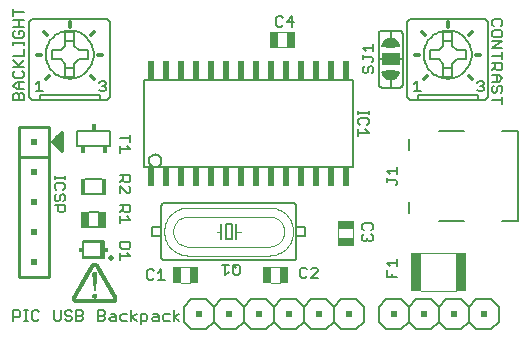
<source format=gto>
G75*
G70*
%OFA0B0*%
%FSLAX24Y24*%
%IPPOS*%
%LPD*%
%AMOC8*
5,1,8,0,0,1.08239X$1,22.5*
%
%ADD10C,0.0120*%
%ADD11C,0.0050*%
%ADD12C,0.0080*%
%ADD13R,0.0295X0.0571*%
%ADD14C,0.0040*%
%ADD15C,0.0020*%
%ADD16C,0.0060*%
%ADD17R,0.0571X0.0295*%
%ADD18R,0.0180X0.0230*%
%ADD19R,0.0140X0.0560*%
%ADD20R,0.0200X0.0200*%
%ADD21R,0.0006X0.0006*%
%ADD22R,0.0006X0.0006*%
%ADD23R,0.0006X0.0006*%
%ADD24R,0.0006X0.0006*%
%ADD25R,0.0200X0.0600*%
%ADD26R,0.0256X0.0551*%
%ADD27C,0.0197*%
%ADD28R,0.0142X0.0531*%
%ADD29R,0.0138X0.0128*%
%ADD30C,0.0100*%
%ADD31R,0.0374X0.1299*%
%ADD32R,0.0600X0.0400*%
D10*
X002111Y006361D02*
X001811Y006661D01*
X002111Y006961D01*
X002111Y006361D01*
X001811Y006661D01*
X002111Y006961D01*
X002111Y006361D01*
X002111Y006444D02*
X002028Y006444D01*
X002111Y006563D02*
X001910Y006563D01*
X001831Y006681D02*
X002111Y006681D01*
X002111Y006800D02*
X001950Y006800D01*
X002068Y006918D02*
X002111Y006918D01*
X001561Y008761D02*
X001661Y008861D01*
X001421Y009561D02*
X001271Y009561D01*
X001611Y010211D02*
X001511Y010311D01*
X002361Y010481D02*
X002361Y010631D01*
X003061Y010211D02*
X003161Y010311D01*
X003301Y009561D02*
X003451Y009561D01*
X003061Y008861D02*
X003161Y008761D01*
X013871Y009561D02*
X014021Y009561D01*
X014211Y010211D02*
X014111Y010311D01*
X014961Y010481D02*
X014961Y010631D01*
X015661Y010211D02*
X015761Y010311D01*
X015901Y009561D02*
X016051Y009561D01*
X015661Y008861D02*
X015761Y008761D01*
X014261Y008861D02*
X014161Y008761D01*
D11*
X000486Y001037D02*
X000486Y000686D01*
X000486Y000803D02*
X000661Y000803D01*
X000720Y000861D01*
X000720Y000978D01*
X000661Y001037D01*
X000486Y001037D01*
X000855Y001037D02*
X000971Y001037D01*
X000913Y001037D02*
X000913Y000686D01*
X000855Y000686D02*
X000971Y000686D01*
X001100Y000745D02*
X001158Y000686D01*
X001275Y000686D01*
X001334Y000745D01*
X001334Y000978D02*
X001275Y001037D01*
X001158Y001037D01*
X001100Y000978D01*
X001100Y000745D01*
X001837Y000745D02*
X001895Y000686D01*
X002012Y000686D01*
X002070Y000745D01*
X002070Y001037D01*
X002205Y000978D02*
X002205Y000920D01*
X002263Y000861D01*
X002380Y000861D01*
X002439Y000803D01*
X002439Y000745D01*
X002380Y000686D01*
X002263Y000686D01*
X002205Y000745D01*
X002205Y000978D02*
X002263Y001037D01*
X002380Y001037D01*
X002439Y000978D01*
X002573Y001037D02*
X002748Y001037D01*
X002807Y000978D01*
X002807Y000920D01*
X002748Y000861D01*
X002573Y000861D01*
X002573Y000686D02*
X002748Y000686D01*
X002807Y000745D01*
X002807Y000803D01*
X002748Y000861D01*
X002573Y000686D02*
X002573Y001037D01*
X001837Y001037D02*
X001837Y000745D01*
X003310Y000686D02*
X003485Y000686D01*
X003543Y000745D01*
X003543Y000803D01*
X003485Y000861D01*
X003310Y000861D01*
X003310Y000686D02*
X003310Y001037D01*
X003485Y001037D01*
X003543Y000978D01*
X003543Y000920D01*
X003485Y000861D01*
X003678Y000745D02*
X003737Y000686D01*
X003912Y000686D01*
X003912Y000861D01*
X003853Y000920D01*
X003737Y000920D01*
X003737Y000803D02*
X003912Y000803D01*
X004047Y000745D02*
X004105Y000686D01*
X004280Y000686D01*
X004415Y000686D02*
X004415Y001037D01*
X004280Y000920D02*
X004105Y000920D01*
X004047Y000861D01*
X004047Y000745D01*
X003737Y000803D02*
X003678Y000745D01*
X004415Y000803D02*
X004590Y000920D01*
X004722Y000920D02*
X004897Y000920D01*
X004955Y000861D01*
X004955Y000745D01*
X004897Y000686D01*
X004722Y000686D01*
X004722Y000570D02*
X004722Y000920D01*
X004590Y000686D02*
X004415Y000803D01*
X005090Y000745D02*
X005148Y000686D01*
X005324Y000686D01*
X005324Y000861D01*
X005265Y000920D01*
X005148Y000920D01*
X005148Y000803D02*
X005324Y000803D01*
X005458Y000745D02*
X005517Y000686D01*
X005692Y000686D01*
X005827Y000686D02*
X005827Y001037D01*
X005692Y000920D02*
X005517Y000920D01*
X005458Y000861D01*
X005458Y000745D01*
X005148Y000803D02*
X005090Y000745D01*
X005827Y000803D02*
X006002Y000920D01*
X005827Y000803D02*
X006002Y000686D01*
X005538Y002061D02*
X005305Y002061D01*
X005421Y002061D02*
X005421Y002412D01*
X005305Y002295D01*
X005170Y002353D02*
X005111Y002412D01*
X004995Y002412D01*
X004936Y002353D01*
X004936Y002120D01*
X004995Y002061D01*
X005111Y002061D01*
X005170Y002120D01*
X004387Y002831D02*
X004270Y002947D01*
X004329Y003082D02*
X004095Y003082D01*
X004037Y003140D01*
X004037Y003316D01*
X004387Y003316D01*
X004387Y003140D01*
X004329Y003082D01*
X004387Y002831D02*
X004037Y002831D01*
X004037Y002947D02*
X004037Y002714D01*
X003516Y002786D02*
X003516Y002838D01*
X003516Y002796D02*
X002807Y002796D01*
X002807Y003327D01*
X003516Y003327D01*
X003516Y002796D01*
X003516Y002786D02*
X002807Y002786D01*
X002807Y002838D01*
X002807Y003285D02*
X002807Y003337D01*
X003516Y003337D01*
X003516Y003285D01*
X004036Y003934D02*
X004036Y004168D01*
X004036Y004051D02*
X004387Y004051D01*
X004270Y004168D01*
X004328Y004303D02*
X004211Y004303D01*
X004153Y004361D01*
X004153Y004536D01*
X004153Y004420D02*
X004036Y004303D01*
X004036Y004536D02*
X004387Y004536D01*
X004387Y004361D01*
X004328Y004303D01*
X004328Y004934D02*
X004387Y004993D01*
X004387Y005110D01*
X004328Y005168D01*
X004328Y005303D02*
X004211Y005303D01*
X004153Y005361D01*
X004153Y005536D01*
X004153Y005420D02*
X004036Y005303D01*
X004036Y005168D02*
X004270Y004934D01*
X004328Y004934D01*
X004036Y004934D02*
X004036Y005168D01*
X004328Y005303D02*
X004387Y005361D01*
X004387Y005536D01*
X004036Y005536D01*
X004036Y006284D02*
X004036Y006518D01*
X004036Y006401D02*
X004387Y006401D01*
X004270Y006518D01*
X004387Y006653D02*
X004387Y006886D01*
X004387Y006770D02*
X004036Y006770D01*
X003721Y007021D02*
X003721Y006501D01*
X002601Y006501D01*
X002601Y007021D01*
X003721Y007021D01*
X003506Y008336D02*
X003393Y008336D01*
X003336Y008393D01*
X003450Y008506D02*
X003506Y008506D01*
X003563Y008450D01*
X003563Y008393D01*
X003506Y008336D01*
X003506Y008506D02*
X003563Y008563D01*
X003563Y008620D01*
X003506Y008677D01*
X003393Y008677D01*
X003336Y008620D01*
X001463Y008336D02*
X001236Y008336D01*
X001350Y008336D02*
X001350Y008677D01*
X001236Y008563D01*
X000836Y008638D02*
X000603Y008638D01*
X000486Y008521D01*
X000603Y008405D01*
X000836Y008405D01*
X000778Y008270D02*
X000836Y008211D01*
X000836Y008036D01*
X000486Y008036D01*
X000486Y008211D01*
X000544Y008270D01*
X000603Y008270D01*
X000661Y008211D01*
X000661Y008036D01*
X000661Y008211D02*
X000720Y008270D01*
X000778Y008270D01*
X000661Y008405D02*
X000661Y008638D01*
X000544Y008773D02*
X000486Y008831D01*
X000486Y008948D01*
X000544Y009006D01*
X000486Y009141D02*
X000836Y009141D01*
X000720Y009141D02*
X000486Y009375D01*
X000486Y009509D02*
X000836Y009509D01*
X000836Y009743D01*
X000836Y009878D02*
X000836Y009995D01*
X000836Y009936D02*
X000486Y009936D01*
X000486Y009878D02*
X000486Y009995D01*
X000544Y010123D02*
X000486Y010182D01*
X000486Y010298D01*
X000544Y010357D01*
X000661Y010357D02*
X000661Y010240D01*
X000661Y010357D02*
X000778Y010357D01*
X000836Y010298D01*
X000836Y010182D01*
X000778Y010123D01*
X000544Y010123D01*
X000486Y010492D02*
X000836Y010492D01*
X000661Y010492D02*
X000661Y010725D01*
X000486Y010725D02*
X000836Y010725D01*
X000836Y010977D02*
X000486Y010977D01*
X000486Y011093D02*
X000486Y010860D01*
X000836Y009375D02*
X000661Y009200D01*
X000778Y009006D02*
X000836Y008948D01*
X000836Y008831D01*
X000778Y008773D01*
X000544Y008773D01*
X001856Y005516D02*
X001856Y005400D01*
X001856Y005458D02*
X002207Y005458D01*
X002207Y005516D02*
X002207Y005400D01*
X002148Y005271D02*
X001915Y005271D01*
X001856Y005212D01*
X001856Y005096D01*
X001915Y005037D01*
X001915Y004902D02*
X001856Y004844D01*
X001856Y004727D01*
X001915Y004669D01*
X001973Y004669D01*
X002031Y004727D01*
X002031Y004844D01*
X002090Y004902D01*
X002148Y004902D01*
X002207Y004844D01*
X002207Y004727D01*
X002148Y004669D01*
X002207Y004534D02*
X002207Y004359D01*
X002148Y004301D01*
X002031Y004301D01*
X001973Y004359D01*
X001973Y004534D01*
X001856Y004534D02*
X002207Y004534D01*
X002148Y005037D02*
X002207Y005096D01*
X002207Y005212D01*
X002148Y005271D01*
X007434Y002561D02*
X007668Y002561D01*
X007551Y002561D02*
X007551Y002211D01*
X007668Y002328D01*
X007803Y002269D02*
X007803Y002503D01*
X007861Y002561D01*
X007978Y002561D01*
X008036Y002503D01*
X008036Y002269D01*
X007978Y002211D01*
X007861Y002211D01*
X007803Y002269D01*
X007920Y002445D02*
X007803Y002561D01*
X010036Y002403D02*
X010036Y002170D01*
X010095Y002111D01*
X010211Y002111D01*
X010270Y002170D01*
X010405Y002111D02*
X010638Y002345D01*
X010638Y002403D01*
X010580Y002462D01*
X010463Y002462D01*
X010405Y002403D01*
X010270Y002403D02*
X010211Y002462D01*
X010095Y002462D01*
X010036Y002403D01*
X010405Y002111D02*
X010638Y002111D01*
X012111Y003393D02*
X012111Y003510D01*
X012170Y003568D01*
X012170Y003703D02*
X012111Y003761D01*
X012111Y003878D01*
X012170Y003936D01*
X012403Y003936D01*
X012462Y003878D01*
X012462Y003761D01*
X012403Y003703D01*
X012403Y003568D02*
X012462Y003510D01*
X012462Y003393D01*
X012403Y003334D01*
X012345Y003334D01*
X012286Y003393D01*
X012228Y003334D01*
X012170Y003334D01*
X012111Y003393D01*
X012286Y003393D02*
X012286Y003451D01*
X012936Y002621D02*
X013286Y002621D01*
X013286Y002505D02*
X013286Y002738D01*
X013053Y002505D02*
X012936Y002621D01*
X012936Y002370D02*
X012936Y002136D01*
X013286Y002136D01*
X013111Y002136D02*
X013111Y002253D01*
X013228Y005200D02*
X013286Y005258D01*
X013286Y005316D01*
X013228Y005375D01*
X012936Y005375D01*
X012936Y005433D02*
X012936Y005316D01*
X013053Y005568D02*
X012936Y005685D01*
X013286Y005685D01*
X013286Y005801D02*
X013286Y005568D01*
X012337Y006956D02*
X011986Y006956D01*
X011986Y007072D02*
X011986Y006839D01*
X012220Y007072D02*
X012337Y006956D01*
X012278Y007207D02*
X012337Y007266D01*
X012337Y007382D01*
X012278Y007441D01*
X012045Y007441D01*
X011986Y007382D01*
X011986Y007266D01*
X012045Y007207D01*
X011986Y007570D02*
X011986Y007686D01*
X011986Y007628D02*
X012337Y007628D01*
X012337Y007686D02*
X012337Y007570D01*
X012253Y008931D02*
X012194Y008931D01*
X012136Y008990D01*
X012136Y009106D01*
X012194Y009165D01*
X012311Y009106D02*
X012311Y008990D01*
X012253Y008931D01*
X012428Y008931D02*
X012486Y008990D01*
X012486Y009106D01*
X012428Y009165D01*
X012370Y009165D01*
X012311Y009106D01*
X012428Y009300D02*
X012486Y009358D01*
X012486Y009416D01*
X012428Y009475D01*
X012136Y009475D01*
X012136Y009533D02*
X012136Y009416D01*
X012253Y009668D02*
X012136Y009785D01*
X012486Y009785D01*
X012486Y009901D02*
X012486Y009668D01*
X013334Y009835D02*
X013061Y009812D01*
X013061Y009812D01*
X012788Y009835D01*
X012787Y009836D01*
X012792Y009868D01*
X012801Y009900D01*
X012813Y009930D01*
X012829Y009958D01*
X012848Y009985D01*
X012870Y010009D01*
X012894Y010030D01*
X012921Y010048D01*
X012950Y010063D01*
X012981Y010074D01*
X013012Y010082D01*
X013045Y010086D01*
X013077Y010086D01*
X013110Y010082D01*
X013141Y010074D01*
X013172Y010063D01*
X013201Y010048D01*
X013228Y010030D01*
X013252Y010009D01*
X013274Y009985D01*
X013293Y009958D01*
X013309Y009930D01*
X013321Y009900D01*
X013330Y009868D01*
X013335Y009836D01*
X013288Y009836D01*
X013283Y009864D01*
X013274Y009892D01*
X013262Y009918D01*
X013247Y009943D01*
X013229Y009966D01*
X013208Y009986D01*
X013184Y010003D01*
X013159Y010017D01*
X013132Y010028D01*
X013104Y010035D01*
X013075Y010039D01*
X013047Y010039D01*
X013018Y010035D01*
X012990Y010028D01*
X012963Y010017D01*
X012938Y010003D01*
X012914Y009986D01*
X012893Y009966D01*
X012875Y009943D01*
X012860Y009918D01*
X012848Y009892D01*
X012839Y009864D01*
X012834Y009836D01*
X012882Y009836D01*
X012887Y009861D01*
X012896Y009886D01*
X012908Y009908D01*
X012924Y009929D01*
X012942Y009948D01*
X012963Y009963D01*
X012986Y009976D01*
X013010Y009985D01*
X013035Y009990D01*
X013061Y009992D01*
X013087Y009990D01*
X013112Y009985D01*
X013136Y009976D01*
X013159Y009963D01*
X013180Y009948D01*
X013198Y009929D01*
X013214Y009908D01*
X013226Y009886D01*
X013235Y009861D01*
X013240Y009836D01*
X013193Y009836D01*
X013187Y009857D01*
X013178Y009877D01*
X013166Y009895D01*
X013151Y009911D01*
X013133Y009924D01*
X013114Y009934D01*
X013093Y009941D01*
X013072Y009945D01*
X013050Y009945D01*
X013029Y009941D01*
X013008Y009934D01*
X012989Y009924D01*
X012971Y009911D01*
X012956Y009895D01*
X012944Y009877D01*
X012935Y009857D01*
X012929Y009836D01*
X012978Y009836D01*
X012984Y009852D01*
X012993Y009866D01*
X013006Y009878D01*
X013020Y009888D01*
X013036Y009894D01*
X013052Y009898D01*
X013070Y009898D01*
X013086Y009894D01*
X013102Y009888D01*
X013116Y009878D01*
X013129Y009866D01*
X013138Y009852D01*
X013144Y009836D01*
X013093Y009834D01*
X013086Y009842D01*
X013077Y009848D01*
X013066Y009851D01*
X013056Y009851D01*
X013045Y009848D01*
X013036Y009842D01*
X013029Y009834D01*
X012788Y008987D02*
X013061Y009010D01*
X013061Y009010D01*
X013334Y008987D01*
X013335Y008986D01*
X013330Y008954D01*
X013321Y008922D01*
X013309Y008892D01*
X013293Y008864D01*
X013274Y008837D01*
X013252Y008813D01*
X013228Y008792D01*
X013201Y008774D01*
X013172Y008759D01*
X013141Y008748D01*
X013110Y008740D01*
X013077Y008736D01*
X013045Y008736D01*
X013012Y008740D01*
X012981Y008748D01*
X012950Y008759D01*
X012921Y008774D01*
X012894Y008792D01*
X012870Y008813D01*
X012848Y008837D01*
X012829Y008864D01*
X012813Y008892D01*
X012801Y008922D01*
X012792Y008954D01*
X012787Y008986D01*
X012834Y008986D01*
X012839Y008958D01*
X012848Y008930D01*
X012860Y008904D01*
X012875Y008879D01*
X012893Y008856D01*
X012914Y008836D01*
X012938Y008819D01*
X012963Y008805D01*
X012990Y008794D01*
X013018Y008787D01*
X013047Y008783D01*
X013075Y008783D01*
X013104Y008787D01*
X013132Y008794D01*
X013159Y008805D01*
X013184Y008819D01*
X013208Y008836D01*
X013229Y008856D01*
X013247Y008879D01*
X013262Y008904D01*
X013274Y008930D01*
X013283Y008958D01*
X013288Y008986D01*
X013240Y008986D01*
X013235Y008961D01*
X013226Y008936D01*
X013214Y008914D01*
X013198Y008893D01*
X013180Y008874D01*
X013159Y008859D01*
X013136Y008846D01*
X013112Y008837D01*
X013087Y008832D01*
X013061Y008830D01*
X013035Y008832D01*
X013010Y008837D01*
X012986Y008846D01*
X012963Y008859D01*
X012942Y008874D01*
X012924Y008893D01*
X012908Y008914D01*
X012896Y008936D01*
X012887Y008961D01*
X012882Y008986D01*
X012929Y008986D01*
X012935Y008965D01*
X012944Y008945D01*
X012956Y008927D01*
X012971Y008911D01*
X012989Y008898D01*
X013008Y008888D01*
X013029Y008881D01*
X013050Y008877D01*
X013072Y008877D01*
X013093Y008881D01*
X013114Y008888D01*
X013133Y008898D01*
X013151Y008911D01*
X013166Y008927D01*
X013178Y008945D01*
X013187Y008965D01*
X013193Y008986D01*
X013144Y008986D01*
X013138Y008970D01*
X013129Y008956D01*
X013116Y008944D01*
X013102Y008934D01*
X013086Y008928D01*
X013070Y008924D01*
X013052Y008924D01*
X013036Y008928D01*
X013020Y008934D01*
X013006Y008944D01*
X012993Y008956D01*
X012984Y008970D01*
X012978Y008986D01*
X013029Y008988D01*
X013036Y008980D01*
X013045Y008974D01*
X013056Y008971D01*
X013066Y008971D01*
X013077Y008974D01*
X013086Y008980D01*
X013093Y008988D01*
X013836Y008563D02*
X013950Y008677D01*
X013950Y008336D01*
X014063Y008336D02*
X013836Y008336D01*
X015936Y008393D02*
X015993Y008336D01*
X016106Y008336D01*
X016163Y008393D01*
X016163Y008450D01*
X016106Y008506D01*
X016050Y008506D01*
X016106Y008506D02*
X016163Y008563D01*
X016163Y008620D01*
X016106Y008677D01*
X015993Y008677D01*
X015936Y008620D01*
X016436Y008661D02*
X016670Y008661D01*
X016787Y008778D01*
X016670Y008895D01*
X016436Y008895D01*
X016436Y009030D02*
X016553Y009146D01*
X016553Y009088D02*
X016553Y009263D01*
X016436Y009263D02*
X016787Y009263D01*
X016787Y009088D01*
X016728Y009030D01*
X016611Y009030D01*
X016553Y009088D01*
X016611Y008895D02*
X016611Y008661D01*
X016670Y008526D02*
X016611Y008468D01*
X016611Y008351D01*
X016553Y008293D01*
X016495Y008293D01*
X016436Y008351D01*
X016436Y008468D01*
X016495Y008526D01*
X016670Y008526D02*
X016728Y008526D01*
X016787Y008468D01*
X016787Y008351D01*
X016728Y008293D01*
X016787Y008158D02*
X016787Y007925D01*
X016787Y008041D02*
X016436Y008041D01*
X016787Y009398D02*
X016787Y009631D01*
X016787Y009515D02*
X016436Y009515D01*
X016436Y009766D02*
X016787Y009766D01*
X016787Y010000D02*
X016436Y010000D01*
X016495Y010134D02*
X016728Y010134D01*
X016787Y010193D01*
X016787Y010310D01*
X016728Y010368D01*
X016495Y010368D01*
X016436Y010310D01*
X016436Y010193D01*
X016495Y010134D01*
X016787Y010000D02*
X016436Y009766D01*
X016495Y010503D02*
X016436Y010561D01*
X016436Y010678D01*
X016495Y010736D01*
X016728Y010736D01*
X016787Y010678D01*
X016787Y010561D01*
X016728Y010503D01*
X009838Y010661D02*
X009605Y010661D01*
X009780Y010837D01*
X009780Y010486D01*
X009470Y010545D02*
X009411Y010486D01*
X009295Y010486D01*
X009236Y010545D01*
X009236Y010778D01*
X009295Y010837D01*
X009411Y010837D01*
X009470Y010778D01*
D12*
X013687Y006732D02*
X013687Y006377D01*
X014671Y007007D02*
X015498Y007007D01*
X016758Y007007D02*
X017309Y007007D01*
X017309Y004015D01*
X016758Y004015D01*
X015498Y004015D02*
X014671Y004015D01*
X013687Y004291D02*
X013687Y004645D01*
D13*
X009494Y002211D03*
X008924Y002211D03*
X006499Y002212D03*
X005929Y002212D03*
X009179Y010062D03*
X009749Y010062D03*
D14*
X009611Y009801D02*
X009321Y009801D01*
X009311Y010321D02*
X009611Y010321D01*
X011301Y003751D02*
X011301Y003461D01*
X011821Y003461D02*
X011821Y003761D01*
X014081Y002941D02*
X015231Y002941D01*
X015241Y001681D02*
X014081Y001681D01*
X009361Y001951D02*
X009061Y001951D01*
X009061Y002471D02*
X009351Y002471D01*
X006361Y002471D02*
X006061Y002471D01*
X006071Y001951D02*
X006361Y001951D01*
D15*
X006311Y002861D02*
X009011Y002861D01*
X009011Y003161D02*
X006311Y003161D01*
X005650Y003211D02*
X005620Y003259D01*
X005593Y003308D01*
X005570Y003359D01*
X005551Y003412D01*
X005535Y003466D01*
X005523Y003521D01*
X005515Y003577D01*
X005511Y003633D01*
X005511Y003689D01*
X005515Y003745D01*
X005523Y003801D01*
X005535Y003856D01*
X005551Y003910D01*
X005570Y003963D01*
X005593Y004014D01*
X005620Y004063D01*
X005650Y004111D01*
X006311Y004161D02*
X009011Y004161D01*
X009011Y004461D02*
X006311Y004461D01*
X006311Y004161D02*
X006273Y004160D01*
X006236Y004155D01*
X006199Y004148D01*
X006163Y004139D01*
X006127Y004126D01*
X006093Y004111D01*
X006093Y003211D02*
X006127Y003196D01*
X006163Y003183D01*
X006199Y003174D01*
X006236Y003167D01*
X006273Y003162D01*
X006311Y003161D01*
X006093Y003211D02*
X006055Y003231D01*
X006019Y003255D01*
X005985Y003282D01*
X005954Y003311D01*
X005925Y003343D01*
X005899Y003377D01*
X005876Y003414D01*
X005857Y003452D01*
X005840Y003492D01*
X005828Y003533D01*
X005818Y003575D01*
X005813Y003618D01*
X005811Y003661D01*
X005813Y003704D01*
X005818Y003747D01*
X005828Y003789D01*
X005840Y003830D01*
X005857Y003870D01*
X005876Y003908D01*
X005899Y003945D01*
X005925Y003979D01*
X005954Y004011D01*
X005985Y004040D01*
X006019Y004067D01*
X006055Y004091D01*
X006093Y004111D01*
X005650Y003211D02*
X005682Y003166D01*
X005718Y003124D01*
X005757Y003084D01*
X005799Y003047D01*
X005842Y003013D01*
X005889Y002982D01*
X005937Y002954D01*
X005987Y002930D01*
X006038Y002909D01*
X006091Y002892D01*
X006145Y002878D01*
X006200Y002869D01*
X006255Y002863D01*
X006311Y002861D01*
X005650Y004111D02*
X005682Y004156D01*
X005718Y004198D01*
X005757Y004238D01*
X005798Y004275D01*
X005842Y004309D01*
X005889Y004340D01*
X005937Y004368D01*
X005987Y004392D01*
X006038Y004413D01*
X006091Y004430D01*
X006145Y004444D01*
X006200Y004453D01*
X006255Y004459D01*
X006311Y004461D01*
X007261Y003661D02*
X007411Y003661D01*
X007911Y003661D02*
X008061Y003661D01*
X009011Y002861D02*
X009067Y002863D01*
X009122Y002869D01*
X009177Y002878D01*
X009231Y002892D01*
X009284Y002909D01*
X009335Y002930D01*
X009385Y002954D01*
X009433Y002982D01*
X009480Y003013D01*
X009524Y003047D01*
X009565Y003084D01*
X009604Y003124D01*
X009640Y003166D01*
X009672Y003211D01*
X009702Y003259D01*
X009729Y003308D01*
X009752Y003359D01*
X009771Y003412D01*
X009787Y003466D01*
X009799Y003521D01*
X009807Y003577D01*
X009811Y003633D01*
X009811Y003689D01*
X009807Y003745D01*
X009799Y003801D01*
X009787Y003856D01*
X009771Y003910D01*
X009752Y003963D01*
X009729Y004014D01*
X009702Y004063D01*
X009672Y004111D01*
X009229Y004111D02*
X009267Y004091D01*
X009303Y004067D01*
X009337Y004040D01*
X009368Y004011D01*
X009397Y003979D01*
X009423Y003945D01*
X009446Y003908D01*
X009465Y003870D01*
X009482Y003830D01*
X009494Y003789D01*
X009504Y003747D01*
X009509Y003704D01*
X009511Y003661D01*
X009509Y003618D01*
X009504Y003575D01*
X009494Y003533D01*
X009482Y003492D01*
X009465Y003452D01*
X009446Y003414D01*
X009423Y003377D01*
X009397Y003343D01*
X009368Y003311D01*
X009337Y003282D01*
X009303Y003255D01*
X009267Y003231D01*
X009229Y003211D01*
X009229Y004111D02*
X009195Y004126D01*
X009159Y004139D01*
X009123Y004148D01*
X009086Y004155D01*
X009049Y004160D01*
X009011Y004161D01*
X009229Y003211D02*
X009195Y003196D01*
X009159Y003183D01*
X009123Y003174D01*
X009086Y003167D01*
X009049Y003162D01*
X009011Y003161D01*
X009672Y004111D02*
X009640Y004156D01*
X009604Y004198D01*
X009565Y004238D01*
X009523Y004275D01*
X009480Y004309D01*
X009433Y004340D01*
X009385Y004368D01*
X009335Y004392D01*
X009284Y004413D01*
X009231Y004430D01*
X009177Y004444D01*
X009122Y004453D01*
X009067Y004459D01*
X009011Y004461D01*
D16*
X009811Y004611D02*
X009828Y004609D01*
X009845Y004605D01*
X009861Y004598D01*
X009875Y004588D01*
X009888Y004575D01*
X009898Y004561D01*
X009905Y004545D01*
X009909Y004528D01*
X009911Y004511D01*
X009911Y004111D01*
X009911Y003211D01*
X009911Y002811D01*
X009909Y002794D01*
X009905Y002777D01*
X009898Y002761D01*
X009888Y002747D01*
X009875Y002734D01*
X009861Y002724D01*
X009845Y002717D01*
X009828Y002713D01*
X009811Y002711D01*
X005511Y002711D01*
X005494Y002713D01*
X005477Y002717D01*
X005461Y002724D01*
X005447Y002734D01*
X005434Y002747D01*
X005424Y002761D01*
X005417Y002777D01*
X005413Y002794D01*
X005411Y002811D01*
X005411Y003211D01*
X005411Y003511D01*
X005111Y003511D01*
X005111Y003811D01*
X005411Y003811D01*
X005411Y004111D01*
X005411Y004511D01*
X005413Y004528D01*
X005417Y004545D01*
X005424Y004561D01*
X005434Y004575D01*
X005447Y004588D01*
X005461Y004598D01*
X005477Y004605D01*
X005494Y004609D01*
X005511Y004611D01*
X009811Y004611D01*
X009911Y003811D02*
X010211Y003811D01*
X010211Y003511D01*
X009911Y003511D01*
X007911Y003411D02*
X007911Y003661D01*
X007911Y003911D01*
X007761Y003911D02*
X007561Y003911D01*
X007561Y003411D01*
X007761Y003411D01*
X007761Y003911D01*
X007411Y003911D02*
X007411Y003661D01*
X007411Y003411D01*
X005411Y003511D02*
X005411Y003811D01*
X003323Y003811D02*
X003000Y003811D01*
X003000Y004311D02*
X003323Y004311D01*
X003441Y004911D02*
X002881Y004911D01*
X002881Y005411D02*
X003441Y005411D01*
X004841Y005799D02*
X004841Y008723D01*
X011791Y008723D01*
X011791Y005799D01*
X004841Y005799D01*
X005001Y006021D02*
X005003Y006050D01*
X005009Y006078D01*
X005018Y006105D01*
X005032Y006130D01*
X005048Y006154D01*
X005068Y006174D01*
X005090Y006193D01*
X005114Y006207D01*
X005141Y006219D01*
X005168Y006227D01*
X005197Y006231D01*
X005225Y006231D01*
X005254Y006227D01*
X005281Y006219D01*
X005308Y006207D01*
X005332Y006193D01*
X005354Y006174D01*
X005374Y006154D01*
X005390Y006130D01*
X005404Y006105D01*
X005413Y006078D01*
X005419Y006050D01*
X005421Y006021D01*
X005419Y005992D01*
X005413Y005964D01*
X005404Y005937D01*
X005390Y005912D01*
X005374Y005888D01*
X005354Y005868D01*
X005332Y005849D01*
X005308Y005835D01*
X005281Y005823D01*
X005254Y005815D01*
X005225Y005811D01*
X005197Y005811D01*
X005168Y005815D01*
X005141Y005823D01*
X005114Y005835D01*
X005090Y005849D01*
X005068Y005868D01*
X005048Y005888D01*
X005032Y005912D01*
X005018Y005937D01*
X005009Y005964D01*
X005003Y005992D01*
X005001Y006021D01*
X003611Y008061D02*
X003361Y008061D01*
X002611Y008061D01*
X002111Y008061D01*
X001361Y008061D01*
X001361Y008211D01*
X001961Y008211D01*
X002761Y008211D01*
X003361Y008211D01*
X003361Y008061D01*
X003611Y008061D02*
X003711Y008161D01*
X003711Y008811D01*
X003711Y009311D01*
X003711Y010661D01*
X003611Y010761D01*
X001111Y010761D01*
X001011Y010661D01*
X001011Y009311D01*
X001011Y008811D01*
X001011Y008161D01*
X001111Y008061D01*
X001361Y008061D01*
X002211Y008811D02*
X002211Y009111D01*
X002511Y009111D01*
X002511Y009261D01*
X002661Y009411D01*
X002961Y009411D01*
X002961Y009711D01*
X002661Y009711D01*
X002511Y009861D01*
X002511Y010011D01*
X002511Y010311D01*
X002211Y010311D01*
X002211Y010011D01*
X002211Y009861D01*
X002061Y009711D01*
X001761Y009711D01*
X001761Y009411D01*
X002061Y009411D01*
X002211Y009261D01*
X002211Y009111D01*
X002211Y008811D02*
X002511Y008811D01*
X002511Y009111D01*
X001561Y009561D02*
X001563Y009617D01*
X001569Y009674D01*
X001579Y009729D01*
X001593Y009784D01*
X001610Y009838D01*
X001632Y009890D01*
X001657Y009940D01*
X001685Y009989D01*
X001717Y010036D01*
X001752Y010080D01*
X001790Y010122D01*
X001831Y010161D01*
X001875Y010196D01*
X001921Y010229D01*
X001969Y010258D01*
X002019Y010284D01*
X002071Y010307D01*
X002125Y010325D01*
X002179Y010340D01*
X002234Y010351D01*
X002290Y010358D01*
X002347Y010361D01*
X002403Y010360D01*
X002460Y010355D01*
X002515Y010346D01*
X002570Y010333D01*
X002624Y010316D01*
X002677Y010296D01*
X002728Y010272D01*
X002777Y010244D01*
X002824Y010213D01*
X002869Y010179D01*
X002912Y010141D01*
X002951Y010101D01*
X002988Y010058D01*
X003021Y010013D01*
X003051Y009965D01*
X003078Y009915D01*
X003101Y009864D01*
X003121Y009811D01*
X003137Y009757D01*
X003149Y009701D01*
X003157Y009646D01*
X003161Y009589D01*
X003161Y009533D01*
X003157Y009476D01*
X003149Y009421D01*
X003137Y009365D01*
X003121Y009311D01*
X003101Y009258D01*
X003078Y009207D01*
X003051Y009157D01*
X003021Y009109D01*
X002988Y009064D01*
X002951Y009021D01*
X002912Y008981D01*
X002869Y008943D01*
X002824Y008909D01*
X002777Y008878D01*
X002728Y008850D01*
X002677Y008826D01*
X002624Y008806D01*
X002570Y008789D01*
X002515Y008776D01*
X002460Y008767D01*
X002403Y008762D01*
X002347Y008761D01*
X002290Y008764D01*
X002234Y008771D01*
X002179Y008782D01*
X002125Y008797D01*
X002071Y008815D01*
X002019Y008838D01*
X001969Y008864D01*
X001921Y008893D01*
X001875Y008926D01*
X001831Y008961D01*
X001790Y009000D01*
X001752Y009042D01*
X001717Y009086D01*
X001685Y009133D01*
X001657Y009182D01*
X001632Y009232D01*
X001610Y009284D01*
X001593Y009338D01*
X001579Y009393D01*
X001569Y009448D01*
X001563Y009505D01*
X001561Y009561D01*
X002211Y010011D02*
X002511Y010011D01*
X006411Y001411D02*
X006161Y001161D01*
X006161Y000661D01*
X006411Y000411D01*
X006911Y000411D01*
X007161Y000661D01*
X007411Y000411D01*
X007911Y000411D01*
X008161Y000661D01*
X008161Y001161D01*
X007911Y001411D01*
X007411Y001411D01*
X007161Y001161D01*
X007161Y000661D01*
X007161Y001161D01*
X006911Y001411D01*
X006411Y001411D01*
X008161Y001161D02*
X008161Y000661D01*
X008411Y000411D01*
X008911Y000411D01*
X009161Y000661D01*
X009411Y000411D01*
X009911Y000411D01*
X010161Y000661D01*
X010161Y001161D01*
X009911Y001411D01*
X009411Y001411D01*
X009161Y001161D01*
X009161Y000661D01*
X009161Y001161D02*
X008911Y001411D01*
X008411Y001411D01*
X008161Y001161D01*
X010161Y001161D02*
X010411Y001411D01*
X010911Y001411D01*
X011161Y001161D01*
X011411Y001411D01*
X011911Y001411D01*
X012161Y001161D01*
X012161Y000661D01*
X011911Y000411D01*
X011411Y000411D01*
X011161Y000661D01*
X010911Y000411D01*
X010411Y000411D01*
X010161Y000661D01*
X011161Y000661D02*
X011161Y001161D01*
X012661Y001161D02*
X012661Y000661D01*
X012911Y000411D01*
X013411Y000411D01*
X013661Y000661D01*
X013911Y000411D01*
X014411Y000411D01*
X014661Y000661D01*
X014661Y001161D01*
X014411Y001411D01*
X013911Y001411D01*
X013661Y001161D01*
X013661Y000661D01*
X013661Y001161D02*
X013411Y001411D01*
X012911Y001411D01*
X012661Y001161D01*
X014661Y001161D02*
X014911Y001411D01*
X015411Y001411D01*
X015661Y001161D01*
X015911Y001411D01*
X016411Y001411D01*
X016661Y001161D01*
X016661Y000661D01*
X016411Y000411D01*
X015911Y000411D01*
X015661Y000661D01*
X015411Y000411D01*
X014911Y000411D01*
X014661Y000661D01*
X015661Y000661D02*
X015661Y001161D01*
X015961Y008061D02*
X015211Y008061D01*
X014711Y008061D01*
X013961Y008061D01*
X013961Y008211D01*
X014561Y008211D01*
X015361Y008211D01*
X015961Y008211D01*
X015961Y008061D01*
X016211Y008061D01*
X016311Y008161D01*
X016311Y008811D01*
X016311Y009311D01*
X016311Y010661D01*
X016211Y010761D01*
X013711Y010761D01*
X013611Y010661D01*
X013611Y009311D01*
X013611Y008811D01*
X013611Y008161D01*
X013711Y008061D01*
X013961Y008061D01*
X013461Y008561D02*
X013461Y010261D01*
X013459Y010278D01*
X013455Y010295D01*
X013448Y010311D01*
X013438Y010325D01*
X013425Y010338D01*
X013411Y010348D01*
X013395Y010355D01*
X013378Y010359D01*
X013361Y010361D01*
X012761Y010361D01*
X012744Y010359D01*
X012727Y010355D01*
X012711Y010348D01*
X012697Y010338D01*
X012684Y010325D01*
X012674Y010311D01*
X012667Y010295D01*
X012663Y010278D01*
X012661Y010261D01*
X012661Y008561D01*
X012663Y008544D01*
X012667Y008527D01*
X012674Y008511D01*
X012684Y008497D01*
X012697Y008484D01*
X012711Y008474D01*
X012727Y008467D01*
X012744Y008463D01*
X012761Y008461D01*
X013361Y008461D01*
X013378Y008463D01*
X013395Y008467D01*
X013411Y008474D01*
X013425Y008484D01*
X013438Y008497D01*
X013448Y008511D01*
X013455Y008527D01*
X013459Y008544D01*
X013461Y008561D01*
X013061Y008511D02*
X013061Y008711D01*
X012761Y009411D02*
X012661Y009411D01*
X013361Y009411D02*
X013461Y009411D01*
X013061Y010111D02*
X013061Y010311D01*
X014361Y009711D02*
X014361Y009411D01*
X014661Y009411D01*
X014811Y009261D01*
X014811Y009111D01*
X014811Y008811D01*
X015111Y008811D01*
X015111Y009111D01*
X015111Y009261D01*
X015261Y009411D01*
X015561Y009411D01*
X015561Y009711D01*
X015261Y009711D01*
X015111Y009861D01*
X015111Y010011D01*
X015111Y010311D01*
X014811Y010311D01*
X014811Y010011D01*
X014811Y009861D01*
X014661Y009711D01*
X014361Y009711D01*
X014811Y010011D02*
X015111Y010011D01*
X014161Y009561D02*
X014163Y009617D01*
X014169Y009674D01*
X014179Y009729D01*
X014193Y009784D01*
X014210Y009838D01*
X014232Y009890D01*
X014257Y009940D01*
X014285Y009989D01*
X014317Y010036D01*
X014352Y010080D01*
X014390Y010122D01*
X014431Y010161D01*
X014475Y010196D01*
X014521Y010229D01*
X014569Y010258D01*
X014619Y010284D01*
X014671Y010307D01*
X014725Y010325D01*
X014779Y010340D01*
X014834Y010351D01*
X014890Y010358D01*
X014947Y010361D01*
X015003Y010360D01*
X015060Y010355D01*
X015115Y010346D01*
X015170Y010333D01*
X015224Y010316D01*
X015277Y010296D01*
X015328Y010272D01*
X015377Y010244D01*
X015424Y010213D01*
X015469Y010179D01*
X015512Y010141D01*
X015551Y010101D01*
X015588Y010058D01*
X015621Y010013D01*
X015651Y009965D01*
X015678Y009915D01*
X015701Y009864D01*
X015721Y009811D01*
X015737Y009757D01*
X015749Y009701D01*
X015757Y009646D01*
X015761Y009589D01*
X015761Y009533D01*
X015757Y009476D01*
X015749Y009421D01*
X015737Y009365D01*
X015721Y009311D01*
X015701Y009258D01*
X015678Y009207D01*
X015651Y009157D01*
X015621Y009109D01*
X015588Y009064D01*
X015551Y009021D01*
X015512Y008981D01*
X015469Y008943D01*
X015424Y008909D01*
X015377Y008878D01*
X015328Y008850D01*
X015277Y008826D01*
X015224Y008806D01*
X015170Y008789D01*
X015115Y008776D01*
X015060Y008767D01*
X015003Y008762D01*
X014947Y008761D01*
X014890Y008764D01*
X014834Y008771D01*
X014779Y008782D01*
X014725Y008797D01*
X014671Y008815D01*
X014619Y008838D01*
X014569Y008864D01*
X014521Y008893D01*
X014475Y008926D01*
X014431Y008961D01*
X014390Y009000D01*
X014352Y009042D01*
X014317Y009086D01*
X014285Y009133D01*
X014257Y009182D01*
X014232Y009232D01*
X014210Y009284D01*
X014193Y009338D01*
X014179Y009393D01*
X014169Y009448D01*
X014163Y009505D01*
X014161Y009561D01*
X014811Y009111D02*
X015111Y009111D01*
D17*
X011562Y003894D03*
X011562Y003324D03*
D18*
X003531Y006366D03*
X002791Y006366D03*
X003161Y007156D03*
D19*
X002821Y005161D03*
X003501Y005161D03*
D20*
X001161Y004661D03*
X001161Y003661D03*
X001161Y002661D03*
X001161Y005661D03*
X001161Y006661D03*
X006661Y000911D03*
X007661Y000911D03*
X008661Y000911D03*
X009661Y000911D03*
X010661Y000911D03*
X011661Y000911D03*
X013161Y000911D03*
X014161Y000911D03*
X015161Y000911D03*
X016161Y000911D03*
D21*
X003952Y001366D03*
X003940Y001366D03*
X003940Y001354D03*
X003940Y001348D03*
X003940Y001336D03*
X003922Y001336D03*
X003922Y001324D03*
X003922Y001318D03*
X003910Y001318D03*
X003910Y001324D03*
X003910Y001336D03*
X003910Y001348D03*
X003910Y001354D03*
X003910Y001366D03*
X003922Y001366D03*
X003922Y001354D03*
X003922Y001348D03*
X003892Y001348D03*
X003892Y001354D03*
X003880Y001354D03*
X003880Y001348D03*
X003880Y001336D03*
X003880Y001324D03*
X003880Y001318D03*
X003880Y001306D03*
X003880Y001294D03*
X003880Y001288D03*
X003892Y001288D03*
X003892Y001294D03*
X003892Y001306D03*
X003892Y001318D03*
X003892Y001324D03*
X003892Y001336D03*
X003862Y001336D03*
X003862Y001324D03*
X003862Y001318D03*
X003862Y001306D03*
X003862Y001294D03*
X003862Y001288D03*
X003862Y001276D03*
X003850Y001276D03*
X003850Y001288D03*
X003850Y001294D03*
X003850Y001306D03*
X003850Y001318D03*
X003850Y001324D03*
X003850Y001336D03*
X003850Y001348D03*
X003850Y001354D03*
X003850Y001366D03*
X003862Y001366D03*
X003862Y001354D03*
X003862Y001348D03*
X003880Y001366D03*
X003892Y001366D03*
X003892Y001378D03*
X003892Y001384D03*
X003880Y001384D03*
X003880Y001378D03*
X003862Y001378D03*
X003862Y001384D03*
X003850Y001384D03*
X003850Y001378D03*
X003832Y001366D03*
X003832Y001354D03*
X003832Y001348D03*
X003832Y001336D03*
X003832Y001324D03*
X003832Y001318D03*
X003832Y001306D03*
X003832Y001294D03*
X003832Y001288D03*
X003832Y001276D03*
X003820Y001276D03*
X003820Y001288D03*
X003820Y001294D03*
X003820Y001306D03*
X003820Y001318D03*
X003820Y001324D03*
X003820Y001336D03*
X003820Y001348D03*
X003820Y001354D03*
X003820Y001366D03*
X003802Y001366D03*
X003802Y001354D03*
X003802Y001348D03*
X003802Y001336D03*
X003802Y001324D03*
X003802Y001318D03*
X003802Y001306D03*
X003802Y001294D03*
X003802Y001288D03*
X003802Y001276D03*
X003790Y001276D03*
X003790Y001288D03*
X003790Y001294D03*
X003790Y001306D03*
X003790Y001318D03*
X003790Y001324D03*
X003790Y001336D03*
X003790Y001348D03*
X003790Y001354D03*
X003790Y001366D03*
X003772Y001366D03*
X003772Y001354D03*
X003772Y001348D03*
X003772Y001336D03*
X003772Y001324D03*
X003772Y001318D03*
X003772Y001306D03*
X003772Y001294D03*
X003772Y001288D03*
X003772Y001276D03*
X003772Y001264D03*
X003760Y001264D03*
X003760Y001276D03*
X003760Y001288D03*
X003760Y001294D03*
X003760Y001306D03*
X003760Y001318D03*
X003760Y001324D03*
X003760Y001336D03*
X003760Y001348D03*
X003760Y001354D03*
X003760Y001366D03*
X003742Y001366D03*
X003742Y001354D03*
X003742Y001348D03*
X003742Y001336D03*
X003742Y001324D03*
X003742Y001318D03*
X003742Y001306D03*
X003742Y001294D03*
X003742Y001288D03*
X003742Y001276D03*
X003730Y001276D03*
X003730Y001288D03*
X003730Y001294D03*
X003730Y001306D03*
X003730Y001318D03*
X003730Y001324D03*
X003730Y001336D03*
X003730Y001348D03*
X003730Y001354D03*
X003730Y001366D03*
X003712Y001366D03*
X003712Y001354D03*
X003712Y001348D03*
X003712Y001336D03*
X003712Y001324D03*
X003712Y001318D03*
X003712Y001306D03*
X003712Y001294D03*
X003712Y001288D03*
X003712Y001276D03*
X003712Y001264D03*
X003700Y001264D03*
X003700Y001276D03*
X003700Y001288D03*
X003700Y001294D03*
X003700Y001306D03*
X003700Y001318D03*
X003700Y001324D03*
X003700Y001336D03*
X003700Y001348D03*
X003700Y001354D03*
X003700Y001366D03*
X003682Y001366D03*
X003682Y001354D03*
X003682Y001348D03*
X003682Y001336D03*
X003682Y001324D03*
X003682Y001318D03*
X003682Y001306D03*
X003682Y001294D03*
X003682Y001288D03*
X003682Y001276D03*
X003670Y001276D03*
X003670Y001288D03*
X003670Y001294D03*
X003670Y001306D03*
X003670Y001318D03*
X003670Y001324D03*
X003670Y001336D03*
X003670Y001348D03*
X003670Y001354D03*
X003670Y001366D03*
X003652Y001366D03*
X003652Y001354D03*
X003652Y001348D03*
X003652Y001336D03*
X003652Y001324D03*
X003652Y001318D03*
X003652Y001306D03*
X003652Y001294D03*
X003652Y001288D03*
X003652Y001276D03*
X003652Y001264D03*
X003640Y001264D03*
X003640Y001276D03*
X003640Y001288D03*
X003640Y001294D03*
X003640Y001306D03*
X003640Y001318D03*
X003640Y001324D03*
X003640Y001336D03*
X003640Y001348D03*
X003640Y001354D03*
X003640Y001366D03*
X003622Y001366D03*
X003622Y001354D03*
X003622Y001348D03*
X003622Y001336D03*
X003622Y001324D03*
X003622Y001318D03*
X003622Y001306D03*
X003622Y001294D03*
X003622Y001288D03*
X003622Y001276D03*
X003610Y001276D03*
X003610Y001288D03*
X003610Y001294D03*
X003610Y001306D03*
X003610Y001318D03*
X003610Y001324D03*
X003610Y001336D03*
X003610Y001348D03*
X003610Y001354D03*
X003610Y001366D03*
X003592Y001366D03*
X003592Y001354D03*
X003592Y001348D03*
X003592Y001336D03*
X003592Y001324D03*
X003592Y001318D03*
X003592Y001306D03*
X003592Y001294D03*
X003592Y001288D03*
X003592Y001276D03*
X003592Y001264D03*
X003580Y001264D03*
X003580Y001276D03*
X003580Y001288D03*
X003580Y001294D03*
X003580Y001306D03*
X003580Y001318D03*
X003580Y001324D03*
X003580Y001336D03*
X003580Y001348D03*
X003580Y001354D03*
X003580Y001366D03*
X003562Y001366D03*
X003562Y001354D03*
X003562Y001348D03*
X003562Y001336D03*
X003562Y001324D03*
X003562Y001318D03*
X003562Y001306D03*
X003562Y001294D03*
X003562Y001288D03*
X003562Y001276D03*
X003550Y001276D03*
X003550Y001288D03*
X003550Y001294D03*
X003550Y001306D03*
X003550Y001318D03*
X003550Y001324D03*
X003550Y001336D03*
X003550Y001348D03*
X003550Y001354D03*
X003550Y001366D03*
X003532Y001366D03*
X003532Y001354D03*
X003532Y001348D03*
X003532Y001336D03*
X003532Y001324D03*
X003532Y001318D03*
X003532Y001306D03*
X003532Y001294D03*
X003532Y001288D03*
X003532Y001276D03*
X003532Y001264D03*
X003520Y001264D03*
X003520Y001276D03*
X003520Y001288D03*
X003520Y001294D03*
X003520Y001306D03*
X003520Y001318D03*
X003520Y001324D03*
X003520Y001336D03*
X003520Y001348D03*
X003520Y001354D03*
X003520Y001366D03*
X003502Y001366D03*
X003502Y001354D03*
X003502Y001348D03*
X003502Y001336D03*
X003502Y001324D03*
X003502Y001318D03*
X003502Y001306D03*
X003502Y001294D03*
X003502Y001288D03*
X003502Y001276D03*
X003490Y001276D03*
X003490Y001288D03*
X003490Y001294D03*
X003490Y001306D03*
X003490Y001318D03*
X003490Y001324D03*
X003490Y001336D03*
X003490Y001348D03*
X003490Y001354D03*
X003490Y001366D03*
X003472Y001366D03*
X003472Y001354D03*
X003472Y001348D03*
X003472Y001336D03*
X003472Y001324D03*
X003472Y001318D03*
X003472Y001306D03*
X003472Y001294D03*
X003472Y001288D03*
X003472Y001276D03*
X003472Y001264D03*
X003460Y001264D03*
X003460Y001276D03*
X003460Y001288D03*
X003460Y001294D03*
X003460Y001306D03*
X003460Y001318D03*
X003460Y001324D03*
X003460Y001336D03*
X003460Y001348D03*
X003460Y001354D03*
X003460Y001366D03*
X003442Y001366D03*
X003442Y001354D03*
X003442Y001348D03*
X003442Y001336D03*
X003442Y001324D03*
X003442Y001318D03*
X003442Y001306D03*
X003442Y001294D03*
X003442Y001288D03*
X003442Y001276D03*
X003430Y001276D03*
X003430Y001288D03*
X003430Y001294D03*
X003430Y001306D03*
X003430Y001318D03*
X003430Y001324D03*
X003430Y001336D03*
X003430Y001348D03*
X003430Y001354D03*
X003430Y001366D03*
X003412Y001366D03*
X003412Y001354D03*
X003412Y001348D03*
X003412Y001336D03*
X003412Y001324D03*
X003412Y001318D03*
X003412Y001306D03*
X003412Y001294D03*
X003412Y001288D03*
X003412Y001276D03*
X003412Y001264D03*
X003400Y001264D03*
X003400Y001276D03*
X003400Y001288D03*
X003400Y001294D03*
X003400Y001306D03*
X003400Y001318D03*
X003400Y001324D03*
X003400Y001336D03*
X003400Y001348D03*
X003400Y001354D03*
X003400Y001366D03*
X003382Y001366D03*
X003382Y001354D03*
X003382Y001348D03*
X003382Y001336D03*
X003382Y001324D03*
X003382Y001318D03*
X003382Y001306D03*
X003382Y001294D03*
X003382Y001288D03*
X003382Y001276D03*
X003370Y001276D03*
X003370Y001288D03*
X003370Y001294D03*
X003370Y001306D03*
X003370Y001318D03*
X003370Y001324D03*
X003370Y001336D03*
X003370Y001348D03*
X003370Y001354D03*
X003370Y001366D03*
X003352Y001366D03*
X003352Y001354D03*
X003352Y001348D03*
X003352Y001336D03*
X003352Y001324D03*
X003352Y001318D03*
X003352Y001306D03*
X003352Y001294D03*
X003352Y001288D03*
X003352Y001276D03*
X003352Y001264D03*
X003340Y001264D03*
X003340Y001276D03*
X003340Y001288D03*
X003340Y001294D03*
X003340Y001306D03*
X003340Y001318D03*
X003340Y001324D03*
X003340Y001336D03*
X003340Y001348D03*
X003340Y001354D03*
X003340Y001366D03*
X003322Y001366D03*
X003322Y001354D03*
X003322Y001348D03*
X003322Y001336D03*
X003322Y001324D03*
X003322Y001318D03*
X003322Y001306D03*
X003322Y001294D03*
X003322Y001288D03*
X003322Y001276D03*
X003310Y001276D03*
X003310Y001288D03*
X003310Y001294D03*
X003310Y001306D03*
X003310Y001318D03*
X003310Y001324D03*
X003310Y001336D03*
X003310Y001348D03*
X003310Y001354D03*
X003310Y001366D03*
X003292Y001366D03*
X003292Y001354D03*
X003292Y001348D03*
X003292Y001336D03*
X003292Y001324D03*
X003292Y001318D03*
X003292Y001306D03*
X003292Y001294D03*
X003292Y001288D03*
X003292Y001276D03*
X003292Y001264D03*
X003280Y001264D03*
X003280Y001276D03*
X003280Y001288D03*
X003280Y001294D03*
X003280Y001306D03*
X003280Y001318D03*
X003280Y001324D03*
X003280Y001336D03*
X003280Y001348D03*
X003280Y001354D03*
X003280Y001366D03*
X003262Y001366D03*
X003262Y001354D03*
X003262Y001348D03*
X003262Y001336D03*
X003262Y001324D03*
X003262Y001318D03*
X003262Y001306D03*
X003262Y001294D03*
X003262Y001288D03*
X003262Y001276D03*
X003250Y001276D03*
X003250Y001288D03*
X003250Y001294D03*
X003250Y001306D03*
X003250Y001318D03*
X003250Y001324D03*
X003250Y001336D03*
X003250Y001348D03*
X003250Y001354D03*
X003250Y001366D03*
X003232Y001366D03*
X003232Y001354D03*
X003232Y001348D03*
X003232Y001336D03*
X003232Y001324D03*
X003232Y001318D03*
X003232Y001306D03*
X003232Y001294D03*
X003232Y001288D03*
X003232Y001276D03*
X003232Y001264D03*
X003220Y001264D03*
X003220Y001276D03*
X003220Y001288D03*
X003220Y001294D03*
X003220Y001306D03*
X003220Y001318D03*
X003220Y001324D03*
X003220Y001336D03*
X003220Y001348D03*
X003220Y001354D03*
X003220Y001366D03*
X003202Y001366D03*
X003202Y001354D03*
X003202Y001348D03*
X003202Y001336D03*
X003202Y001324D03*
X003202Y001318D03*
X003202Y001306D03*
X003202Y001294D03*
X003202Y001288D03*
X003202Y001276D03*
X003190Y001276D03*
X003190Y001288D03*
X003190Y001294D03*
X003190Y001306D03*
X003190Y001318D03*
X003190Y001324D03*
X003190Y001336D03*
X003190Y001348D03*
X003190Y001354D03*
X003190Y001366D03*
X003172Y001366D03*
X003172Y001354D03*
X003172Y001348D03*
X003172Y001336D03*
X003172Y001324D03*
X003172Y001318D03*
X003172Y001306D03*
X003172Y001294D03*
X003172Y001288D03*
X003172Y001276D03*
X003172Y001264D03*
X003160Y001264D03*
X003160Y001276D03*
X003160Y001288D03*
X003160Y001294D03*
X003160Y001306D03*
X003160Y001318D03*
X003160Y001324D03*
X003160Y001336D03*
X003160Y001348D03*
X003160Y001354D03*
X003160Y001366D03*
X003142Y001366D03*
X003142Y001354D03*
X003142Y001348D03*
X003142Y001336D03*
X003142Y001324D03*
X003142Y001318D03*
X003142Y001306D03*
X003142Y001294D03*
X003142Y001288D03*
X003142Y001276D03*
X003130Y001276D03*
X003130Y001288D03*
X003130Y001294D03*
X003130Y001306D03*
X003130Y001318D03*
X003130Y001324D03*
X003130Y001336D03*
X003130Y001348D03*
X003130Y001354D03*
X003130Y001366D03*
X003112Y001366D03*
X003112Y001354D03*
X003112Y001348D03*
X003112Y001336D03*
X003112Y001324D03*
X003112Y001318D03*
X003112Y001306D03*
X003112Y001294D03*
X003112Y001288D03*
X003112Y001276D03*
X003112Y001264D03*
X003100Y001264D03*
X003100Y001276D03*
X003100Y001288D03*
X003100Y001294D03*
X003100Y001306D03*
X003100Y001318D03*
X003100Y001324D03*
X003100Y001336D03*
X003100Y001348D03*
X003100Y001354D03*
X003100Y001366D03*
X003082Y001366D03*
X003082Y001354D03*
X003082Y001348D03*
X003082Y001336D03*
X003082Y001324D03*
X003082Y001318D03*
X003082Y001306D03*
X003082Y001294D03*
X003082Y001288D03*
X003082Y001276D03*
X003070Y001276D03*
X003070Y001288D03*
X003070Y001294D03*
X003070Y001306D03*
X003070Y001318D03*
X003070Y001324D03*
X003070Y001336D03*
X003070Y001348D03*
X003070Y001354D03*
X003070Y001366D03*
X003052Y001366D03*
X003052Y001354D03*
X003052Y001348D03*
X003052Y001336D03*
X003052Y001324D03*
X003052Y001318D03*
X003052Y001306D03*
X003052Y001294D03*
X003052Y001288D03*
X003052Y001276D03*
X003052Y001264D03*
X003040Y001264D03*
X003040Y001276D03*
X003040Y001288D03*
X003040Y001294D03*
X003040Y001306D03*
X003040Y001318D03*
X003040Y001324D03*
X003040Y001336D03*
X003040Y001348D03*
X003040Y001354D03*
X003040Y001366D03*
X003022Y001366D03*
X003022Y001354D03*
X003022Y001348D03*
X003022Y001336D03*
X003022Y001324D03*
X003022Y001318D03*
X003022Y001306D03*
X003022Y001294D03*
X003022Y001288D03*
X003022Y001276D03*
X003010Y001276D03*
X003010Y001288D03*
X003010Y001294D03*
X003010Y001306D03*
X003010Y001318D03*
X003010Y001324D03*
X003010Y001336D03*
X003010Y001348D03*
X003010Y001354D03*
X003010Y001366D03*
X002992Y001366D03*
X002992Y001354D03*
X002992Y001348D03*
X002992Y001336D03*
X002992Y001324D03*
X002992Y001318D03*
X002992Y001306D03*
X002992Y001294D03*
X002992Y001288D03*
X002992Y001276D03*
X002992Y001264D03*
X002980Y001264D03*
X002980Y001276D03*
X002980Y001288D03*
X002980Y001294D03*
X002980Y001306D03*
X002980Y001318D03*
X002980Y001324D03*
X002980Y001336D03*
X002980Y001348D03*
X002980Y001354D03*
X002980Y001366D03*
X002962Y001366D03*
X002962Y001354D03*
X002962Y001348D03*
X002962Y001336D03*
X002962Y001324D03*
X002962Y001318D03*
X002962Y001306D03*
X002962Y001294D03*
X002962Y001288D03*
X002962Y001276D03*
X002950Y001276D03*
X002950Y001288D03*
X002950Y001294D03*
X002950Y001306D03*
X002950Y001318D03*
X002950Y001324D03*
X002950Y001336D03*
X002950Y001348D03*
X002950Y001354D03*
X002950Y001366D03*
X002932Y001366D03*
X002932Y001354D03*
X002932Y001348D03*
X002932Y001336D03*
X002932Y001324D03*
X002932Y001318D03*
X002932Y001306D03*
X002932Y001294D03*
X002932Y001288D03*
X002932Y001276D03*
X002932Y001264D03*
X002920Y001264D03*
X002920Y001276D03*
X002920Y001288D03*
X002920Y001294D03*
X002920Y001306D03*
X002920Y001318D03*
X002920Y001324D03*
X002920Y001336D03*
X002920Y001348D03*
X002920Y001354D03*
X002920Y001366D03*
X002902Y001366D03*
X002902Y001354D03*
X002902Y001348D03*
X002902Y001336D03*
X002902Y001324D03*
X002902Y001318D03*
X002902Y001306D03*
X002902Y001294D03*
X002902Y001288D03*
X002902Y001276D03*
X002890Y001276D03*
X002890Y001288D03*
X002890Y001294D03*
X002890Y001306D03*
X002890Y001318D03*
X002890Y001324D03*
X002890Y001336D03*
X002890Y001348D03*
X002890Y001354D03*
X002890Y001366D03*
X002872Y001366D03*
X002872Y001354D03*
X002872Y001348D03*
X002872Y001336D03*
X002872Y001324D03*
X002872Y001318D03*
X002872Y001306D03*
X002872Y001294D03*
X002872Y001288D03*
X002872Y001276D03*
X002872Y001264D03*
X002860Y001264D03*
X002860Y001276D03*
X002860Y001288D03*
X002860Y001294D03*
X002860Y001306D03*
X002860Y001318D03*
X002860Y001324D03*
X002860Y001336D03*
X002860Y001348D03*
X002860Y001354D03*
X002860Y001366D03*
X002842Y001366D03*
X002842Y001354D03*
X002842Y001348D03*
X002842Y001336D03*
X002842Y001324D03*
X002842Y001318D03*
X002842Y001306D03*
X002842Y001294D03*
X002842Y001288D03*
X002842Y001276D03*
X002830Y001276D03*
X002830Y001288D03*
X002830Y001294D03*
X002830Y001306D03*
X002830Y001318D03*
X002830Y001324D03*
X002830Y001336D03*
X002830Y001348D03*
X002830Y001354D03*
X002830Y001366D03*
X002812Y001366D03*
X002812Y001354D03*
X002812Y001348D03*
X002812Y001336D03*
X002812Y001324D03*
X002812Y001318D03*
X002812Y001306D03*
X002812Y001294D03*
X002812Y001288D03*
X002812Y001276D03*
X002812Y001264D03*
X002800Y001264D03*
X002800Y001276D03*
X002800Y001288D03*
X002800Y001294D03*
X002800Y001306D03*
X002800Y001318D03*
X002800Y001324D03*
X002800Y001336D03*
X002800Y001348D03*
X002800Y001354D03*
X002800Y001366D03*
X002782Y001366D03*
X002782Y001354D03*
X002782Y001348D03*
X002782Y001336D03*
X002782Y001324D03*
X002782Y001318D03*
X002782Y001306D03*
X002782Y001294D03*
X002782Y001288D03*
X002782Y001276D03*
X002770Y001276D03*
X002770Y001288D03*
X002770Y001294D03*
X002770Y001306D03*
X002770Y001318D03*
X002770Y001324D03*
X002770Y001336D03*
X002770Y001348D03*
X002770Y001354D03*
X002770Y001366D03*
X002752Y001366D03*
X002752Y001354D03*
X002752Y001348D03*
X002752Y001336D03*
X002752Y001324D03*
X002752Y001318D03*
X002752Y001306D03*
X002752Y001294D03*
X002752Y001288D03*
X002752Y001276D03*
X002752Y001264D03*
X002740Y001264D03*
X002740Y001276D03*
X002740Y001288D03*
X002740Y001294D03*
X002740Y001306D03*
X002740Y001318D03*
X002740Y001324D03*
X002740Y001336D03*
X002740Y001348D03*
X002740Y001354D03*
X002740Y001366D03*
X002722Y001366D03*
X002722Y001354D03*
X002722Y001348D03*
X002722Y001336D03*
X002722Y001324D03*
X002722Y001318D03*
X002722Y001306D03*
X002722Y001294D03*
X002722Y001288D03*
X002722Y001276D03*
X002710Y001276D03*
X002710Y001288D03*
X002710Y001294D03*
X002710Y001306D03*
X002710Y001318D03*
X002710Y001324D03*
X002710Y001336D03*
X002710Y001348D03*
X002710Y001354D03*
X002710Y001366D03*
X002692Y001366D03*
X002692Y001354D03*
X002692Y001348D03*
X002692Y001336D03*
X002692Y001324D03*
X002692Y001318D03*
X002692Y001306D03*
X002692Y001294D03*
X002692Y001288D03*
X002692Y001276D03*
X002692Y001264D03*
X002680Y001264D03*
X002680Y001276D03*
X002680Y001288D03*
X002680Y001294D03*
X002680Y001306D03*
X002680Y001318D03*
X002680Y001324D03*
X002680Y001336D03*
X002680Y001348D03*
X002680Y001354D03*
X002680Y001366D03*
X002662Y001366D03*
X002662Y001354D03*
X002662Y001348D03*
X002662Y001336D03*
X002662Y001324D03*
X002662Y001318D03*
X002662Y001306D03*
X002662Y001294D03*
X002662Y001288D03*
X002662Y001276D03*
X002650Y001276D03*
X002650Y001288D03*
X002650Y001294D03*
X002650Y001306D03*
X002650Y001318D03*
X002650Y001324D03*
X002650Y001336D03*
X002650Y001348D03*
X002650Y001354D03*
X002650Y001366D03*
X002632Y001366D03*
X002632Y001354D03*
X002632Y001348D03*
X002632Y001336D03*
X002632Y001324D03*
X002632Y001318D03*
X002632Y001306D03*
X002632Y001294D03*
X002632Y001288D03*
X002632Y001276D03*
X002632Y001264D03*
X002620Y001264D03*
X002620Y001276D03*
X002620Y001288D03*
X002620Y001294D03*
X002620Y001306D03*
X002620Y001318D03*
X002620Y001324D03*
X002620Y001336D03*
X002620Y001348D03*
X002620Y001354D03*
X002620Y001366D03*
X002602Y001366D03*
X002602Y001354D03*
X002602Y001348D03*
X002602Y001336D03*
X002602Y001324D03*
X002602Y001318D03*
X002602Y001306D03*
X002602Y001294D03*
X002602Y001288D03*
X002602Y001276D03*
X002590Y001276D03*
X002590Y001288D03*
X002590Y001294D03*
X002590Y001306D03*
X002590Y001318D03*
X002590Y001324D03*
X002590Y001336D03*
X002590Y001348D03*
X002590Y001354D03*
X002590Y001366D03*
X002572Y001366D03*
X002572Y001354D03*
X002572Y001348D03*
X002572Y001336D03*
X002572Y001324D03*
X002572Y001318D03*
X002572Y001306D03*
X002572Y001294D03*
X002572Y001288D03*
X002572Y001276D03*
X002560Y001276D03*
X002560Y001288D03*
X002560Y001294D03*
X002560Y001306D03*
X002560Y001318D03*
X002560Y001324D03*
X002560Y001336D03*
X002560Y001348D03*
X002560Y001354D03*
X002560Y001366D03*
X002560Y001378D03*
X002560Y001384D03*
X002560Y001396D03*
X002560Y001408D03*
X002560Y001414D03*
X002560Y001426D03*
X002572Y001426D03*
X002572Y001414D03*
X002572Y001408D03*
X002572Y001384D03*
X002572Y001378D03*
X002542Y001378D03*
X002542Y001384D03*
X002530Y001384D03*
X002530Y001378D03*
X002530Y001366D03*
X002530Y001354D03*
X002530Y001348D03*
X002530Y001336D03*
X002530Y001324D03*
X002530Y001318D03*
X002530Y001306D03*
X002530Y001294D03*
X002530Y001288D03*
X002542Y001288D03*
X002542Y001294D03*
X002542Y001306D03*
X002542Y001318D03*
X002542Y001324D03*
X002542Y001336D03*
X002542Y001348D03*
X002542Y001354D03*
X002542Y001366D03*
X002512Y001366D03*
X002512Y001354D03*
X002512Y001348D03*
X002512Y001336D03*
X002512Y001324D03*
X002512Y001318D03*
X002512Y001306D03*
X002500Y001318D03*
X002500Y001324D03*
X002500Y001336D03*
X002500Y001348D03*
X002500Y001354D03*
X002500Y001366D03*
X002500Y001378D03*
X002500Y001384D03*
X002500Y001396D03*
X002512Y001396D03*
X002512Y001384D03*
X002512Y001378D03*
X002530Y001396D03*
X002542Y001396D03*
X002542Y001408D03*
X002542Y001414D03*
X002530Y001414D03*
X002530Y001408D03*
X002512Y001408D03*
X002512Y001414D03*
X002500Y001414D03*
X002500Y001408D03*
X002482Y001408D03*
X002482Y001414D03*
X002470Y001414D03*
X002470Y001408D03*
X002470Y001396D03*
X002470Y001384D03*
X002470Y001378D03*
X002482Y001378D03*
X002482Y001384D03*
X002482Y001396D03*
X002482Y001366D03*
X002482Y001354D03*
X002482Y001348D03*
X002482Y001426D03*
X002470Y001426D03*
X002482Y001438D03*
X002482Y001444D03*
X002482Y001456D03*
X002500Y001456D03*
X002500Y001444D03*
X002500Y001438D03*
X002500Y001426D03*
X002512Y001426D03*
X002512Y001438D03*
X002512Y001444D03*
X002512Y001456D03*
X002512Y001468D03*
X002512Y001474D03*
X002500Y001474D03*
X002500Y001468D03*
X002500Y001486D03*
X002512Y001486D03*
X002512Y001498D03*
X002512Y001504D03*
X002512Y001516D03*
X002530Y001516D03*
X002530Y001504D03*
X002530Y001498D03*
X002530Y001486D03*
X002530Y001474D03*
X002530Y001468D03*
X002530Y001456D03*
X002530Y001444D03*
X002530Y001438D03*
X002530Y001426D03*
X002542Y001426D03*
X002542Y001438D03*
X002542Y001444D03*
X002542Y001456D03*
X002542Y001468D03*
X002542Y001474D03*
X002542Y001486D03*
X002542Y001498D03*
X002542Y001504D03*
X002542Y001516D03*
X002542Y001528D03*
X002542Y001534D03*
X002530Y001534D03*
X002530Y001528D03*
X002530Y001546D03*
X002542Y001546D03*
X002542Y001558D03*
X002542Y001564D03*
X002560Y001564D03*
X002560Y001558D03*
X002560Y001546D03*
X002560Y001534D03*
X002560Y001528D03*
X002560Y001516D03*
X002560Y001504D03*
X002560Y001498D03*
X002560Y001486D03*
X002560Y001474D03*
X002560Y001468D03*
X002560Y001456D03*
X002560Y001444D03*
X002560Y001438D03*
X002572Y001438D03*
X002572Y001444D03*
X002572Y001456D03*
X002572Y001468D03*
X002572Y001474D03*
X002572Y001486D03*
X002572Y001498D03*
X002572Y001504D03*
X002572Y001516D03*
X002572Y001528D03*
X002572Y001534D03*
X002572Y001546D03*
X002572Y001558D03*
X002572Y001564D03*
X002572Y001576D03*
X002560Y001576D03*
X002560Y001588D03*
X002560Y001594D03*
X002560Y001606D03*
X002572Y001606D03*
X002572Y001594D03*
X002572Y001588D03*
X002590Y001588D03*
X002590Y001594D03*
X002590Y001606D03*
X002602Y001606D03*
X002602Y001594D03*
X002602Y001588D03*
X002602Y001576D03*
X002602Y001564D03*
X002602Y001558D03*
X002602Y001546D03*
X002602Y001534D03*
X002602Y001528D03*
X002602Y001516D03*
X002602Y001504D03*
X002602Y001498D03*
X002602Y001486D03*
X002602Y001474D03*
X002590Y001474D03*
X002590Y001468D03*
X002590Y001456D03*
X002590Y001486D03*
X002590Y001498D03*
X002590Y001504D03*
X002590Y001516D03*
X002590Y001528D03*
X002590Y001534D03*
X002590Y001546D03*
X002590Y001558D03*
X002590Y001564D03*
X002590Y001576D03*
X002620Y001576D03*
X002620Y001564D03*
X002620Y001558D03*
X002620Y001546D03*
X002620Y001534D03*
X002620Y001528D03*
X002620Y001516D03*
X002620Y001504D03*
X002632Y001528D03*
X002632Y001534D03*
X002632Y001546D03*
X002632Y001558D03*
X002632Y001564D03*
X002632Y001576D03*
X002632Y001588D03*
X002632Y001594D03*
X002620Y001594D03*
X002620Y001588D03*
X002620Y001606D03*
X002632Y001606D03*
X002632Y001618D03*
X002632Y001624D03*
X002620Y001624D03*
X002620Y001618D03*
X002602Y001618D03*
X002602Y001624D03*
X002590Y001624D03*
X002590Y001618D03*
X002572Y001618D03*
X002572Y001624D03*
X002590Y001636D03*
X002602Y001636D03*
X002602Y001648D03*
X002602Y001654D03*
X002590Y001654D03*
X002590Y001648D03*
X002602Y001666D03*
X002602Y001678D03*
X002620Y001678D03*
X002620Y001684D03*
X002620Y001696D03*
X002632Y001696D03*
X002632Y001684D03*
X002632Y001678D03*
X002632Y001666D03*
X002632Y001654D03*
X002632Y001648D03*
X002632Y001636D03*
X002620Y001636D03*
X002620Y001648D03*
X002620Y001654D03*
X002620Y001666D03*
X002650Y001666D03*
X002650Y001654D03*
X002650Y001648D03*
X002650Y001636D03*
X002650Y001624D03*
X002650Y001618D03*
X002650Y001606D03*
X002650Y001594D03*
X002650Y001588D03*
X002650Y001576D03*
X002650Y001564D03*
X002650Y001558D03*
X002662Y001576D03*
X002662Y001588D03*
X002662Y001594D03*
X002662Y001606D03*
X002662Y001618D03*
X002662Y001624D03*
X002662Y001636D03*
X002662Y001648D03*
X002662Y001654D03*
X002662Y001666D03*
X002662Y001678D03*
X002662Y001684D03*
X002650Y001684D03*
X002650Y001678D03*
X002650Y001696D03*
X002662Y001696D03*
X002662Y001708D03*
X002662Y001714D03*
X002650Y001714D03*
X002650Y001708D03*
X002632Y001708D03*
X002632Y001714D03*
X002632Y001726D03*
X002650Y001726D03*
X002662Y001726D03*
X002662Y001738D03*
X002662Y001744D03*
X002650Y001744D03*
X002650Y001738D03*
X002650Y001756D03*
X002662Y001756D03*
X002662Y001768D03*
X002662Y001774D03*
X002662Y001786D03*
X002680Y001786D03*
X002680Y001774D03*
X002680Y001768D03*
X002680Y001756D03*
X002680Y001744D03*
X002680Y001738D03*
X002680Y001726D03*
X002680Y001714D03*
X002680Y001708D03*
X002680Y001696D03*
X002680Y001684D03*
X002680Y001678D03*
X002680Y001666D03*
X002680Y001654D03*
X002680Y001648D03*
X002680Y001636D03*
X002680Y001624D03*
X002680Y001618D03*
X002692Y001636D03*
X002692Y001648D03*
X002692Y001654D03*
X002692Y001666D03*
X002692Y001678D03*
X002692Y001684D03*
X002692Y001696D03*
X002692Y001708D03*
X002692Y001714D03*
X002692Y001726D03*
X002692Y001738D03*
X002692Y001744D03*
X002692Y001756D03*
X002692Y001768D03*
X002692Y001774D03*
X002692Y001786D03*
X002692Y001798D03*
X002692Y001804D03*
X002680Y001804D03*
X002680Y001798D03*
X002680Y001816D03*
X002692Y001816D03*
X002692Y001828D03*
X002692Y001834D03*
X002710Y001834D03*
X002710Y001828D03*
X002710Y001816D03*
X002710Y001804D03*
X002710Y001798D03*
X002710Y001786D03*
X002710Y001774D03*
X002710Y001768D03*
X002710Y001756D03*
X002710Y001744D03*
X002710Y001738D03*
X002710Y001726D03*
X002710Y001714D03*
X002710Y001708D03*
X002710Y001696D03*
X002710Y001684D03*
X002710Y001678D03*
X002710Y001666D03*
X002722Y001684D03*
X002722Y001696D03*
X002722Y001708D03*
X002722Y001714D03*
X002722Y001726D03*
X002722Y001738D03*
X002722Y001744D03*
X002722Y001756D03*
X002722Y001768D03*
X002722Y001774D03*
X002722Y001786D03*
X002722Y001798D03*
X002722Y001804D03*
X002722Y001816D03*
X002722Y001828D03*
X002722Y001834D03*
X002722Y001846D03*
X002710Y001846D03*
X002710Y001858D03*
X002710Y001864D03*
X002722Y001864D03*
X002722Y001858D03*
X002740Y001858D03*
X002740Y001864D03*
X002740Y001876D03*
X002752Y001876D03*
X002752Y001864D03*
X002752Y001858D03*
X002752Y001846D03*
X002752Y001834D03*
X002752Y001828D03*
X002752Y001816D03*
X002752Y001804D03*
X002752Y001798D03*
X002752Y001786D03*
X002752Y001774D03*
X002752Y001768D03*
X002752Y001756D03*
X002752Y001744D03*
X002752Y001738D03*
X002740Y001738D03*
X002740Y001744D03*
X002740Y001756D03*
X002740Y001768D03*
X002740Y001774D03*
X002740Y001786D03*
X002740Y001798D03*
X002740Y001804D03*
X002740Y001816D03*
X002740Y001828D03*
X002740Y001834D03*
X002740Y001846D03*
X002770Y001846D03*
X002770Y001834D03*
X002770Y001828D03*
X002770Y001816D03*
X002770Y001804D03*
X002770Y001798D03*
X002770Y001786D03*
X002770Y001774D03*
X002770Y001768D03*
X002782Y001786D03*
X002782Y001798D03*
X002782Y001804D03*
X002782Y001816D03*
X002782Y001828D03*
X002782Y001834D03*
X002782Y001846D03*
X002782Y001858D03*
X002782Y001864D03*
X002770Y001864D03*
X002770Y001858D03*
X002770Y001876D03*
X002782Y001876D03*
X002782Y001888D03*
X002782Y001894D03*
X002770Y001894D03*
X002770Y001888D03*
X002752Y001888D03*
X002752Y001894D03*
X002740Y001894D03*
X002740Y001888D03*
X002722Y001888D03*
X002722Y001876D03*
X002740Y001906D03*
X002752Y001906D03*
X002752Y001918D03*
X002752Y001924D03*
X002752Y001936D03*
X002770Y001936D03*
X002770Y001924D03*
X002770Y001918D03*
X002770Y001906D03*
X002782Y001906D03*
X002782Y001918D03*
X002782Y001924D03*
X002782Y001936D03*
X002782Y001948D03*
X002782Y001954D03*
X002770Y001954D03*
X002770Y001948D03*
X002770Y001966D03*
X002782Y001966D03*
X002782Y001978D03*
X002782Y001984D03*
X002800Y001984D03*
X002800Y001978D03*
X002800Y001966D03*
X002800Y001954D03*
X002800Y001948D03*
X002800Y001936D03*
X002800Y001924D03*
X002800Y001918D03*
X002800Y001906D03*
X002800Y001894D03*
X002800Y001888D03*
X002800Y001876D03*
X002800Y001864D03*
X002800Y001858D03*
X002800Y001846D03*
X002800Y001834D03*
X002800Y001828D03*
X002800Y001816D03*
X002812Y001834D03*
X002812Y001846D03*
X002812Y001858D03*
X002812Y001864D03*
X002812Y001876D03*
X002812Y001888D03*
X002812Y001894D03*
X002812Y001906D03*
X002812Y001918D03*
X002812Y001924D03*
X002812Y001936D03*
X002812Y001948D03*
X002812Y001954D03*
X002812Y001966D03*
X002812Y001978D03*
X002812Y001984D03*
X002812Y001996D03*
X002800Y001996D03*
X002800Y002008D03*
X002800Y002014D03*
X002812Y002014D03*
X002812Y002008D03*
X002830Y002008D03*
X002830Y002014D03*
X002830Y002026D03*
X002842Y002026D03*
X002842Y002014D03*
X002842Y002008D03*
X002842Y001996D03*
X002842Y001984D03*
X002842Y001978D03*
X002842Y001966D03*
X002842Y001954D03*
X002842Y001948D03*
X002842Y001936D03*
X002842Y001924D03*
X002842Y001918D03*
X002842Y001906D03*
X002842Y001894D03*
X002842Y001888D03*
X002830Y001888D03*
X002830Y001894D03*
X002830Y001906D03*
X002830Y001918D03*
X002830Y001924D03*
X002830Y001936D03*
X002830Y001948D03*
X002830Y001954D03*
X002830Y001966D03*
X002830Y001978D03*
X002830Y001984D03*
X002830Y001996D03*
X002860Y001996D03*
X002860Y001984D03*
X002860Y001978D03*
X002860Y001966D03*
X002860Y001954D03*
X002860Y001948D03*
X002860Y001936D03*
X002860Y001924D03*
X002860Y001918D03*
X002872Y001948D03*
X002872Y001954D03*
X002872Y001966D03*
X002872Y001978D03*
X002872Y001984D03*
X002872Y001996D03*
X002872Y002008D03*
X002872Y002014D03*
X002860Y002014D03*
X002860Y002008D03*
X002860Y002026D03*
X002872Y002026D03*
X002872Y002038D03*
X002872Y002044D03*
X002860Y002044D03*
X002860Y002038D03*
X002842Y002038D03*
X002842Y002044D03*
X002830Y002044D03*
X002830Y002038D03*
X002812Y002038D03*
X002812Y002026D03*
X002830Y002056D03*
X002842Y002056D03*
X002842Y002068D03*
X002842Y002074D03*
X002830Y002074D03*
X002830Y002068D03*
X002842Y002086D03*
X002860Y002086D03*
X002860Y002074D03*
X002860Y002068D03*
X002860Y002056D03*
X002872Y002056D03*
X002872Y002068D03*
X002872Y002074D03*
X002872Y002086D03*
X002872Y002098D03*
X002872Y002104D03*
X002860Y002104D03*
X002860Y002098D03*
X002860Y002116D03*
X002872Y002116D03*
X002872Y002128D03*
X002872Y002134D03*
X002872Y002146D03*
X002890Y002146D03*
X002890Y002134D03*
X002890Y002128D03*
X002890Y002116D03*
X002890Y002104D03*
X002890Y002098D03*
X002890Y002086D03*
X002890Y002074D03*
X002890Y002068D03*
X002890Y002056D03*
X002890Y002044D03*
X002890Y002038D03*
X002890Y002026D03*
X002890Y002014D03*
X002890Y002008D03*
X002890Y001996D03*
X002890Y001984D03*
X002890Y001978D03*
X002902Y001996D03*
X002902Y002008D03*
X002902Y002014D03*
X002902Y002026D03*
X002902Y002038D03*
X002902Y002044D03*
X002902Y002056D03*
X002902Y002068D03*
X002902Y002074D03*
X002902Y002086D03*
X002902Y002098D03*
X002902Y002104D03*
X002902Y002116D03*
X002902Y002128D03*
X002902Y002134D03*
X002902Y002146D03*
X002902Y002158D03*
X002902Y002164D03*
X002890Y002164D03*
X002890Y002158D03*
X002890Y002176D03*
X002902Y002176D03*
X002902Y002188D03*
X002902Y002194D03*
X002920Y002194D03*
X002920Y002188D03*
X002920Y002176D03*
X002920Y002164D03*
X002920Y002158D03*
X002920Y002146D03*
X002920Y002134D03*
X002920Y002128D03*
X002920Y002116D03*
X002920Y002104D03*
X002920Y002098D03*
X002920Y002086D03*
X002920Y002074D03*
X002920Y002068D03*
X002920Y002056D03*
X002920Y002044D03*
X002920Y002038D03*
X002920Y002026D03*
X002932Y002044D03*
X002932Y002056D03*
X002932Y002068D03*
X002932Y002074D03*
X002932Y002086D03*
X002932Y002098D03*
X002932Y002104D03*
X002932Y002116D03*
X002932Y002128D03*
X002932Y002134D03*
X002932Y002146D03*
X002932Y002158D03*
X002932Y002164D03*
X002932Y002176D03*
X002932Y002188D03*
X002932Y002194D03*
X002932Y002206D03*
X002920Y002206D03*
X002920Y002218D03*
X002920Y002224D03*
X002932Y002224D03*
X002932Y002218D03*
X002950Y002218D03*
X002950Y002224D03*
X002950Y002236D03*
X002962Y002236D03*
X002962Y002224D03*
X002962Y002218D03*
X002962Y002206D03*
X002962Y002194D03*
X002962Y002188D03*
X002962Y002176D03*
X002962Y002164D03*
X002962Y002158D03*
X002962Y002146D03*
X002962Y002134D03*
X002962Y002128D03*
X002962Y002116D03*
X002962Y002104D03*
X002962Y002098D03*
X002950Y002098D03*
X002950Y002104D03*
X002950Y002116D03*
X002950Y002128D03*
X002950Y002134D03*
X002950Y002146D03*
X002950Y002158D03*
X002950Y002164D03*
X002950Y002176D03*
X002950Y002188D03*
X002950Y002194D03*
X002950Y002206D03*
X002980Y002206D03*
X002980Y002194D03*
X002980Y002188D03*
X002980Y002176D03*
X002980Y002164D03*
X002980Y002158D03*
X002980Y002146D03*
X002980Y002134D03*
X002980Y002128D03*
X002992Y002158D03*
X002992Y002164D03*
X002992Y002176D03*
X002992Y002188D03*
X002992Y002194D03*
X002992Y002206D03*
X002992Y002218D03*
X002992Y002224D03*
X002980Y002224D03*
X002980Y002218D03*
X002980Y002236D03*
X002992Y002236D03*
X002992Y002248D03*
X002992Y002254D03*
X002980Y002254D03*
X002980Y002248D03*
X002962Y002248D03*
X002962Y002254D03*
X002950Y002254D03*
X002950Y002248D03*
X002932Y002248D03*
X002932Y002236D03*
X002950Y002266D03*
X002962Y002266D03*
X002962Y002278D03*
X002962Y002284D03*
X002950Y002284D03*
X002950Y002278D03*
X002962Y002296D03*
X002980Y002296D03*
X002980Y002284D03*
X002980Y002278D03*
X002980Y002266D03*
X002992Y002266D03*
X002992Y002278D03*
X002992Y002284D03*
X002992Y002296D03*
X002992Y002308D03*
X002992Y002314D03*
X002980Y002314D03*
X002980Y002308D03*
X002980Y002326D03*
X002992Y002326D03*
X002992Y002338D03*
X002992Y002344D03*
X002992Y002356D03*
X003010Y002356D03*
X003010Y002344D03*
X003010Y002338D03*
X003010Y002326D03*
X003010Y002314D03*
X003010Y002308D03*
X003010Y002296D03*
X003010Y002284D03*
X003010Y002278D03*
X003010Y002266D03*
X003010Y002254D03*
X003010Y002248D03*
X003010Y002236D03*
X003010Y002224D03*
X003010Y002218D03*
X003010Y002206D03*
X003010Y002194D03*
X003010Y002188D03*
X003022Y002206D03*
X003022Y002218D03*
X003022Y002224D03*
X003022Y002236D03*
X003022Y002248D03*
X003022Y002254D03*
X003022Y002266D03*
X003022Y002278D03*
X003022Y002284D03*
X003022Y002296D03*
X003022Y002308D03*
X003022Y002314D03*
X003022Y002326D03*
X003022Y002338D03*
X003022Y002344D03*
X003022Y002356D03*
X003022Y002368D03*
X003022Y002374D03*
X003010Y002374D03*
X003010Y002368D03*
X003010Y002386D03*
X003022Y002386D03*
X003022Y002398D03*
X003022Y002404D03*
X003040Y002404D03*
X003040Y002398D03*
X003040Y002386D03*
X003040Y002374D03*
X003040Y002368D03*
X003040Y002356D03*
X003040Y002344D03*
X003040Y002338D03*
X003040Y002326D03*
X003040Y002314D03*
X003040Y002308D03*
X003040Y002296D03*
X003040Y002284D03*
X003040Y002278D03*
X003040Y002266D03*
X003040Y002254D03*
X003040Y002248D03*
X003040Y002236D03*
X003052Y002254D03*
X003052Y002266D03*
X003052Y002278D03*
X003052Y002284D03*
X003052Y002296D03*
X003052Y002308D03*
X003052Y002314D03*
X003052Y002326D03*
X003052Y002338D03*
X003052Y002344D03*
X003052Y002356D03*
X003052Y002368D03*
X003052Y002374D03*
X003052Y002386D03*
X003052Y002398D03*
X003052Y002404D03*
X003052Y002416D03*
X003040Y002416D03*
X003040Y002428D03*
X003040Y002434D03*
X003052Y002434D03*
X003052Y002428D03*
X003070Y002428D03*
X003070Y002434D03*
X003070Y002446D03*
X003082Y002446D03*
X003082Y002434D03*
X003082Y002428D03*
X003082Y002416D03*
X003082Y002404D03*
X003082Y002398D03*
X003082Y002386D03*
X003082Y002374D03*
X003082Y002368D03*
X003082Y002356D03*
X003082Y002344D03*
X003082Y002338D03*
X003082Y002326D03*
X003082Y002314D03*
X003082Y002308D03*
X003070Y002308D03*
X003070Y002314D03*
X003070Y002326D03*
X003070Y002338D03*
X003070Y002344D03*
X003070Y002356D03*
X003070Y002368D03*
X003070Y002374D03*
X003070Y002386D03*
X003070Y002398D03*
X003070Y002404D03*
X003070Y002416D03*
X003100Y002416D03*
X003100Y002404D03*
X003100Y002398D03*
X003100Y002386D03*
X003100Y002374D03*
X003100Y002368D03*
X003100Y002356D03*
X003100Y002344D03*
X003100Y002338D03*
X003112Y002356D03*
X003112Y002368D03*
X003112Y002374D03*
X003112Y002386D03*
X003112Y002398D03*
X003112Y002404D03*
X003112Y002416D03*
X003112Y002428D03*
X003112Y002434D03*
X003100Y002434D03*
X003100Y002428D03*
X003100Y002446D03*
X003112Y002446D03*
X003112Y002458D03*
X003112Y002464D03*
X003100Y002464D03*
X003100Y002458D03*
X003082Y002458D03*
X003082Y002464D03*
X003070Y002464D03*
X003070Y002458D03*
X003052Y002458D03*
X003052Y002446D03*
X003070Y002476D03*
X003082Y002476D03*
X003082Y002488D03*
X003082Y002494D03*
X003082Y002506D03*
X003100Y002506D03*
X003100Y002494D03*
X003100Y002488D03*
X003100Y002476D03*
X003112Y002476D03*
X003112Y002488D03*
X003112Y002494D03*
X003112Y002506D03*
X003112Y002518D03*
X003112Y002524D03*
X003100Y002524D03*
X003100Y002518D03*
X003112Y002536D03*
X003130Y002536D03*
X003130Y002524D03*
X003130Y002518D03*
X003130Y002506D03*
X003130Y002494D03*
X003130Y002488D03*
X003130Y002476D03*
X003130Y002464D03*
X003130Y002458D03*
X003130Y002446D03*
X003130Y002434D03*
X003130Y002428D03*
X003130Y002416D03*
X003130Y002404D03*
X003130Y002398D03*
X003130Y002386D03*
X003142Y002416D03*
X003142Y002428D03*
X003142Y002434D03*
X003142Y002446D03*
X003142Y002458D03*
X003142Y002464D03*
X003142Y002476D03*
X003142Y002488D03*
X003142Y002494D03*
X003142Y002506D03*
X003142Y002518D03*
X003142Y002524D03*
X003142Y002536D03*
X003142Y002548D03*
X003142Y002554D03*
X003130Y002554D03*
X003130Y002548D03*
X003142Y002566D03*
X003160Y002566D03*
X003160Y002554D03*
X003160Y002548D03*
X003160Y002536D03*
X003160Y002524D03*
X003160Y002518D03*
X003160Y002506D03*
X003160Y002494D03*
X003160Y002488D03*
X003160Y002476D03*
X003160Y002464D03*
X003160Y002458D03*
X003160Y002446D03*
X003172Y002458D03*
X003172Y002464D03*
X003172Y002476D03*
X003172Y002488D03*
X003172Y002494D03*
X003172Y002506D03*
X003172Y002518D03*
X003172Y002524D03*
X003172Y002536D03*
X003172Y002548D03*
X003172Y002554D03*
X003172Y002566D03*
X003172Y002578D03*
X003172Y002584D03*
X003160Y002578D03*
X003190Y002578D03*
X003190Y002584D03*
X003202Y002584D03*
X003202Y002578D03*
X003202Y002566D03*
X003202Y002554D03*
X003202Y002548D03*
X003202Y002536D03*
X003202Y002524D03*
X003202Y002518D03*
X003202Y002506D03*
X003202Y002494D03*
X003202Y002488D03*
X003190Y002488D03*
X003190Y002494D03*
X003190Y002506D03*
X003190Y002518D03*
X003190Y002524D03*
X003190Y002536D03*
X003190Y002548D03*
X003190Y002554D03*
X003190Y002566D03*
X003220Y002566D03*
X003220Y002554D03*
X003220Y002548D03*
X003220Y002536D03*
X003220Y002524D03*
X003220Y002518D03*
X003220Y002506D03*
X003220Y002494D03*
X003220Y002488D03*
X003232Y002488D03*
X003232Y002494D03*
X003232Y002506D03*
X003232Y002518D03*
X003232Y002524D03*
X003232Y002536D03*
X003232Y002548D03*
X003232Y002554D03*
X003232Y002566D03*
X003232Y002578D03*
X003232Y002584D03*
X003220Y002584D03*
X003220Y002578D03*
X003250Y002578D03*
X003250Y002584D03*
X003262Y002578D03*
X003262Y002566D03*
X003262Y002554D03*
X003262Y002548D03*
X003262Y002536D03*
X003262Y002524D03*
X003262Y002518D03*
X003262Y002506D03*
X003262Y002494D03*
X003262Y002488D03*
X003262Y002476D03*
X003262Y002464D03*
X003262Y002458D03*
X003262Y002446D03*
X003280Y002446D03*
X003280Y002434D03*
X003280Y002428D03*
X003280Y002416D03*
X003292Y002416D03*
X003292Y002404D03*
X003292Y002398D03*
X003310Y002398D03*
X003310Y002404D03*
X003310Y002416D03*
X003322Y002416D03*
X003322Y002404D03*
X003322Y002398D03*
X003322Y002386D03*
X003322Y002374D03*
X003322Y002368D03*
X003322Y002356D03*
X003322Y002344D03*
X003322Y002338D03*
X003340Y002338D03*
X003340Y002344D03*
X003340Y002356D03*
X003352Y002356D03*
X003352Y002344D03*
X003352Y002338D03*
X003352Y002326D03*
X003352Y002314D03*
X003352Y002308D03*
X003352Y002296D03*
X003352Y002284D03*
X003370Y002284D03*
X003370Y002278D03*
X003370Y002266D03*
X003370Y002254D03*
X003382Y002254D03*
X003382Y002248D03*
X003382Y002236D03*
X003400Y002236D03*
X003400Y002224D03*
X003400Y002218D03*
X003400Y002206D03*
X003412Y002206D03*
X003412Y002194D03*
X003412Y002188D03*
X003430Y002188D03*
X003430Y002194D03*
X003430Y002206D03*
X003442Y002206D03*
X003442Y002194D03*
X003442Y002188D03*
X003442Y002176D03*
X003442Y002164D03*
X003442Y002158D03*
X003442Y002146D03*
X003442Y002134D03*
X003460Y002134D03*
X003460Y002128D03*
X003460Y002116D03*
X003460Y002104D03*
X003460Y002098D03*
X003472Y002098D03*
X003472Y002104D03*
X003472Y002116D03*
X003472Y002128D03*
X003472Y002134D03*
X003472Y002146D03*
X003460Y002146D03*
X003460Y002158D03*
X003460Y002164D03*
X003460Y002176D03*
X003472Y002176D03*
X003472Y002164D03*
X003472Y002158D03*
X003490Y002158D03*
X003490Y002164D03*
X003490Y002176D03*
X003502Y002176D03*
X003502Y002164D03*
X003502Y002158D03*
X003502Y002146D03*
X003502Y002134D03*
X003502Y002128D03*
X003502Y002116D03*
X003502Y002104D03*
X003502Y002098D03*
X003502Y002086D03*
X003502Y002074D03*
X003502Y002068D03*
X003502Y002056D03*
X003502Y002044D03*
X003502Y002038D03*
X003502Y002026D03*
X003520Y002026D03*
X003520Y002014D03*
X003520Y002008D03*
X003520Y001996D03*
X003532Y001996D03*
X003532Y001984D03*
X003532Y001978D03*
X003550Y001978D03*
X003550Y001984D03*
X003550Y001996D03*
X003562Y001996D03*
X003562Y001984D03*
X003562Y001978D03*
X003562Y001966D03*
X003562Y001954D03*
X003562Y001948D03*
X003562Y001936D03*
X003562Y001924D03*
X003562Y001918D03*
X003580Y001918D03*
X003580Y001924D03*
X003592Y001924D03*
X003592Y001918D03*
X003592Y001906D03*
X003592Y001894D03*
X003592Y001888D03*
X003592Y001876D03*
X003580Y001888D03*
X003580Y001894D03*
X003580Y001906D03*
X003610Y001906D03*
X003610Y001894D03*
X003610Y001888D03*
X003610Y001876D03*
X003610Y001864D03*
X003610Y001858D03*
X003610Y001846D03*
X003622Y001846D03*
X003622Y001834D03*
X003622Y001828D03*
X003622Y001816D03*
X003640Y001816D03*
X003640Y001804D03*
X003640Y001798D03*
X003640Y001786D03*
X003652Y001786D03*
X003652Y001774D03*
X003652Y001768D03*
X003670Y001768D03*
X003670Y001774D03*
X003682Y001774D03*
X003682Y001768D03*
X003682Y001756D03*
X003682Y001744D03*
X003682Y001738D03*
X003682Y001726D03*
X003670Y001738D03*
X003670Y001744D03*
X003670Y001756D03*
X003700Y001756D03*
X003700Y001744D03*
X003700Y001738D03*
X003700Y001726D03*
X003700Y001714D03*
X003700Y001708D03*
X003700Y001696D03*
X003712Y001696D03*
X003712Y001684D03*
X003712Y001678D03*
X003712Y001666D03*
X003730Y001666D03*
X003730Y001654D03*
X003730Y001648D03*
X003730Y001636D03*
X003742Y001636D03*
X003742Y001624D03*
X003742Y001618D03*
X003760Y001618D03*
X003760Y001624D03*
X003772Y001624D03*
X003772Y001618D03*
X003772Y001606D03*
X003772Y001594D03*
X003772Y001588D03*
X003772Y001576D03*
X003772Y001564D03*
X003772Y001558D03*
X003790Y001558D03*
X003790Y001564D03*
X003790Y001576D03*
X003802Y001576D03*
X003802Y001564D03*
X003802Y001558D03*
X003802Y001546D03*
X003802Y001534D03*
X003802Y001528D03*
X003802Y001516D03*
X003790Y001528D03*
X003790Y001534D03*
X003790Y001546D03*
X003820Y001546D03*
X003820Y001534D03*
X003820Y001528D03*
X003820Y001516D03*
X003820Y001504D03*
X003820Y001498D03*
X003820Y001486D03*
X003820Y001474D03*
X003832Y001474D03*
X003832Y001468D03*
X003832Y001456D03*
X003850Y001456D03*
X003850Y001444D03*
X003850Y001438D03*
X003850Y001426D03*
X003862Y001426D03*
X003862Y001414D03*
X003862Y001408D03*
X003862Y001396D03*
X003880Y001396D03*
X003892Y001396D03*
X003892Y001408D03*
X003892Y001414D03*
X003880Y001414D03*
X003880Y001408D03*
X003880Y001426D03*
X003892Y001426D03*
X003892Y001438D03*
X003892Y001444D03*
X003880Y001444D03*
X003880Y001438D03*
X003862Y001438D03*
X003862Y001444D03*
X003862Y001456D03*
X003862Y001468D03*
X003862Y001474D03*
X003850Y001474D03*
X003850Y001468D03*
X003850Y001486D03*
X003862Y001486D03*
X003862Y001498D03*
X003862Y001504D03*
X003850Y001504D03*
X003850Y001498D03*
X003832Y001498D03*
X003832Y001504D03*
X003832Y001516D03*
X003832Y001528D03*
X003832Y001534D03*
X003832Y001546D03*
X003832Y001558D03*
X003832Y001564D03*
X003820Y001564D03*
X003820Y001558D03*
X003820Y001576D03*
X003832Y001576D03*
X003832Y001588D03*
X003832Y001594D03*
X003820Y001594D03*
X003820Y001588D03*
X003802Y001588D03*
X003802Y001594D03*
X003790Y001594D03*
X003790Y001588D03*
X003790Y001606D03*
X003802Y001606D03*
X003802Y001618D03*
X003802Y001624D03*
X003790Y001624D03*
X003790Y001618D03*
X003790Y001636D03*
X003802Y001636D03*
X003802Y001648D03*
X003802Y001654D03*
X003790Y001654D03*
X003790Y001648D03*
X003772Y001648D03*
X003772Y001654D03*
X003760Y001654D03*
X003760Y001648D03*
X003760Y001636D03*
X003772Y001636D03*
X003772Y001666D03*
X003760Y001666D03*
X003760Y001678D03*
X003760Y001684D03*
X003760Y001696D03*
X003772Y001696D03*
X003772Y001684D03*
X003772Y001678D03*
X003790Y001678D03*
X003790Y001684D03*
X003790Y001696D03*
X003802Y001696D03*
X003802Y001684D03*
X003802Y001678D03*
X003802Y001666D03*
X003790Y001666D03*
X003820Y001666D03*
X003820Y001654D03*
X003820Y001648D03*
X003820Y001636D03*
X003820Y001624D03*
X003820Y001618D03*
X003820Y001606D03*
X003832Y001606D03*
X003832Y001618D03*
X003832Y001624D03*
X003832Y001636D03*
X003832Y001648D03*
X003832Y001654D03*
X003820Y001678D03*
X003820Y001684D03*
X003802Y001708D03*
X003802Y001714D03*
X003790Y001714D03*
X003790Y001708D03*
X003772Y001708D03*
X003772Y001714D03*
X003760Y001714D03*
X003760Y001708D03*
X003742Y001708D03*
X003742Y001714D03*
X003730Y001714D03*
X003730Y001708D03*
X003730Y001696D03*
X003730Y001684D03*
X003730Y001678D03*
X003742Y001678D03*
X003742Y001684D03*
X003742Y001696D03*
X003742Y001666D03*
X003742Y001654D03*
X003742Y001648D03*
X003760Y001606D03*
X003760Y001594D03*
X003760Y001588D03*
X003850Y001588D03*
X003850Y001594D03*
X003850Y001606D03*
X003862Y001606D03*
X003862Y001594D03*
X003862Y001588D03*
X003862Y001576D03*
X003862Y001564D03*
X003862Y001558D03*
X003862Y001546D03*
X003862Y001534D03*
X003862Y001528D03*
X003862Y001516D03*
X003850Y001516D03*
X003850Y001528D03*
X003850Y001534D03*
X003850Y001546D03*
X003850Y001558D03*
X003850Y001564D03*
X003850Y001576D03*
X003880Y001576D03*
X003880Y001564D03*
X003880Y001558D03*
X003880Y001546D03*
X003880Y001534D03*
X003880Y001528D03*
X003880Y001516D03*
X003880Y001504D03*
X003880Y001498D03*
X003880Y001486D03*
X003880Y001474D03*
X003880Y001468D03*
X003880Y001456D03*
X003892Y001456D03*
X003892Y001468D03*
X003892Y001474D03*
X003892Y001486D03*
X003892Y001498D03*
X003892Y001504D03*
X003892Y001516D03*
X003892Y001528D03*
X003892Y001534D03*
X003892Y001546D03*
X003910Y001516D03*
X003910Y001504D03*
X003910Y001498D03*
X003910Y001486D03*
X003910Y001474D03*
X003910Y001468D03*
X003910Y001456D03*
X003910Y001444D03*
X003910Y001438D03*
X003910Y001426D03*
X003910Y001414D03*
X003910Y001408D03*
X003910Y001396D03*
X003910Y001384D03*
X003910Y001378D03*
X003922Y001378D03*
X003922Y001384D03*
X003922Y001396D03*
X003922Y001408D03*
X003922Y001414D03*
X003922Y001426D03*
X003922Y001438D03*
X003922Y001444D03*
X003922Y001456D03*
X003922Y001468D03*
X003922Y001474D03*
X003922Y001486D03*
X003922Y001498D03*
X003922Y001504D03*
X003940Y001468D03*
X003940Y001456D03*
X003940Y001444D03*
X003940Y001438D03*
X003940Y001426D03*
X003940Y001414D03*
X003940Y001408D03*
X003940Y001396D03*
X003940Y001384D03*
X003940Y001378D03*
X003952Y001378D03*
X003952Y001384D03*
X003952Y001396D03*
X003952Y001408D03*
X003952Y001414D03*
X003952Y001426D03*
X003910Y001306D03*
X003832Y001486D03*
X003850Y001618D03*
X003850Y001624D03*
X003790Y001726D03*
X003772Y001726D03*
X003760Y001726D03*
X003760Y001738D03*
X003760Y001744D03*
X003760Y001756D03*
X003772Y001756D03*
X003772Y001744D03*
X003772Y001738D03*
X003742Y001738D03*
X003742Y001744D03*
X003730Y001744D03*
X003730Y001738D03*
X003730Y001726D03*
X003742Y001726D03*
X003712Y001726D03*
X003712Y001714D03*
X003712Y001708D03*
X003712Y001738D03*
X003712Y001744D03*
X003712Y001756D03*
X003712Y001768D03*
X003712Y001774D03*
X003700Y001774D03*
X003700Y001768D03*
X003700Y001786D03*
X003712Y001786D03*
X003712Y001798D03*
X003712Y001804D03*
X003700Y001804D03*
X003700Y001798D03*
X003682Y001798D03*
X003682Y001804D03*
X003670Y001804D03*
X003670Y001798D03*
X003670Y001786D03*
X003682Y001786D03*
X003682Y001816D03*
X003670Y001816D03*
X003670Y001828D03*
X003670Y001834D03*
X003670Y001846D03*
X003682Y001846D03*
X003682Y001834D03*
X003682Y001828D03*
X003700Y001828D03*
X003700Y001834D03*
X003700Y001846D03*
X003712Y001846D03*
X003712Y001834D03*
X003712Y001828D03*
X003712Y001816D03*
X003700Y001816D03*
X003730Y001816D03*
X003730Y001804D03*
X003730Y001798D03*
X003730Y001786D03*
X003730Y001774D03*
X003730Y001768D03*
X003730Y001756D03*
X003742Y001756D03*
X003742Y001768D03*
X003742Y001774D03*
X003742Y001786D03*
X003742Y001798D03*
X003742Y001804D03*
X003742Y001816D03*
X003730Y001828D03*
X003730Y001834D03*
X003712Y001858D03*
X003712Y001864D03*
X003700Y001864D03*
X003700Y001858D03*
X003682Y001858D03*
X003682Y001864D03*
X003670Y001864D03*
X003670Y001858D03*
X003652Y001858D03*
X003652Y001864D03*
X003640Y001864D03*
X003640Y001858D03*
X003640Y001846D03*
X003640Y001834D03*
X003640Y001828D03*
X003652Y001828D03*
X003652Y001834D03*
X003652Y001846D03*
X003652Y001816D03*
X003652Y001804D03*
X003652Y001798D03*
X003622Y001858D03*
X003622Y001864D03*
X003622Y001876D03*
X003622Y001888D03*
X003622Y001894D03*
X003622Y001906D03*
X003622Y001918D03*
X003622Y001924D03*
X003610Y001924D03*
X003610Y001918D03*
X003610Y001936D03*
X003622Y001936D03*
X003622Y001948D03*
X003622Y001954D03*
X003610Y001954D03*
X003610Y001948D03*
X003592Y001948D03*
X003592Y001954D03*
X003580Y001954D03*
X003580Y001948D03*
X003580Y001936D03*
X003592Y001936D03*
X003592Y001966D03*
X003580Y001966D03*
X003580Y001978D03*
X003580Y001984D03*
X003580Y001996D03*
X003592Y001996D03*
X003592Y001984D03*
X003592Y001978D03*
X003610Y001978D03*
X003610Y001984D03*
X003610Y001996D03*
X003622Y001996D03*
X003622Y001984D03*
X003622Y001978D03*
X003622Y001966D03*
X003610Y001966D03*
X003640Y001966D03*
X003640Y001954D03*
X003640Y001948D03*
X003640Y001936D03*
X003640Y001924D03*
X003640Y001918D03*
X003640Y001906D03*
X003640Y001894D03*
X003640Y001888D03*
X003640Y001876D03*
X003652Y001876D03*
X003652Y001888D03*
X003652Y001894D03*
X003652Y001906D03*
X003652Y001918D03*
X003652Y001924D03*
X003652Y001936D03*
X003652Y001948D03*
X003652Y001954D03*
X003652Y001966D03*
X003640Y001978D03*
X003640Y001984D03*
X003622Y002008D03*
X003622Y002014D03*
X003610Y002014D03*
X003610Y002008D03*
X003592Y002008D03*
X003592Y002014D03*
X003580Y002014D03*
X003580Y002008D03*
X003562Y002008D03*
X003562Y002014D03*
X003550Y002014D03*
X003550Y002008D03*
X003532Y002008D03*
X003532Y002014D03*
X003532Y002026D03*
X003532Y002038D03*
X003532Y002044D03*
X003520Y002044D03*
X003520Y002038D03*
X003520Y002056D03*
X003532Y002056D03*
X003532Y002068D03*
X003532Y002074D03*
X003520Y002074D03*
X003520Y002068D03*
X003520Y002086D03*
X003532Y002086D03*
X003532Y002098D03*
X003532Y002104D03*
X003520Y002104D03*
X003520Y002098D03*
X003520Y002116D03*
X003532Y002116D03*
X003532Y002128D03*
X003532Y002134D03*
X003520Y002134D03*
X003520Y002128D03*
X003520Y002146D03*
X003532Y002146D03*
X003532Y002158D03*
X003532Y002164D03*
X003520Y002164D03*
X003520Y002158D03*
X003520Y002176D03*
X003532Y002176D03*
X003520Y002188D03*
X003520Y002194D03*
X003502Y002194D03*
X003502Y002188D03*
X003490Y002188D03*
X003490Y002194D03*
X003490Y002206D03*
X003502Y002206D03*
X003502Y002218D03*
X003502Y002224D03*
X003490Y002224D03*
X003490Y002218D03*
X003472Y002218D03*
X003472Y002224D03*
X003460Y002224D03*
X003460Y002218D03*
X003460Y002206D03*
X003460Y002194D03*
X003460Y002188D03*
X003472Y002188D03*
X003472Y002194D03*
X003472Y002206D03*
X003472Y002236D03*
X003460Y002236D03*
X003460Y002248D03*
X003460Y002254D03*
X003460Y002266D03*
X003472Y002266D03*
X003472Y002254D03*
X003472Y002248D03*
X003490Y002248D03*
X003490Y002254D03*
X003490Y002236D03*
X003472Y002278D03*
X003472Y002284D03*
X003460Y002284D03*
X003460Y002278D03*
X003442Y002278D03*
X003442Y002284D03*
X003430Y002284D03*
X003430Y002278D03*
X003430Y002266D03*
X003430Y002254D03*
X003430Y002248D03*
X003430Y002236D03*
X003430Y002224D03*
X003430Y002218D03*
X003442Y002218D03*
X003442Y002224D03*
X003442Y002236D03*
X003442Y002248D03*
X003442Y002254D03*
X003442Y002266D03*
X003412Y002266D03*
X003412Y002254D03*
X003412Y002248D03*
X003412Y002236D03*
X003412Y002224D03*
X003412Y002218D03*
X003400Y002248D03*
X003400Y002254D03*
X003400Y002266D03*
X003400Y002278D03*
X003400Y002284D03*
X003400Y002296D03*
X003412Y002296D03*
X003412Y002284D03*
X003412Y002278D03*
X003430Y002296D03*
X003442Y002296D03*
X003442Y002308D03*
X003442Y002314D03*
X003430Y002314D03*
X003430Y002308D03*
X003412Y002308D03*
X003412Y002314D03*
X003400Y002314D03*
X003400Y002308D03*
X003382Y002308D03*
X003382Y002314D03*
X003370Y002314D03*
X003370Y002308D03*
X003370Y002296D03*
X003382Y002296D03*
X003382Y002284D03*
X003382Y002278D03*
X003382Y002266D03*
X003340Y002308D03*
X003340Y002314D03*
X003340Y002326D03*
X003370Y002326D03*
X003382Y002326D03*
X003382Y002338D03*
X003382Y002344D03*
X003370Y002344D03*
X003370Y002338D03*
X003370Y002356D03*
X003382Y002356D03*
X003382Y002368D03*
X003382Y002374D03*
X003370Y002374D03*
X003370Y002368D03*
X003352Y002368D03*
X003352Y002374D03*
X003340Y002374D03*
X003340Y002368D03*
X003340Y002386D03*
X003352Y002386D03*
X003352Y002398D03*
X003352Y002404D03*
X003340Y002404D03*
X003340Y002398D03*
X003340Y002416D03*
X003352Y002416D03*
X003352Y002428D03*
X003352Y002434D03*
X003340Y002434D03*
X003340Y002428D03*
X003322Y002428D03*
X003322Y002434D03*
X003310Y002434D03*
X003310Y002428D03*
X003292Y002428D03*
X003292Y002434D03*
X003292Y002446D03*
X003292Y002458D03*
X003292Y002464D03*
X003280Y002464D03*
X003280Y002458D03*
X003280Y002476D03*
X003292Y002476D03*
X003292Y002488D03*
X003292Y002494D03*
X003280Y002494D03*
X003280Y002488D03*
X003280Y002506D03*
X003292Y002506D03*
X003292Y002518D03*
X003292Y002524D03*
X003280Y002524D03*
X003280Y002518D03*
X003280Y002536D03*
X003292Y002536D03*
X003292Y002548D03*
X003292Y002554D03*
X003280Y002554D03*
X003280Y002548D03*
X003280Y002566D03*
X003250Y002566D03*
X003250Y002554D03*
X003250Y002548D03*
X003250Y002536D03*
X003250Y002524D03*
X003250Y002518D03*
X003250Y002506D03*
X003250Y002494D03*
X003250Y002488D03*
X003250Y002476D03*
X003250Y002464D03*
X003310Y002464D03*
X003310Y002458D03*
X003310Y002446D03*
X003322Y002446D03*
X003322Y002458D03*
X003322Y002464D03*
X003322Y002476D03*
X003310Y002476D03*
X003310Y002488D03*
X003310Y002494D03*
X003310Y002506D03*
X003322Y002506D03*
X003322Y002494D03*
X003322Y002488D03*
X003340Y002488D03*
X003340Y002494D03*
X003340Y002506D03*
X003352Y002488D03*
X003352Y002476D03*
X003352Y002464D03*
X003352Y002458D03*
X003352Y002446D03*
X003340Y002446D03*
X003340Y002458D03*
X003340Y002464D03*
X003340Y002476D03*
X003370Y002464D03*
X003370Y002458D03*
X003370Y002446D03*
X003370Y002434D03*
X003370Y002428D03*
X003370Y002416D03*
X003370Y002404D03*
X003370Y002398D03*
X003370Y002386D03*
X003382Y002386D03*
X003382Y002398D03*
X003382Y002404D03*
X003382Y002416D03*
X003382Y002428D03*
X003382Y002434D03*
X003400Y002404D03*
X003400Y002398D03*
X003400Y002386D03*
X003400Y002374D03*
X003400Y002368D03*
X003400Y002356D03*
X003400Y002344D03*
X003400Y002338D03*
X003400Y002326D03*
X003412Y002326D03*
X003412Y002338D03*
X003412Y002344D03*
X003412Y002356D03*
X003412Y002368D03*
X003412Y002374D03*
X003412Y002386D03*
X003430Y002356D03*
X003430Y002344D03*
X003430Y002338D03*
X003430Y002326D03*
X003442Y002326D03*
X003442Y002338D03*
X003460Y002308D03*
X003460Y002296D03*
X003430Y002176D03*
X003430Y002164D03*
X003430Y002158D03*
X003490Y002146D03*
X003490Y002134D03*
X003490Y002128D03*
X003490Y002116D03*
X003490Y002104D03*
X003490Y002098D03*
X003490Y002086D03*
X003490Y002074D03*
X003490Y002068D03*
X003490Y002056D03*
X003472Y002086D03*
X003550Y002086D03*
X003550Y002074D03*
X003550Y002068D03*
X003550Y002056D03*
X003550Y002044D03*
X003550Y002038D03*
X003550Y002026D03*
X003562Y002026D03*
X003562Y002038D03*
X003562Y002044D03*
X003562Y002056D03*
X003562Y002068D03*
X003562Y002074D03*
X003562Y002086D03*
X003562Y002098D03*
X003562Y002104D03*
X003550Y002104D03*
X003550Y002098D03*
X003550Y002116D03*
X003562Y002116D03*
X003562Y002128D03*
X003550Y002128D03*
X003550Y002134D03*
X003550Y002146D03*
X003580Y002098D03*
X003580Y002086D03*
X003580Y002074D03*
X003580Y002068D03*
X003580Y002056D03*
X003580Y002044D03*
X003580Y002038D03*
X003580Y002026D03*
X003592Y002026D03*
X003592Y002038D03*
X003592Y002044D03*
X003592Y002056D03*
X003592Y002068D03*
X003592Y002074D03*
X003610Y002044D03*
X003610Y002038D03*
X003610Y002026D03*
X003622Y002026D03*
X003670Y001948D03*
X003670Y001936D03*
X003670Y001924D03*
X003670Y001918D03*
X003670Y001906D03*
X003670Y001894D03*
X003670Y001888D03*
X003670Y001876D03*
X003682Y001876D03*
X003682Y001888D03*
X003682Y001894D03*
X003682Y001906D03*
X003682Y001918D03*
X003682Y001924D03*
X003700Y001888D03*
X003700Y001876D03*
X003760Y001786D03*
X003760Y001774D03*
X003760Y001768D03*
X003772Y001768D03*
X003550Y001948D03*
X003550Y001954D03*
X003550Y001966D03*
X003262Y001978D03*
X003262Y001984D03*
X003250Y001984D03*
X003250Y001978D03*
X003250Y001966D03*
X003250Y001954D03*
X003250Y001948D03*
X003250Y001936D03*
X003250Y001924D03*
X003250Y001918D03*
X003250Y001906D03*
X003250Y001894D03*
X003250Y001888D03*
X003250Y001876D03*
X003250Y001864D03*
X003250Y001858D03*
X003232Y001858D03*
X003232Y001864D03*
X003220Y001864D03*
X003220Y001858D03*
X003220Y001846D03*
X003220Y001834D03*
X003220Y001828D03*
X003220Y001816D03*
X003220Y001804D03*
X003220Y001798D03*
X003220Y001786D03*
X003220Y001774D03*
X003220Y001768D03*
X003220Y001756D03*
X003220Y001744D03*
X003220Y001738D03*
X003220Y001726D03*
X003220Y001714D03*
X003220Y001708D03*
X003220Y001696D03*
X003220Y001684D03*
X003220Y001678D03*
X003220Y001666D03*
X003202Y001684D03*
X003202Y001696D03*
X003202Y001708D03*
X003202Y001714D03*
X003202Y001726D03*
X003202Y001738D03*
X003202Y001744D03*
X003202Y001756D03*
X003202Y001768D03*
X003202Y001774D03*
X003202Y001786D03*
X003202Y001798D03*
X003202Y001804D03*
X003190Y001804D03*
X003190Y001798D03*
X003190Y001816D03*
X003202Y001816D03*
X003202Y001828D03*
X003202Y001834D03*
X003190Y001834D03*
X003190Y001828D03*
X003190Y001846D03*
X003202Y001846D03*
X003202Y001858D03*
X003202Y001864D03*
X003190Y001864D03*
X003190Y001858D03*
X003190Y001876D03*
X003202Y001876D03*
X003202Y001888D03*
X003202Y001894D03*
X003190Y001894D03*
X003190Y001888D03*
X003190Y001906D03*
X003202Y001906D03*
X003202Y001918D03*
X003202Y001924D03*
X003190Y001924D03*
X003190Y001918D03*
X003190Y001936D03*
X003202Y001936D03*
X003202Y001948D03*
X003202Y001954D03*
X003190Y001954D03*
X003190Y001948D03*
X003190Y001966D03*
X003202Y001966D03*
X003202Y001978D03*
X003202Y001984D03*
X003190Y001984D03*
X003190Y001978D03*
X003172Y001978D03*
X003172Y001984D03*
X003172Y001996D03*
X003172Y002008D03*
X003172Y002014D03*
X003172Y002026D03*
X003172Y002038D03*
X003172Y002044D03*
X003172Y002056D03*
X003172Y002068D03*
X003172Y002074D03*
X003172Y002086D03*
X003160Y002086D03*
X003160Y002098D03*
X003160Y002104D03*
X003160Y002116D03*
X003172Y002116D03*
X003172Y002104D03*
X003172Y002098D03*
X003190Y002098D03*
X003190Y002104D03*
X003190Y002116D03*
X003202Y002116D03*
X003202Y002104D03*
X003202Y002098D03*
X003202Y002086D03*
X003202Y002074D03*
X003202Y002068D03*
X003202Y002056D03*
X003202Y002044D03*
X003202Y002038D03*
X003202Y002026D03*
X003202Y002014D03*
X003202Y002008D03*
X003202Y001996D03*
X003190Y001996D03*
X003190Y002008D03*
X003190Y002014D03*
X003190Y002026D03*
X003190Y002038D03*
X003190Y002044D03*
X003190Y002056D03*
X003190Y002068D03*
X003190Y002074D03*
X003190Y002086D03*
X003220Y002086D03*
X003220Y002074D03*
X003220Y002068D03*
X003220Y002056D03*
X003220Y002044D03*
X003220Y002038D03*
X003220Y002026D03*
X003220Y002014D03*
X003220Y002008D03*
X003220Y001996D03*
X003220Y001984D03*
X003220Y001978D03*
X003220Y001966D03*
X003220Y001954D03*
X003220Y001948D03*
X003220Y001936D03*
X003220Y001924D03*
X003220Y001918D03*
X003220Y001906D03*
X003220Y001894D03*
X003220Y001888D03*
X003220Y001876D03*
X003232Y001876D03*
X003232Y001888D03*
X003232Y001894D03*
X003232Y001906D03*
X003232Y001918D03*
X003232Y001924D03*
X003232Y001936D03*
X003232Y001948D03*
X003232Y001954D03*
X003232Y001966D03*
X003232Y001978D03*
X003232Y001984D03*
X003232Y001996D03*
X003232Y002008D03*
X003232Y002014D03*
X003232Y002026D03*
X003232Y002038D03*
X003232Y002044D03*
X003232Y002056D03*
X003232Y002068D03*
X003232Y002074D03*
X003232Y002086D03*
X003232Y002098D03*
X003232Y002104D03*
X003220Y002104D03*
X003220Y002098D03*
X003220Y002116D03*
X003232Y002116D03*
X003232Y002128D03*
X003232Y002134D03*
X003220Y002134D03*
X003220Y002128D03*
X003202Y002128D03*
X003202Y002134D03*
X003190Y002134D03*
X003190Y002128D03*
X003172Y002128D03*
X003172Y002134D03*
X003160Y002134D03*
X003160Y002128D03*
X003160Y002146D03*
X003172Y002146D03*
X003172Y002158D03*
X003172Y002164D03*
X003160Y002164D03*
X003160Y002158D03*
X003160Y002176D03*
X003172Y002176D03*
X003172Y002188D03*
X003172Y002194D03*
X003160Y002194D03*
X003160Y002188D03*
X003160Y002206D03*
X003172Y002206D03*
X003172Y002218D03*
X003172Y002224D03*
X003160Y002224D03*
X003160Y002218D03*
X003160Y002236D03*
X003172Y002236D03*
X003172Y002248D03*
X003172Y002254D03*
X003160Y002254D03*
X003160Y002248D03*
X003172Y002266D03*
X003190Y002266D03*
X003190Y002254D03*
X003190Y002248D03*
X003190Y002236D03*
X003190Y002224D03*
X003190Y002218D03*
X003190Y002206D03*
X003190Y002194D03*
X003190Y002188D03*
X003190Y002176D03*
X003190Y002164D03*
X003190Y002158D03*
X003190Y002146D03*
X003202Y002146D03*
X003202Y002158D03*
X003202Y002164D03*
X003202Y002176D03*
X003202Y002188D03*
X003202Y002194D03*
X003202Y002206D03*
X003202Y002218D03*
X003202Y002224D03*
X003202Y002236D03*
X003202Y002248D03*
X003202Y002254D03*
X003202Y002266D03*
X003202Y002278D03*
X003202Y002284D03*
X003190Y002284D03*
X003190Y002278D03*
X003220Y002278D03*
X003220Y002284D03*
X003232Y002284D03*
X003232Y002278D03*
X003232Y002266D03*
X003232Y002254D03*
X003232Y002248D03*
X003232Y002236D03*
X003232Y002224D03*
X003232Y002218D03*
X003232Y002206D03*
X003232Y002194D03*
X003232Y002188D03*
X003232Y002176D03*
X003232Y002164D03*
X003232Y002158D03*
X003232Y002146D03*
X003220Y002146D03*
X003220Y002158D03*
X003220Y002164D03*
X003220Y002176D03*
X003220Y002188D03*
X003220Y002194D03*
X003220Y002206D03*
X003220Y002218D03*
X003220Y002224D03*
X003220Y002236D03*
X003220Y002248D03*
X003220Y002254D03*
X003220Y002266D03*
X003250Y002266D03*
X003250Y002254D03*
X003250Y002248D03*
X003250Y002236D03*
X003250Y002224D03*
X003250Y002218D03*
X003250Y002206D03*
X003250Y002194D03*
X003250Y002188D03*
X003250Y002176D03*
X003250Y002164D03*
X003250Y002158D03*
X003250Y002146D03*
X003250Y002134D03*
X003250Y002128D03*
X003250Y002116D03*
X003250Y002104D03*
X003250Y002098D03*
X003250Y002086D03*
X003250Y002074D03*
X003250Y002068D03*
X003250Y002056D03*
X003250Y002044D03*
X003250Y002038D03*
X003250Y002026D03*
X003250Y002014D03*
X003250Y002008D03*
X003250Y001996D03*
X003262Y001996D03*
X003262Y002008D03*
X003262Y002014D03*
X003262Y002026D03*
X003262Y002038D03*
X003262Y002044D03*
X003262Y002056D03*
X003262Y002068D03*
X003262Y002074D03*
X003262Y002086D03*
X003262Y002098D03*
X003262Y002104D03*
X003262Y002116D03*
X003262Y002128D03*
X003262Y002134D03*
X003262Y002146D03*
X003262Y002158D03*
X003262Y002164D03*
X003262Y002176D03*
X003262Y002188D03*
X003262Y002194D03*
X003262Y002206D03*
X003262Y002218D03*
X003262Y002224D03*
X003262Y002236D03*
X003262Y002248D03*
X003262Y002254D03*
X003262Y002266D03*
X003250Y002278D03*
X003250Y002284D03*
X003280Y002236D03*
X003280Y002224D03*
X003280Y002218D03*
X003280Y002206D03*
X003280Y002194D03*
X003280Y002188D03*
X003280Y002176D03*
X003280Y002164D03*
X003280Y002158D03*
X003280Y002146D03*
X003280Y002134D03*
X003280Y002128D03*
X003172Y001966D03*
X003232Y001846D03*
X003232Y001834D03*
X003232Y001828D03*
X003232Y001816D03*
X003232Y001804D03*
X003232Y001798D03*
X003232Y001786D03*
X003232Y001774D03*
X003232Y001768D03*
X003232Y001756D03*
X003232Y001744D03*
X003232Y001738D03*
X003232Y001726D03*
X003232Y001714D03*
X003232Y001708D03*
X003232Y001696D03*
X003232Y001546D03*
X003232Y001534D03*
X003232Y001528D03*
X003232Y001516D03*
X003232Y001504D03*
X003232Y001498D03*
X003232Y001486D03*
X003232Y001474D03*
X003232Y001468D03*
X003232Y001456D03*
X003232Y001444D03*
X003232Y001438D03*
X003232Y001426D03*
X003220Y001426D03*
X003220Y001438D03*
X003220Y001444D03*
X003220Y001456D03*
X003220Y001468D03*
X003220Y001474D03*
X003220Y001486D03*
X003220Y001498D03*
X003220Y001504D03*
X003220Y001516D03*
X003220Y001528D03*
X003220Y001534D03*
X003220Y001546D03*
X003202Y001546D03*
X003202Y001534D03*
X003202Y001528D03*
X003202Y001516D03*
X003202Y001504D03*
X003202Y001498D03*
X003202Y001486D03*
X003202Y001474D03*
X003202Y001468D03*
X003202Y001456D03*
X003202Y001444D03*
X003202Y001438D03*
X003202Y001426D03*
X003190Y001426D03*
X003190Y001438D03*
X003190Y001444D03*
X003190Y001456D03*
X003190Y001468D03*
X003190Y001474D03*
X003190Y001486D03*
X003190Y001498D03*
X003190Y001504D03*
X003190Y001516D03*
X003190Y001528D03*
X003190Y001534D03*
X003190Y001546D03*
X003172Y001534D03*
X003172Y001528D03*
X003172Y001516D03*
X003172Y001504D03*
X003172Y001498D03*
X003172Y001486D03*
X003172Y001474D03*
X003172Y001468D03*
X003172Y001456D03*
X003172Y001444D03*
X003172Y001438D03*
X003160Y001456D03*
X003160Y001468D03*
X003160Y001474D03*
X003160Y001486D03*
X003160Y001498D03*
X003160Y001504D03*
X003160Y001516D03*
X003250Y001516D03*
X003250Y001504D03*
X003250Y001498D03*
X003250Y001486D03*
X003250Y001474D03*
X003250Y001468D03*
X003250Y001456D03*
X003250Y001444D03*
X003250Y001438D03*
X003262Y001438D03*
X003262Y001444D03*
X003262Y001456D03*
X003262Y001468D03*
X003262Y001474D03*
X003262Y001486D03*
X003262Y001498D03*
X003262Y001504D03*
X003262Y001516D03*
X003262Y001528D03*
X003262Y001534D03*
X003250Y001534D03*
X003250Y001528D03*
X003250Y001546D03*
X003280Y001516D03*
X003280Y001504D03*
X003280Y001498D03*
X003280Y001486D03*
X003280Y001474D03*
X003280Y001468D03*
X002740Y001714D03*
X002740Y001726D03*
X002620Y001708D03*
X002500Y001498D03*
X002740Y001918D03*
X002830Y001876D03*
X002830Y001864D03*
X002950Y002074D03*
X002950Y002086D03*
X003070Y002284D03*
X003070Y002296D03*
X003070Y002488D03*
X003310Y002518D03*
X003310Y002524D03*
X003310Y002536D03*
X003322Y002536D03*
X003322Y002524D03*
X003322Y002518D03*
X003310Y002548D03*
X003310Y002386D03*
X003310Y002374D03*
X003310Y002368D03*
X003310Y002356D03*
D22*
X003316Y002356D03*
X003316Y002368D03*
X003316Y002374D03*
X003304Y002374D03*
X003304Y002368D03*
X003304Y002386D03*
X003298Y002386D03*
X003298Y002398D03*
X003298Y002404D03*
X003304Y002404D03*
X003304Y002398D03*
X003316Y002398D03*
X003316Y002404D03*
X003316Y002416D03*
X003304Y002416D03*
X003298Y002416D03*
X003286Y002416D03*
X003286Y002404D03*
X003286Y002398D03*
X003286Y002428D03*
X003286Y002434D03*
X003274Y002434D03*
X003268Y002434D03*
X003274Y002428D03*
X003274Y002446D03*
X003268Y002446D03*
X003268Y002458D03*
X003268Y002464D03*
X003274Y002464D03*
X003274Y002458D03*
X003286Y002458D03*
X003286Y002464D03*
X003286Y002476D03*
X003274Y002476D03*
X003268Y002476D03*
X003256Y002476D03*
X003244Y002476D03*
X003238Y002476D03*
X003238Y002488D03*
X003238Y002494D03*
X003244Y002494D03*
X003244Y002488D03*
X003256Y002488D03*
X003256Y002494D03*
X003256Y002506D03*
X003244Y002506D03*
X003238Y002506D03*
X003226Y002506D03*
X003214Y002506D03*
X003208Y002506D03*
X003196Y002506D03*
X003184Y002506D03*
X003178Y002506D03*
X003166Y002506D03*
X003154Y002506D03*
X003148Y002506D03*
X003148Y002494D03*
X003148Y002488D03*
X003154Y002488D03*
X003154Y002494D03*
X003166Y002494D03*
X003166Y002488D03*
X003166Y002476D03*
X003154Y002476D03*
X003148Y002476D03*
X003148Y002464D03*
X003148Y002458D03*
X003154Y002458D03*
X003154Y002464D03*
X003166Y002464D03*
X003166Y002458D03*
X003166Y002446D03*
X003154Y002446D03*
X003148Y002446D03*
X003148Y002434D03*
X003148Y002428D03*
X003154Y002428D03*
X003154Y002434D03*
X003136Y002434D03*
X003136Y002428D03*
X003124Y002428D03*
X003118Y002428D03*
X003118Y002434D03*
X003124Y002434D03*
X003124Y002446D03*
X003118Y002446D03*
X003106Y002446D03*
X003094Y002446D03*
X003088Y002446D03*
X003076Y002446D03*
X003064Y002446D03*
X003058Y002446D03*
X003046Y002446D03*
X003046Y002434D03*
X003046Y002428D03*
X003034Y002428D03*
X003034Y002416D03*
X003028Y002416D03*
X003028Y002404D03*
X003028Y002398D03*
X003034Y002398D03*
X003034Y002404D03*
X003046Y002404D03*
X003046Y002398D03*
X003046Y002386D03*
X003034Y002386D03*
X003028Y002386D03*
X003016Y002386D03*
X003016Y002374D03*
X003016Y002368D03*
X003004Y002368D03*
X002998Y002368D03*
X003004Y002374D03*
X003004Y002356D03*
X002998Y002356D03*
X002998Y002344D03*
X002998Y002338D03*
X003004Y002338D03*
X003004Y002344D03*
X003016Y002344D03*
X003016Y002338D03*
X003016Y002326D03*
X003004Y002326D03*
X002998Y002326D03*
X002986Y002326D03*
X002974Y002326D03*
X002974Y002314D03*
X002968Y002314D03*
X002968Y002308D03*
X002974Y002308D03*
X002974Y002296D03*
X002968Y002296D03*
X002968Y002284D03*
X002968Y002278D03*
X002974Y002278D03*
X002974Y002284D03*
X002986Y002284D03*
X002986Y002278D03*
X002986Y002266D03*
X002974Y002266D03*
X002968Y002266D03*
X002968Y002254D03*
X002968Y002248D03*
X002974Y002248D03*
X002974Y002254D03*
X002986Y002254D03*
X002986Y002248D03*
X002986Y002236D03*
X002974Y002236D03*
X002968Y002236D03*
X002968Y002224D03*
X002968Y002218D03*
X002974Y002218D03*
X002974Y002224D03*
X002986Y002224D03*
X002986Y002218D03*
X002986Y002206D03*
X002974Y002206D03*
X002968Y002206D03*
X002968Y002194D03*
X002968Y002188D03*
X002974Y002188D03*
X002974Y002194D03*
X002986Y002194D03*
X002986Y002188D03*
X002986Y002176D03*
X002974Y002176D03*
X002968Y002176D03*
X002968Y002164D03*
X002968Y002158D03*
X002974Y002158D03*
X002974Y002164D03*
X002986Y002164D03*
X002986Y002158D03*
X002986Y002146D03*
X002974Y002146D03*
X002968Y002146D03*
X002968Y002134D03*
X002968Y002128D03*
X002974Y002128D03*
X002974Y002134D03*
X002974Y002116D03*
X002968Y002116D03*
X002956Y002116D03*
X002944Y002116D03*
X002938Y002116D03*
X002926Y002116D03*
X002914Y002116D03*
X002908Y002116D03*
X002896Y002116D03*
X002884Y002116D03*
X002878Y002116D03*
X002866Y002116D03*
X002854Y002116D03*
X002854Y002104D03*
X002848Y002104D03*
X002848Y002098D03*
X002854Y002098D03*
X002854Y002086D03*
X002848Y002086D03*
X002848Y002074D03*
X002848Y002068D03*
X002854Y002068D03*
X002854Y002074D03*
X002866Y002074D03*
X002866Y002068D03*
X002866Y002056D03*
X002854Y002056D03*
X002848Y002056D03*
X002836Y002056D03*
X002824Y002056D03*
X002824Y002044D03*
X002818Y002044D03*
X002818Y002038D03*
X002824Y002038D03*
X002824Y002026D03*
X002818Y002026D03*
X002806Y002026D03*
X002806Y002014D03*
X002806Y002008D03*
X002794Y002008D03*
X002794Y001996D03*
X002788Y001996D03*
X002788Y001984D03*
X002788Y001978D03*
X002794Y001978D03*
X002794Y001984D03*
X002806Y001984D03*
X002806Y001978D03*
X002806Y001966D03*
X002794Y001966D03*
X002788Y001966D03*
X002776Y001966D03*
X002776Y001954D03*
X002776Y001948D03*
X002764Y001948D03*
X002758Y001948D03*
X002758Y001954D03*
X002764Y001954D03*
X002764Y001936D03*
X002758Y001936D03*
X002758Y001924D03*
X002758Y001918D03*
X002764Y001918D03*
X002764Y001924D03*
X002776Y001924D03*
X002776Y001918D03*
X002776Y001906D03*
X002764Y001906D03*
X002758Y001906D03*
X002746Y001906D03*
X002734Y001906D03*
X002734Y001894D03*
X002728Y001894D03*
X002728Y001888D03*
X002734Y001888D03*
X002734Y001876D03*
X002728Y001876D03*
X002716Y001876D03*
X002716Y001864D03*
X002716Y001858D03*
X002704Y001858D03*
X002704Y001846D03*
X002698Y001846D03*
X002698Y001834D03*
X002698Y001828D03*
X002704Y001828D03*
X002704Y001834D03*
X002716Y001834D03*
X002716Y001828D03*
X002716Y001816D03*
X002704Y001816D03*
X002698Y001816D03*
X002686Y001816D03*
X002686Y001804D03*
X002686Y001798D03*
X002674Y001798D03*
X002674Y001804D03*
X002674Y001786D03*
X002668Y001786D03*
X002668Y001774D03*
X002668Y001768D03*
X002674Y001768D03*
X002674Y001774D03*
X002686Y001774D03*
X002686Y001768D03*
X002686Y001756D03*
X002674Y001756D03*
X002668Y001756D03*
X002656Y001756D03*
X002656Y001744D03*
X002656Y001738D03*
X002644Y001738D03*
X002638Y001738D03*
X002638Y001744D03*
X002644Y001744D03*
X002644Y001726D03*
X002638Y001726D03*
X002638Y001714D03*
X002638Y001708D03*
X002644Y001708D03*
X002644Y001714D03*
X002656Y001714D03*
X002656Y001708D03*
X002656Y001696D03*
X002644Y001696D03*
X002638Y001696D03*
X002626Y001696D03*
X002626Y001684D03*
X002626Y001678D03*
X002626Y001666D03*
X002626Y001654D03*
X002626Y001648D03*
X002626Y001636D03*
X002626Y001624D03*
X002626Y001618D03*
X002626Y001606D03*
X002626Y001594D03*
X002626Y001588D03*
X002626Y001576D03*
X002626Y001564D03*
X002626Y001558D03*
X002626Y001546D03*
X002626Y001534D03*
X002626Y001528D03*
X002626Y001516D03*
X002614Y001516D03*
X002608Y001516D03*
X002596Y001516D03*
X002584Y001516D03*
X002578Y001516D03*
X002566Y001516D03*
X002554Y001516D03*
X002548Y001516D03*
X002536Y001516D03*
X002524Y001516D03*
X002518Y001516D03*
X002518Y001504D03*
X002518Y001498D03*
X002524Y001498D03*
X002524Y001504D03*
X002536Y001504D03*
X002536Y001498D03*
X002536Y001486D03*
X002524Y001486D03*
X002518Y001486D03*
X002506Y001486D03*
X002494Y001486D03*
X002494Y001474D03*
X002488Y001474D03*
X002488Y001468D03*
X002494Y001468D03*
X002494Y001456D03*
X002488Y001456D03*
X002488Y001444D03*
X002488Y001438D03*
X002494Y001438D03*
X002494Y001444D03*
X002506Y001444D03*
X002506Y001438D03*
X002506Y001426D03*
X002494Y001426D03*
X002488Y001426D03*
X002476Y001426D03*
X002476Y001414D03*
X002476Y001408D03*
X002476Y001396D03*
X002476Y001384D03*
X002476Y001378D03*
X002476Y001366D03*
X002476Y001354D03*
X002488Y001354D03*
X002488Y001348D03*
X002494Y001348D03*
X002494Y001354D03*
X002494Y001366D03*
X002488Y001366D03*
X002488Y001378D03*
X002488Y001384D03*
X002494Y001384D03*
X002494Y001378D03*
X002506Y001378D03*
X002506Y001384D03*
X002506Y001396D03*
X002494Y001396D03*
X002488Y001396D03*
X002488Y001408D03*
X002488Y001414D03*
X002494Y001414D03*
X002494Y001408D03*
X002506Y001408D03*
X002506Y001414D03*
X002518Y001414D03*
X002518Y001408D03*
X002524Y001408D03*
X002524Y001414D03*
X002524Y001426D03*
X002518Y001426D03*
X002518Y001438D03*
X002518Y001444D03*
X002524Y001444D03*
X002524Y001438D03*
X002536Y001438D03*
X002536Y001444D03*
X002536Y001456D03*
X002524Y001456D03*
X002518Y001456D03*
X002506Y001456D03*
X002506Y001468D03*
X002506Y001474D03*
X002518Y001474D03*
X002518Y001468D03*
X002524Y001468D03*
X002524Y001474D03*
X002536Y001474D03*
X002536Y001468D03*
X002548Y001468D03*
X002548Y001474D03*
X002554Y001474D03*
X002554Y001468D03*
X002554Y001456D03*
X002548Y001456D03*
X002548Y001444D03*
X002548Y001438D03*
X002554Y001438D03*
X002554Y001444D03*
X002566Y001444D03*
X002566Y001438D03*
X002566Y001426D03*
X002554Y001426D03*
X002548Y001426D03*
X002536Y001426D03*
X002536Y001414D03*
X002536Y001408D03*
X002536Y001396D03*
X002524Y001396D03*
X002518Y001396D03*
X002518Y001384D03*
X002518Y001378D03*
X002524Y001378D03*
X002524Y001384D03*
X002536Y001384D03*
X002536Y001378D03*
X002536Y001366D03*
X002524Y001366D03*
X002518Y001366D03*
X002506Y001366D03*
X002506Y001354D03*
X002506Y001348D03*
X002506Y001336D03*
X002494Y001336D03*
X002488Y001336D03*
X002494Y001324D03*
X002506Y001324D03*
X002506Y001318D03*
X002518Y001318D03*
X002518Y001324D03*
X002524Y001324D03*
X002524Y001318D03*
X002524Y001306D03*
X002518Y001306D03*
X002524Y001294D03*
X002536Y001294D03*
X002536Y001288D03*
X002548Y001288D03*
X002548Y001294D03*
X002554Y001294D03*
X002554Y001288D03*
X002566Y001288D03*
X002566Y001294D03*
X002566Y001306D03*
X002554Y001306D03*
X002548Y001306D03*
X002536Y001306D03*
X002536Y001318D03*
X002536Y001324D03*
X002536Y001336D03*
X002524Y001336D03*
X002518Y001336D03*
X002518Y001348D03*
X002518Y001354D03*
X002524Y001354D03*
X002524Y001348D03*
X002536Y001348D03*
X002536Y001354D03*
X002548Y001354D03*
X002548Y001348D03*
X002554Y001348D03*
X002554Y001354D03*
X002554Y001366D03*
X002548Y001366D03*
X002548Y001378D03*
X002548Y001384D03*
X002554Y001384D03*
X002554Y001378D03*
X002566Y001378D03*
X002566Y001384D03*
X002566Y001396D03*
X002554Y001396D03*
X002548Y001396D03*
X002548Y001408D03*
X002548Y001414D03*
X002554Y001414D03*
X002554Y001408D03*
X002566Y001408D03*
X002566Y001414D03*
X002578Y001438D03*
X002578Y001444D03*
X002584Y001444D03*
X002584Y001456D03*
X002578Y001456D03*
X002566Y001456D03*
X002566Y001468D03*
X002566Y001474D03*
X002566Y001486D03*
X002554Y001486D03*
X002548Y001486D03*
X002548Y001498D03*
X002548Y001504D03*
X002554Y001504D03*
X002554Y001498D03*
X002566Y001498D03*
X002566Y001504D03*
X002578Y001504D03*
X002578Y001498D03*
X002584Y001498D03*
X002584Y001504D03*
X002596Y001504D03*
X002596Y001498D03*
X002596Y001486D03*
X002584Y001486D03*
X002578Y001486D03*
X002578Y001474D03*
X002578Y001468D03*
X002584Y001468D03*
X002584Y001474D03*
X002596Y001474D03*
X002596Y001468D03*
X002608Y001486D03*
X002608Y001498D03*
X002608Y001504D03*
X002614Y001504D03*
X002614Y001498D03*
X002614Y001528D03*
X002608Y001528D03*
X002608Y001534D03*
X002614Y001534D03*
X002614Y001546D03*
X002608Y001546D03*
X002596Y001546D03*
X002584Y001546D03*
X002578Y001546D03*
X002566Y001546D03*
X002554Y001546D03*
X002548Y001546D03*
X002536Y001546D03*
X002536Y001534D03*
X002536Y001528D03*
X002524Y001528D03*
X002518Y001528D03*
X002524Y001534D03*
X002548Y001534D03*
X002548Y001528D03*
X002554Y001528D03*
X002554Y001534D03*
X002566Y001534D03*
X002566Y001528D03*
X002578Y001528D03*
X002578Y001534D03*
X002584Y001534D03*
X002584Y001528D03*
X002596Y001528D03*
X002596Y001534D03*
X002596Y001558D03*
X002596Y001564D03*
X002584Y001564D03*
X002578Y001564D03*
X002578Y001558D03*
X002584Y001558D03*
X002566Y001558D03*
X002566Y001564D03*
X002554Y001564D03*
X002548Y001564D03*
X002548Y001558D03*
X002554Y001558D03*
X002536Y001558D03*
X002536Y001564D03*
X002548Y001576D03*
X002554Y001576D03*
X002566Y001576D03*
X002566Y001588D03*
X002566Y001594D03*
X002554Y001594D03*
X002554Y001588D03*
X002566Y001606D03*
X002566Y001618D03*
X002578Y001618D03*
X002578Y001624D03*
X002584Y001624D03*
X002584Y001618D03*
X002584Y001606D03*
X002578Y001606D03*
X002578Y001594D03*
X002578Y001588D03*
X002584Y001588D03*
X002584Y001594D03*
X002596Y001594D03*
X002596Y001588D03*
X002596Y001576D03*
X002584Y001576D03*
X002578Y001576D03*
X002608Y001576D03*
X002614Y001576D03*
X002614Y001564D03*
X002608Y001564D03*
X002608Y001558D03*
X002614Y001558D03*
X002638Y001558D03*
X002638Y001564D03*
X002644Y001564D03*
X002644Y001558D03*
X002644Y001546D03*
X002638Y001546D03*
X002638Y001534D03*
X002656Y001564D03*
X002656Y001576D03*
X002644Y001576D03*
X002638Y001576D03*
X002638Y001588D03*
X002638Y001594D03*
X002644Y001594D03*
X002644Y001588D03*
X002656Y001588D03*
X002656Y001594D03*
X002656Y001606D03*
X002644Y001606D03*
X002638Y001606D03*
X002638Y001618D03*
X002638Y001624D03*
X002644Y001624D03*
X002644Y001618D03*
X002656Y001618D03*
X002656Y001624D03*
X002656Y001636D03*
X002644Y001636D03*
X002638Y001636D03*
X002638Y001648D03*
X002638Y001654D03*
X002644Y001654D03*
X002644Y001648D03*
X002656Y001648D03*
X002656Y001654D03*
X002656Y001666D03*
X002644Y001666D03*
X002638Y001666D03*
X002638Y001678D03*
X002638Y001684D03*
X002644Y001684D03*
X002644Y001678D03*
X002656Y001678D03*
X002656Y001684D03*
X002668Y001684D03*
X002668Y001678D03*
X002674Y001678D03*
X002674Y001684D03*
X002674Y001696D03*
X002668Y001696D03*
X002668Y001708D03*
X002668Y001714D03*
X002674Y001714D03*
X002674Y001708D03*
X002686Y001708D03*
X002686Y001714D03*
X002686Y001726D03*
X002674Y001726D03*
X002668Y001726D03*
X002656Y001726D03*
X002668Y001738D03*
X002668Y001744D03*
X002674Y001744D03*
X002674Y001738D03*
X002686Y001738D03*
X002686Y001744D03*
X002698Y001744D03*
X002698Y001738D03*
X002704Y001738D03*
X002704Y001744D03*
X002704Y001756D03*
X002698Y001756D03*
X002698Y001768D03*
X002698Y001774D03*
X002704Y001774D03*
X002704Y001768D03*
X002716Y001768D03*
X002716Y001774D03*
X002716Y001786D03*
X002704Y001786D03*
X002698Y001786D03*
X002686Y001786D03*
X002698Y001798D03*
X002698Y001804D03*
X002704Y001804D03*
X002704Y001798D03*
X002716Y001798D03*
X002716Y001804D03*
X002728Y001804D03*
X002728Y001798D03*
X002734Y001798D03*
X002734Y001804D03*
X002734Y001816D03*
X002728Y001816D03*
X002728Y001828D03*
X002728Y001834D03*
X002734Y001834D03*
X002734Y001828D03*
X002746Y001828D03*
X002746Y001834D03*
X002746Y001846D03*
X002734Y001846D03*
X002728Y001846D03*
X002716Y001846D03*
X002728Y001858D03*
X002728Y001864D03*
X002734Y001864D03*
X002734Y001858D03*
X002746Y001858D03*
X002746Y001864D03*
X002746Y001876D03*
X002746Y001888D03*
X002746Y001894D03*
X002758Y001894D03*
X002758Y001888D03*
X002764Y001888D03*
X002764Y001894D03*
X002776Y001894D03*
X002776Y001888D03*
X002776Y001876D03*
X002764Y001876D03*
X002758Y001876D03*
X002758Y001864D03*
X002758Y001858D03*
X002764Y001858D03*
X002764Y001864D03*
X002776Y001864D03*
X002776Y001858D03*
X002776Y001846D03*
X002764Y001846D03*
X002758Y001846D03*
X002758Y001834D03*
X002758Y001828D03*
X002764Y001828D03*
X002764Y001834D03*
X002776Y001834D03*
X002776Y001828D03*
X002776Y001816D03*
X002764Y001816D03*
X002758Y001816D03*
X002746Y001816D03*
X002746Y001804D03*
X002746Y001798D03*
X002746Y001786D03*
X002734Y001786D03*
X002728Y001786D03*
X002728Y001774D03*
X002728Y001768D03*
X002734Y001768D03*
X002734Y001774D03*
X002746Y001774D03*
X002746Y001768D03*
X002746Y001756D03*
X002734Y001756D03*
X002728Y001756D03*
X002716Y001756D03*
X002716Y001744D03*
X002716Y001738D03*
X002716Y001726D03*
X002704Y001726D03*
X002698Y001726D03*
X002698Y001714D03*
X002698Y001708D03*
X002704Y001708D03*
X002704Y001714D03*
X002716Y001714D03*
X002716Y001708D03*
X002716Y001696D03*
X002704Y001696D03*
X002698Y001696D03*
X002686Y001696D03*
X002686Y001684D03*
X002686Y001678D03*
X002686Y001666D03*
X002674Y001666D03*
X002668Y001666D03*
X002668Y001654D03*
X002668Y001648D03*
X002674Y001648D03*
X002674Y001654D03*
X002686Y001654D03*
X002686Y001648D03*
X002686Y001636D03*
X002674Y001636D03*
X002668Y001636D03*
X002668Y001624D03*
X002668Y001618D03*
X002674Y001618D03*
X002674Y001624D03*
X002686Y001624D03*
X002674Y001606D03*
X002668Y001606D03*
X002668Y001594D03*
X002668Y001588D03*
X002614Y001588D03*
X002608Y001588D03*
X002608Y001594D03*
X002614Y001594D03*
X002614Y001606D03*
X002608Y001606D03*
X002596Y001606D03*
X002596Y001618D03*
X002596Y001624D03*
X002596Y001636D03*
X002584Y001636D03*
X002578Y001636D03*
X002584Y001648D03*
X002596Y001648D03*
X002596Y001654D03*
X002596Y001666D03*
X002608Y001666D03*
X002614Y001666D03*
X002614Y001654D03*
X002608Y001654D03*
X002608Y001648D03*
X002614Y001648D03*
X002614Y001636D03*
X002608Y001636D03*
X002608Y001624D03*
X002608Y001618D03*
X002614Y001618D03*
X002614Y001624D03*
X002614Y001678D03*
X002608Y001678D03*
X002608Y001684D03*
X002614Y001684D03*
X002614Y001696D03*
X002626Y001708D03*
X002626Y001714D03*
X002656Y001768D03*
X002656Y001774D03*
X002728Y001744D03*
X002728Y001738D03*
X002734Y001738D03*
X002734Y001744D03*
X002746Y001744D03*
X002746Y001738D03*
X002746Y001726D03*
X002734Y001726D03*
X002728Y001726D03*
X002728Y001714D03*
X002728Y001708D03*
X002734Y001708D03*
X002734Y001714D03*
X002728Y001696D03*
X002716Y001684D03*
X002716Y001678D03*
X002704Y001678D03*
X002698Y001678D03*
X002698Y001684D03*
X002704Y001684D03*
X002704Y001666D03*
X002698Y001666D03*
X002698Y001654D03*
X002698Y001648D03*
X002704Y001654D03*
X002758Y001744D03*
X002758Y001756D03*
X002764Y001756D03*
X002764Y001768D03*
X002758Y001768D03*
X002758Y001774D03*
X002764Y001774D03*
X002776Y001774D03*
X002776Y001786D03*
X002764Y001786D03*
X002758Y001786D03*
X002758Y001798D03*
X002758Y001804D03*
X002764Y001804D03*
X002764Y001798D03*
X002776Y001798D03*
X002776Y001804D03*
X002788Y001804D03*
X002788Y001798D03*
X002794Y001804D03*
X002794Y001816D03*
X002788Y001816D03*
X002788Y001828D03*
X002788Y001834D03*
X002794Y001834D03*
X002794Y001828D03*
X002806Y001828D03*
X002806Y001834D03*
X002806Y001846D03*
X002794Y001846D03*
X002788Y001846D03*
X002788Y001858D03*
X002788Y001864D03*
X002794Y001864D03*
X002794Y001858D03*
X002806Y001858D03*
X002806Y001864D03*
X002806Y001876D03*
X002794Y001876D03*
X002788Y001876D03*
X002788Y001888D03*
X002788Y001894D03*
X002794Y001894D03*
X002794Y001888D03*
X002806Y001888D03*
X002806Y001894D03*
X002806Y001906D03*
X002794Y001906D03*
X002788Y001906D03*
X002788Y001918D03*
X002788Y001924D03*
X002794Y001924D03*
X002794Y001918D03*
X002806Y001918D03*
X002806Y001924D03*
X002806Y001936D03*
X002794Y001936D03*
X002788Y001936D03*
X002776Y001936D03*
X002788Y001948D03*
X002788Y001954D03*
X002794Y001954D03*
X002794Y001948D03*
X002806Y001948D03*
X002806Y001954D03*
X002818Y001954D03*
X002818Y001948D03*
X002824Y001948D03*
X002824Y001954D03*
X002824Y001966D03*
X002818Y001966D03*
X002818Y001978D03*
X002818Y001984D03*
X002824Y001984D03*
X002824Y001978D03*
X002836Y001978D03*
X002836Y001984D03*
X002836Y001996D03*
X002824Y001996D03*
X002818Y001996D03*
X002806Y001996D03*
X002818Y002008D03*
X002818Y002014D03*
X002824Y002014D03*
X002824Y002008D03*
X002836Y002008D03*
X002836Y002014D03*
X002836Y002026D03*
X002836Y002038D03*
X002836Y002044D03*
X002848Y002044D03*
X002848Y002038D03*
X002854Y002038D03*
X002854Y002044D03*
X002866Y002044D03*
X002866Y002038D03*
X002866Y002026D03*
X002854Y002026D03*
X002848Y002026D03*
X002848Y002014D03*
X002848Y002008D03*
X002854Y002008D03*
X002854Y002014D03*
X002866Y002014D03*
X002866Y002008D03*
X002866Y001996D03*
X002854Y001996D03*
X002848Y001996D03*
X002848Y001984D03*
X002848Y001978D03*
X002854Y001978D03*
X002854Y001984D03*
X002866Y001984D03*
X002866Y001978D03*
X002866Y001966D03*
X002854Y001966D03*
X002848Y001966D03*
X002836Y001966D03*
X002836Y001954D03*
X002836Y001948D03*
X002836Y001936D03*
X002824Y001936D03*
X002818Y001936D03*
X002818Y001924D03*
X002818Y001918D03*
X002824Y001918D03*
X002824Y001924D03*
X002836Y001924D03*
X002836Y001918D03*
X002836Y001906D03*
X002824Y001906D03*
X002818Y001906D03*
X002818Y001894D03*
X002818Y001888D03*
X002824Y001888D03*
X002824Y001894D03*
X002836Y001894D03*
X002836Y001888D03*
X002836Y001876D03*
X002824Y001876D03*
X002818Y001876D03*
X002818Y001864D03*
X002818Y001858D03*
X002824Y001858D03*
X002824Y001864D03*
X002818Y001846D03*
X002848Y001906D03*
X002854Y001906D03*
X002854Y001918D03*
X002848Y001918D03*
X002848Y001924D03*
X002854Y001924D03*
X002854Y001936D03*
X002848Y001936D03*
X002848Y001948D03*
X002848Y001954D03*
X002854Y001954D03*
X002854Y001948D03*
X002866Y001948D03*
X002866Y001954D03*
X002878Y001954D03*
X002878Y001966D03*
X002884Y001966D03*
X002884Y001978D03*
X002878Y001978D03*
X002878Y001984D03*
X002884Y001984D03*
X002884Y001996D03*
X002878Y001996D03*
X002878Y002008D03*
X002878Y002014D03*
X002884Y002014D03*
X002884Y002008D03*
X002896Y002008D03*
X002896Y002014D03*
X002896Y002026D03*
X002884Y002026D03*
X002878Y002026D03*
X002878Y002038D03*
X002878Y002044D03*
X002884Y002044D03*
X002884Y002038D03*
X002896Y002038D03*
X002896Y002044D03*
X002896Y002056D03*
X002884Y002056D03*
X002878Y002056D03*
X002878Y002068D03*
X002884Y002068D03*
X002884Y002074D03*
X002878Y002074D03*
X002878Y002086D03*
X002884Y002086D03*
X002896Y002086D03*
X002896Y002074D03*
X002896Y002068D03*
X002908Y002068D03*
X002914Y002068D03*
X002914Y002074D03*
X002908Y002074D03*
X002908Y002086D03*
X002914Y002086D03*
X002926Y002086D03*
X002926Y002074D03*
X002926Y002068D03*
X002926Y002056D03*
X002914Y002056D03*
X002908Y002056D03*
X002908Y002044D03*
X002908Y002038D03*
X002914Y002038D03*
X002914Y002044D03*
X002926Y002044D03*
X002926Y002038D03*
X002914Y002026D03*
X002908Y002026D03*
X002908Y002014D03*
X002908Y002008D03*
X002914Y002014D03*
X002896Y001996D03*
X002896Y001984D03*
X002866Y001936D03*
X002776Y001978D03*
X002746Y001924D03*
X002746Y001918D03*
X002836Y002068D03*
X002836Y002074D03*
X002866Y002086D03*
X002866Y002098D03*
X002866Y002104D03*
X002878Y002104D03*
X002878Y002098D03*
X002884Y002098D03*
X002884Y002104D03*
X002896Y002104D03*
X002896Y002098D03*
X002908Y002098D03*
X002908Y002104D03*
X002914Y002104D03*
X002914Y002098D03*
X002926Y002098D03*
X002926Y002104D03*
X002938Y002104D03*
X002938Y002098D03*
X002944Y002098D03*
X002944Y002104D03*
X002956Y002104D03*
X002956Y002098D03*
X002956Y002086D03*
X002944Y002086D03*
X002938Y002086D03*
X002938Y002074D03*
X002938Y002068D03*
X002944Y002068D03*
X002944Y002074D03*
X002938Y002056D03*
X002938Y002128D03*
X002938Y002134D03*
X002944Y002134D03*
X002944Y002128D03*
X002956Y002128D03*
X002956Y002134D03*
X002956Y002146D03*
X002944Y002146D03*
X002938Y002146D03*
X002926Y002146D03*
X002914Y002146D03*
X002908Y002146D03*
X002896Y002146D03*
X002884Y002146D03*
X002878Y002146D03*
X002878Y002134D03*
X002878Y002128D03*
X002884Y002128D03*
X002884Y002134D03*
X002896Y002134D03*
X002896Y002128D03*
X002908Y002128D03*
X002908Y002134D03*
X002914Y002134D03*
X002914Y002128D03*
X002926Y002128D03*
X002926Y002134D03*
X002926Y002158D03*
X002926Y002164D03*
X002914Y002164D03*
X002908Y002164D03*
X002908Y002158D03*
X002914Y002158D03*
X002896Y002158D03*
X002896Y002164D03*
X002884Y002164D03*
X002884Y002158D03*
X002878Y002158D03*
X002896Y002176D03*
X002896Y002188D03*
X002908Y002188D03*
X002908Y002194D03*
X002914Y002194D03*
X002914Y002188D03*
X002914Y002176D03*
X002908Y002176D03*
X002926Y002176D03*
X002926Y002188D03*
X002926Y002194D03*
X002926Y002206D03*
X002914Y002206D03*
X002908Y002206D03*
X002914Y002218D03*
X002926Y002218D03*
X002926Y002224D03*
X002926Y002236D03*
X002938Y002236D03*
X002944Y002236D03*
X002944Y002224D03*
X002938Y002224D03*
X002938Y002218D03*
X002944Y002218D03*
X002944Y002206D03*
X002938Y002206D03*
X002938Y002194D03*
X002938Y002188D03*
X002944Y002188D03*
X002944Y002194D03*
X002956Y002194D03*
X002956Y002188D03*
X002956Y002176D03*
X002944Y002176D03*
X002938Y002176D03*
X002938Y002164D03*
X002938Y002158D03*
X002944Y002158D03*
X002944Y002164D03*
X002956Y002164D03*
X002956Y002158D03*
X002998Y002158D03*
X002998Y002164D03*
X002998Y002176D03*
X003004Y002176D03*
X003004Y002188D03*
X002998Y002188D03*
X002998Y002194D03*
X003004Y002194D03*
X003004Y002206D03*
X002998Y002206D03*
X002998Y002218D03*
X003004Y002218D03*
X003004Y002224D03*
X002998Y002224D03*
X002998Y002236D03*
X003004Y002236D03*
X003016Y002236D03*
X003016Y002224D03*
X003016Y002218D03*
X003016Y002206D03*
X003016Y002194D03*
X003028Y002218D03*
X003028Y002224D03*
X003034Y002224D03*
X003034Y002236D03*
X003028Y002236D03*
X003028Y002248D03*
X003028Y002254D03*
X003034Y002254D03*
X003034Y002248D03*
X003046Y002248D03*
X003046Y002254D03*
X003046Y002266D03*
X003034Y002266D03*
X003028Y002266D03*
X003016Y002266D03*
X003004Y002266D03*
X002998Y002266D03*
X002998Y002254D03*
X002998Y002248D03*
X003004Y002248D03*
X003004Y002254D03*
X003016Y002254D03*
X003016Y002248D03*
X003016Y002278D03*
X003016Y002284D03*
X003004Y002284D03*
X002998Y002284D03*
X002998Y002278D03*
X003004Y002278D03*
X003004Y002296D03*
X002998Y002296D03*
X002986Y002296D03*
X002986Y002308D03*
X002986Y002314D03*
X002998Y002314D03*
X002998Y002308D03*
X003004Y002308D03*
X003004Y002314D03*
X003016Y002314D03*
X003016Y002308D03*
X003016Y002296D03*
X003028Y002296D03*
X003034Y002296D03*
X003034Y002284D03*
X003028Y002284D03*
X003028Y002278D03*
X003034Y002278D03*
X003046Y002278D03*
X003046Y002284D03*
X003046Y002296D03*
X003046Y002308D03*
X003046Y002314D03*
X003034Y002314D03*
X003028Y002314D03*
X003028Y002308D03*
X003034Y002308D03*
X003034Y002326D03*
X003028Y002326D03*
X003028Y002338D03*
X003028Y002344D03*
X003034Y002344D03*
X003034Y002338D03*
X003046Y002338D03*
X003046Y002344D03*
X003046Y002356D03*
X003034Y002356D03*
X003028Y002356D03*
X003016Y002356D03*
X003028Y002368D03*
X003034Y002368D03*
X003034Y002374D03*
X003028Y002374D03*
X003046Y002374D03*
X003046Y002368D03*
X003058Y002368D03*
X003064Y002368D03*
X003064Y002374D03*
X003058Y002374D03*
X003058Y002386D03*
X003064Y002386D03*
X003076Y002386D03*
X003076Y002374D03*
X003076Y002368D03*
X003076Y002356D03*
X003064Y002356D03*
X003058Y002356D03*
X003058Y002344D03*
X003058Y002338D03*
X003064Y002338D03*
X003064Y002344D03*
X003076Y002344D03*
X003076Y002338D03*
X003076Y002326D03*
X003064Y002326D03*
X003058Y002326D03*
X003046Y002326D03*
X003058Y002314D03*
X003058Y002308D03*
X003064Y002308D03*
X003064Y002314D03*
X003076Y002314D03*
X003076Y002308D03*
X003076Y002296D03*
X003064Y002296D03*
X003058Y002296D03*
X003058Y002284D03*
X003058Y002278D03*
X003064Y002278D03*
X003064Y002284D03*
X003058Y002266D03*
X003088Y002314D03*
X003088Y002326D03*
X003094Y002326D03*
X003094Y002338D03*
X003088Y002338D03*
X003088Y002344D03*
X003094Y002344D03*
X003094Y002356D03*
X003088Y002356D03*
X003088Y002368D03*
X003094Y002368D03*
X003094Y002374D03*
X003088Y002374D03*
X003088Y002386D03*
X003094Y002386D03*
X003106Y002386D03*
X003106Y002374D03*
X003106Y002368D03*
X003106Y002356D03*
X003106Y002344D03*
X003118Y002368D03*
X003118Y002374D03*
X003124Y002374D03*
X003124Y002386D03*
X003118Y002386D03*
X003118Y002398D03*
X003118Y002404D03*
X003124Y002404D03*
X003124Y002398D03*
X003136Y002398D03*
X003136Y002404D03*
X003136Y002416D03*
X003124Y002416D03*
X003118Y002416D03*
X003106Y002416D03*
X003094Y002416D03*
X003088Y002416D03*
X003076Y002416D03*
X003064Y002416D03*
X003058Y002416D03*
X003046Y002416D03*
X003058Y002404D03*
X003058Y002398D03*
X003064Y002398D03*
X003064Y002404D03*
X003076Y002404D03*
X003076Y002398D03*
X003088Y002398D03*
X003088Y002404D03*
X003094Y002404D03*
X003094Y002398D03*
X003106Y002398D03*
X003106Y002404D03*
X003106Y002428D03*
X003106Y002434D03*
X003094Y002434D03*
X003088Y002434D03*
X003088Y002428D03*
X003094Y002428D03*
X003076Y002428D03*
X003076Y002434D03*
X003064Y002434D03*
X003058Y002434D03*
X003058Y002428D03*
X003064Y002428D03*
X003064Y002458D03*
X003058Y002458D03*
X003058Y002464D03*
X003064Y002464D03*
X003064Y002476D03*
X003076Y002476D03*
X003076Y002464D03*
X003076Y002458D03*
X003088Y002458D03*
X003088Y002464D03*
X003094Y002464D03*
X003094Y002458D03*
X003106Y002458D03*
X003106Y002464D03*
X003106Y002476D03*
X003094Y002476D03*
X003088Y002476D03*
X003088Y002488D03*
X003088Y002494D03*
X003094Y002494D03*
X003094Y002488D03*
X003106Y002488D03*
X003106Y002494D03*
X003106Y002506D03*
X003094Y002506D03*
X003088Y002506D03*
X003088Y002518D03*
X003094Y002518D03*
X003094Y002524D03*
X003106Y002524D03*
X003106Y002518D03*
X003118Y002518D03*
X003124Y002518D03*
X003124Y002524D03*
X003118Y002524D03*
X003118Y002536D03*
X003124Y002536D03*
X003136Y002536D03*
X003136Y002524D03*
X003136Y002518D03*
X003136Y002506D03*
X003124Y002506D03*
X003118Y002506D03*
X003118Y002494D03*
X003118Y002488D03*
X003124Y002488D03*
X003124Y002494D03*
X003136Y002494D03*
X003136Y002488D03*
X003136Y002476D03*
X003124Y002476D03*
X003118Y002476D03*
X003118Y002464D03*
X003118Y002458D03*
X003124Y002458D03*
X003124Y002464D03*
X003136Y002464D03*
X003136Y002458D03*
X003136Y002446D03*
X003148Y002416D03*
X003178Y002476D03*
X003184Y002476D03*
X003184Y002488D03*
X003178Y002488D03*
X003178Y002494D03*
X003184Y002494D03*
X003196Y002494D03*
X003196Y002488D03*
X003208Y002494D03*
X003214Y002494D03*
X003226Y002494D03*
X003226Y002488D03*
X003226Y002518D03*
X003226Y002524D03*
X003214Y002524D03*
X003208Y002524D03*
X003208Y002518D03*
X003214Y002518D03*
X003196Y002518D03*
X003196Y002524D03*
X003184Y002524D03*
X003178Y002524D03*
X003178Y002518D03*
X003184Y002518D03*
X003166Y002518D03*
X003166Y002524D03*
X003154Y002524D03*
X003148Y002524D03*
X003148Y002518D03*
X003154Y002518D03*
X003154Y002536D03*
X003148Y002536D03*
X003148Y002548D03*
X003148Y002554D03*
X003154Y002554D03*
X003154Y002548D03*
X003166Y002548D03*
X003166Y002554D03*
X003166Y002566D03*
X003154Y002566D03*
X003148Y002566D03*
X003136Y002566D03*
X003136Y002554D03*
X003136Y002548D03*
X003124Y002548D03*
X003118Y002548D03*
X003118Y002554D03*
X003124Y002554D03*
X003106Y002536D03*
X003076Y002494D03*
X003076Y002488D03*
X003166Y002536D03*
X003178Y002536D03*
X003184Y002536D03*
X003196Y002536D03*
X003196Y002548D03*
X003196Y002554D03*
X003184Y002554D03*
X003178Y002554D03*
X003178Y002548D03*
X003184Y002548D03*
X003184Y002566D03*
X003178Y002566D03*
X003178Y002578D03*
X003178Y002584D03*
X003184Y002584D03*
X003184Y002578D03*
X003196Y002578D03*
X003196Y002584D03*
X003208Y002584D03*
X003208Y002578D03*
X003214Y002578D03*
X003214Y002584D03*
X003226Y002584D03*
X003226Y002578D03*
X003226Y002566D03*
X003214Y002566D03*
X003208Y002566D03*
X003196Y002566D03*
X003208Y002554D03*
X003208Y002548D03*
X003214Y002548D03*
X003214Y002554D03*
X003226Y002554D03*
X003226Y002548D03*
X003226Y002536D03*
X003214Y002536D03*
X003208Y002536D03*
X003238Y002536D03*
X003244Y002536D03*
X003244Y002524D03*
X003238Y002524D03*
X003238Y002518D03*
X003244Y002518D03*
X003256Y002518D03*
X003256Y002524D03*
X003256Y002536D03*
X003256Y002548D03*
X003256Y002554D03*
X003244Y002554D03*
X003238Y002554D03*
X003238Y002548D03*
X003244Y002548D03*
X003244Y002566D03*
X003238Y002566D03*
X003238Y002578D03*
X003238Y002584D03*
X003244Y002584D03*
X003244Y002578D03*
X003256Y002578D03*
X003256Y002584D03*
X003268Y002578D03*
X003268Y002566D03*
X003274Y002566D03*
X003274Y002554D03*
X003268Y002554D03*
X003268Y002548D03*
X003274Y002548D03*
X003274Y002536D03*
X003268Y002536D03*
X003268Y002524D03*
X003268Y002518D03*
X003274Y002518D03*
X003274Y002524D03*
X003286Y002524D03*
X003286Y002518D03*
X003286Y002506D03*
X003274Y002506D03*
X003268Y002506D03*
X003268Y002494D03*
X003268Y002488D03*
X003274Y002488D03*
X003274Y002494D03*
X003286Y002494D03*
X003286Y002488D03*
X003298Y002488D03*
X003298Y002494D03*
X003304Y002494D03*
X003304Y002488D03*
X003304Y002476D03*
X003298Y002476D03*
X003298Y002464D03*
X003298Y002458D03*
X003304Y002458D03*
X003304Y002464D03*
X003316Y002464D03*
X003316Y002458D03*
X003316Y002446D03*
X003304Y002446D03*
X003298Y002446D03*
X003286Y002446D03*
X003298Y002434D03*
X003298Y002428D03*
X003304Y002428D03*
X003304Y002434D03*
X003316Y002434D03*
X003316Y002428D03*
X003328Y002428D03*
X003328Y002434D03*
X003334Y002434D03*
X003334Y002428D03*
X003334Y002416D03*
X003328Y002416D03*
X003328Y002404D03*
X003328Y002398D03*
X003334Y002398D03*
X003334Y002404D03*
X003346Y002404D03*
X003346Y002398D03*
X003346Y002386D03*
X003334Y002386D03*
X003328Y002386D03*
X003316Y002386D03*
X003328Y002374D03*
X003328Y002368D03*
X003334Y002368D03*
X003334Y002374D03*
X003346Y002374D03*
X003346Y002368D03*
X003346Y002356D03*
X003334Y002356D03*
X003328Y002356D03*
X003328Y002344D03*
X003328Y002338D03*
X003334Y002338D03*
X003334Y002344D03*
X003346Y002344D03*
X003346Y002338D03*
X003346Y002326D03*
X003334Y002326D03*
X003328Y002326D03*
X003334Y002314D03*
X003346Y002314D03*
X003346Y002308D03*
X003346Y002296D03*
X003358Y002296D03*
X003364Y002296D03*
X003364Y002284D03*
X003358Y002284D03*
X003358Y002278D03*
X003364Y002278D03*
X003376Y002278D03*
X003376Y002284D03*
X003376Y002296D03*
X003376Y002308D03*
X003376Y002314D03*
X003364Y002314D03*
X003358Y002314D03*
X003358Y002308D03*
X003364Y002308D03*
X003364Y002326D03*
X003358Y002326D03*
X003358Y002338D03*
X003358Y002344D03*
X003364Y002344D03*
X003364Y002338D03*
X003376Y002338D03*
X003376Y002344D03*
X003376Y002356D03*
X003364Y002356D03*
X003358Y002356D03*
X003358Y002368D03*
X003364Y002368D03*
X003364Y002374D03*
X003358Y002374D03*
X003358Y002386D03*
X003364Y002386D03*
X003376Y002386D03*
X003376Y002374D03*
X003376Y002368D03*
X003388Y002368D03*
X003394Y002368D03*
X003394Y002374D03*
X003388Y002374D03*
X003388Y002386D03*
X003394Y002386D03*
X003406Y002386D03*
X003406Y002374D03*
X003406Y002368D03*
X003406Y002356D03*
X003394Y002356D03*
X003388Y002356D03*
X003388Y002344D03*
X003388Y002338D03*
X003394Y002338D03*
X003394Y002344D03*
X003406Y002344D03*
X003406Y002338D03*
X003406Y002326D03*
X003394Y002326D03*
X003388Y002326D03*
X003376Y002326D03*
X003388Y002314D03*
X003388Y002308D03*
X003394Y002308D03*
X003394Y002314D03*
X003406Y002314D03*
X003406Y002308D03*
X003406Y002296D03*
X003394Y002296D03*
X003388Y002296D03*
X003388Y002284D03*
X003388Y002278D03*
X003394Y002278D03*
X003394Y002284D03*
X003406Y002284D03*
X003406Y002278D03*
X003406Y002266D03*
X003394Y002266D03*
X003388Y002266D03*
X003376Y002266D03*
X003376Y002254D03*
X003376Y002248D03*
X003388Y002248D03*
X003388Y002254D03*
X003394Y002254D03*
X003394Y002248D03*
X003394Y002236D03*
X003388Y002236D03*
X003388Y002224D03*
X003394Y002224D03*
X003394Y002218D03*
X003406Y002218D03*
X003406Y002224D03*
X003406Y002236D03*
X003406Y002248D03*
X003406Y002254D03*
X003418Y002254D03*
X003418Y002248D03*
X003424Y002248D03*
X003424Y002254D03*
X003424Y002266D03*
X003418Y002266D03*
X003418Y002278D03*
X003418Y002284D03*
X003424Y002284D03*
X003424Y002278D03*
X003436Y002278D03*
X003436Y002284D03*
X003436Y002296D03*
X003424Y002296D03*
X003418Y002296D03*
X003418Y002308D03*
X003418Y002314D03*
X003424Y002314D03*
X003424Y002308D03*
X003436Y002308D03*
X003436Y002314D03*
X003436Y002326D03*
X003424Y002326D03*
X003418Y002326D03*
X003418Y002338D03*
X003418Y002344D03*
X003424Y002344D03*
X003424Y002338D03*
X003436Y002338D03*
X003436Y002344D03*
X003424Y002356D03*
X003418Y002356D03*
X003418Y002368D03*
X003424Y002368D03*
X003418Y002374D03*
X003406Y002398D03*
X003394Y002398D03*
X003388Y002398D03*
X003388Y002404D03*
X003394Y002404D03*
X003394Y002416D03*
X003388Y002416D03*
X003376Y002416D03*
X003364Y002416D03*
X003358Y002416D03*
X003346Y002416D03*
X003346Y002428D03*
X003346Y002434D03*
X003346Y002446D03*
X003334Y002446D03*
X003328Y002446D03*
X003328Y002458D03*
X003328Y002464D03*
X003334Y002464D03*
X003334Y002458D03*
X003346Y002458D03*
X003346Y002464D03*
X003346Y002476D03*
X003334Y002476D03*
X003328Y002476D03*
X003316Y002476D03*
X003316Y002488D03*
X003316Y002494D03*
X003316Y002506D03*
X003304Y002506D03*
X003298Y002506D03*
X003298Y002518D03*
X003304Y002518D03*
X003304Y002524D03*
X003298Y002524D03*
X003298Y002536D03*
X003304Y002536D03*
X003316Y002536D03*
X003316Y002524D03*
X003316Y002518D03*
X003328Y002518D03*
X003334Y002518D03*
X003328Y002524D03*
X003328Y002506D03*
X003334Y002506D03*
X003334Y002494D03*
X003328Y002494D03*
X003328Y002488D03*
X003334Y002488D03*
X003346Y002488D03*
X003346Y002494D03*
X003358Y002476D03*
X003364Y002476D03*
X003364Y002464D03*
X003358Y002464D03*
X003358Y002458D03*
X003364Y002458D03*
X003364Y002446D03*
X003358Y002446D03*
X003358Y002434D03*
X003358Y002428D03*
X003364Y002428D03*
X003364Y002434D03*
X003376Y002434D03*
X003376Y002428D03*
X003388Y002428D03*
X003388Y002434D03*
X003376Y002446D03*
X003376Y002404D03*
X003376Y002398D03*
X003364Y002398D03*
X003358Y002398D03*
X003358Y002404D03*
X003364Y002404D03*
X003448Y002326D03*
X003448Y002314D03*
X003448Y002308D03*
X003454Y002308D03*
X003454Y002314D03*
X003454Y002296D03*
X003448Y002296D03*
X003448Y002284D03*
X003448Y002278D03*
X003454Y002278D03*
X003454Y002284D03*
X003466Y002284D03*
X003466Y002278D03*
X003466Y002266D03*
X003454Y002266D03*
X003448Y002266D03*
X003436Y002266D03*
X003436Y002254D03*
X003436Y002248D03*
X003436Y002236D03*
X003424Y002236D03*
X003418Y002236D03*
X003418Y002224D03*
X003418Y002218D03*
X003424Y002218D03*
X003424Y002224D03*
X003436Y002224D03*
X003436Y002218D03*
X003436Y002206D03*
X003424Y002206D03*
X003418Y002206D03*
X003406Y002206D03*
X003406Y002194D03*
X003418Y002194D03*
X003418Y002188D03*
X003424Y002188D03*
X003424Y002194D03*
X003436Y002194D03*
X003436Y002188D03*
X003436Y002176D03*
X003424Y002176D03*
X003418Y002176D03*
X003424Y002164D03*
X003436Y002164D03*
X003436Y002158D03*
X003436Y002146D03*
X003448Y002146D03*
X003454Y002146D03*
X003454Y002134D03*
X003448Y002134D03*
X003448Y002128D03*
X003454Y002128D03*
X003454Y002116D03*
X003466Y002116D03*
X003466Y002104D03*
X003466Y002098D03*
X003478Y002098D03*
X003478Y002104D03*
X003484Y002104D03*
X003484Y002098D03*
X003484Y002086D03*
X003478Y002086D03*
X003478Y002074D03*
X003478Y002068D03*
X003484Y002068D03*
X003484Y002074D03*
X003496Y002074D03*
X003496Y002068D03*
X003496Y002056D03*
X003496Y002044D03*
X003496Y002038D03*
X003508Y002038D03*
X003508Y002044D03*
X003514Y002044D03*
X003514Y002038D03*
X003514Y002026D03*
X003508Y002026D03*
X003514Y002014D03*
X003514Y002008D03*
X003526Y002008D03*
X003526Y002014D03*
X003526Y002026D03*
X003526Y002038D03*
X003526Y002044D03*
X003526Y002056D03*
X003514Y002056D03*
X003508Y002056D03*
X003508Y002068D03*
X003514Y002068D03*
X003514Y002074D03*
X003508Y002074D03*
X003508Y002086D03*
X003514Y002086D03*
X003526Y002086D03*
X003526Y002074D03*
X003526Y002068D03*
X003538Y002068D03*
X003544Y002068D03*
X003544Y002074D03*
X003538Y002074D03*
X003538Y002086D03*
X003544Y002086D03*
X003556Y002086D03*
X003556Y002074D03*
X003556Y002068D03*
X003556Y002056D03*
X003544Y002056D03*
X003538Y002056D03*
X003538Y002044D03*
X003538Y002038D03*
X003544Y002038D03*
X003544Y002044D03*
X003556Y002044D03*
X003556Y002038D03*
X003556Y002026D03*
X003544Y002026D03*
X003538Y002026D03*
X003538Y002014D03*
X003538Y002008D03*
X003544Y002008D03*
X003544Y002014D03*
X003556Y002014D03*
X003556Y002008D03*
X003556Y001996D03*
X003544Y001996D03*
X003538Y001996D03*
X003526Y001996D03*
X003526Y001984D03*
X003538Y001984D03*
X003538Y001978D03*
X003544Y001978D03*
X003544Y001984D03*
X003556Y001984D03*
X003556Y001978D03*
X003556Y001966D03*
X003544Y001966D03*
X003538Y001966D03*
X003544Y001954D03*
X003556Y001954D03*
X003556Y001948D03*
X003556Y001936D03*
X003568Y001936D03*
X003574Y001936D03*
X003574Y001924D03*
X003568Y001924D03*
X003568Y001918D03*
X003574Y001918D03*
X003574Y001906D03*
X003586Y001906D03*
X003586Y001894D03*
X003586Y001888D03*
X003598Y001888D03*
X003598Y001894D03*
X003604Y001894D03*
X003604Y001888D03*
X003604Y001876D03*
X003598Y001876D03*
X003598Y001864D03*
X003598Y001858D03*
X003604Y001858D03*
X003604Y001864D03*
X003616Y001864D03*
X003616Y001858D03*
X003616Y001846D03*
X003604Y001846D03*
X003616Y001834D03*
X003616Y001828D03*
X003628Y001828D03*
X003628Y001834D03*
X003634Y001834D03*
X003634Y001828D03*
X003634Y001816D03*
X003628Y001816D03*
X003628Y001804D03*
X003634Y001804D03*
X003634Y001798D03*
X003646Y001798D03*
X003646Y001804D03*
X003646Y001816D03*
X003646Y001828D03*
X003646Y001834D03*
X003646Y001846D03*
X003634Y001846D03*
X003628Y001846D03*
X003628Y001858D03*
X003628Y001864D03*
X003634Y001864D03*
X003634Y001858D03*
X003646Y001858D03*
X003646Y001864D03*
X003646Y001876D03*
X003634Y001876D03*
X003628Y001876D03*
X003616Y001876D03*
X003616Y001888D03*
X003616Y001894D03*
X003616Y001906D03*
X003604Y001906D03*
X003598Y001906D03*
X003598Y001918D03*
X003598Y001924D03*
X003604Y001924D03*
X003604Y001918D03*
X003616Y001918D03*
X003616Y001924D03*
X003616Y001936D03*
X003604Y001936D03*
X003598Y001936D03*
X003586Y001936D03*
X003586Y001924D03*
X003586Y001918D03*
X003586Y001948D03*
X003586Y001954D03*
X003574Y001954D03*
X003568Y001954D03*
X003568Y001948D03*
X003574Y001948D03*
X003574Y001966D03*
X003568Y001966D03*
X003568Y001978D03*
X003568Y001984D03*
X003574Y001984D03*
X003574Y001978D03*
X003586Y001978D03*
X003586Y001984D03*
X003586Y001996D03*
X003574Y001996D03*
X003568Y001996D03*
X003568Y002008D03*
X003568Y002014D03*
X003574Y002014D03*
X003574Y002008D03*
X003586Y002008D03*
X003586Y002014D03*
X003586Y002026D03*
X003574Y002026D03*
X003568Y002026D03*
X003568Y002038D03*
X003568Y002044D03*
X003574Y002044D03*
X003574Y002038D03*
X003586Y002038D03*
X003586Y002044D03*
X003586Y002056D03*
X003574Y002056D03*
X003568Y002056D03*
X003568Y002068D03*
X003574Y002068D03*
X003574Y002074D03*
X003568Y002074D03*
X003568Y002086D03*
X003574Y002086D03*
X003586Y002086D03*
X003586Y002074D03*
X003586Y002068D03*
X003598Y002056D03*
X003604Y002056D03*
X003604Y002044D03*
X003598Y002044D03*
X003598Y002038D03*
X003604Y002038D03*
X003604Y002026D03*
X003598Y002026D03*
X003598Y002014D03*
X003598Y002008D03*
X003604Y002008D03*
X003604Y002014D03*
X003616Y002014D03*
X003616Y002008D03*
X003616Y001996D03*
X003604Y001996D03*
X003598Y001996D03*
X003598Y001984D03*
X003598Y001978D03*
X003604Y001978D03*
X003604Y001984D03*
X003616Y001984D03*
X003616Y001978D03*
X003616Y001966D03*
X003604Y001966D03*
X003598Y001966D03*
X003586Y001966D03*
X003598Y001954D03*
X003598Y001948D03*
X003604Y001948D03*
X003604Y001954D03*
X003616Y001954D03*
X003616Y001948D03*
X003628Y001948D03*
X003628Y001954D03*
X003634Y001954D03*
X003634Y001948D03*
X003634Y001936D03*
X003628Y001936D03*
X003628Y001924D03*
X003628Y001918D03*
X003634Y001918D03*
X003634Y001924D03*
X003646Y001924D03*
X003646Y001918D03*
X003646Y001906D03*
X003634Y001906D03*
X003628Y001906D03*
X003628Y001894D03*
X003628Y001888D03*
X003634Y001888D03*
X003634Y001894D03*
X003646Y001894D03*
X003646Y001888D03*
X003658Y001888D03*
X003658Y001894D03*
X003664Y001894D03*
X003664Y001888D03*
X003664Y001876D03*
X003658Y001876D03*
X003658Y001864D03*
X003658Y001858D03*
X003664Y001858D03*
X003664Y001864D03*
X003676Y001864D03*
X003676Y001858D03*
X003676Y001846D03*
X003676Y001834D03*
X003676Y001828D03*
X003676Y001816D03*
X003676Y001804D03*
X003676Y001798D03*
X003676Y001786D03*
X003676Y001774D03*
X003676Y001768D03*
X003676Y001756D03*
X003676Y001744D03*
X003676Y001738D03*
X003676Y001726D03*
X003688Y001726D03*
X003694Y001726D03*
X003694Y001714D03*
X003688Y001714D03*
X003688Y001708D03*
X003694Y001708D03*
X003694Y001696D03*
X003706Y001696D03*
X003706Y001684D03*
X003706Y001678D03*
X003718Y001678D03*
X003718Y001684D03*
X003724Y001684D03*
X003724Y001678D03*
X003724Y001666D03*
X003718Y001666D03*
X003718Y001654D03*
X003724Y001654D03*
X003724Y001648D03*
X003736Y001648D03*
X003736Y001654D03*
X003736Y001666D03*
X003736Y001678D03*
X003736Y001684D03*
X003736Y001696D03*
X003724Y001696D03*
X003718Y001696D03*
X003718Y001708D03*
X003718Y001714D03*
X003724Y001714D03*
X003724Y001708D03*
X003736Y001708D03*
X003736Y001714D03*
X003736Y001726D03*
X003724Y001726D03*
X003718Y001726D03*
X003706Y001726D03*
X003706Y001714D03*
X003706Y001708D03*
X003706Y001738D03*
X003706Y001744D03*
X003694Y001744D03*
X003688Y001744D03*
X003688Y001738D03*
X003694Y001738D03*
X003694Y001756D03*
X003688Y001756D03*
X003688Y001768D03*
X003688Y001774D03*
X003694Y001774D03*
X003694Y001768D03*
X003706Y001768D03*
X003706Y001774D03*
X003706Y001786D03*
X003694Y001786D03*
X003688Y001786D03*
X003688Y001798D03*
X003688Y001804D03*
X003694Y001804D03*
X003694Y001798D03*
X003706Y001798D03*
X003706Y001804D03*
X003706Y001816D03*
X003694Y001816D03*
X003688Y001816D03*
X003688Y001828D03*
X003688Y001834D03*
X003694Y001834D03*
X003694Y001828D03*
X003706Y001828D03*
X003706Y001834D03*
X003706Y001846D03*
X003694Y001846D03*
X003688Y001846D03*
X003688Y001858D03*
X003688Y001864D03*
X003694Y001864D03*
X003694Y001858D03*
X003706Y001858D03*
X003706Y001864D03*
X003706Y001876D03*
X003694Y001876D03*
X003688Y001876D03*
X003676Y001876D03*
X003676Y001888D03*
X003676Y001894D03*
X003676Y001906D03*
X003664Y001906D03*
X003658Y001906D03*
X003658Y001918D03*
X003658Y001924D03*
X003664Y001924D03*
X003664Y001918D03*
X003676Y001918D03*
X003676Y001924D03*
X003676Y001936D03*
X003664Y001936D03*
X003658Y001936D03*
X003646Y001936D03*
X003646Y001948D03*
X003646Y001954D03*
X003646Y001966D03*
X003634Y001966D03*
X003628Y001966D03*
X003628Y001978D03*
X003628Y001984D03*
X003634Y001984D03*
X003634Y001978D03*
X003646Y001978D03*
X003646Y001984D03*
X003634Y001996D03*
X003628Y001996D03*
X003628Y002008D03*
X003628Y002014D03*
X003616Y002026D03*
X003658Y001954D03*
X003658Y001948D03*
X003664Y001948D03*
X003664Y001954D03*
X003688Y001906D03*
X003688Y001894D03*
X003688Y001888D03*
X003694Y001888D03*
X003694Y001894D03*
X003718Y001858D03*
X003718Y001846D03*
X003724Y001846D03*
X003724Y001834D03*
X003718Y001834D03*
X003718Y001828D03*
X003724Y001828D03*
X003724Y001816D03*
X003718Y001816D03*
X003718Y001804D03*
X003718Y001798D03*
X003724Y001798D03*
X003724Y001804D03*
X003736Y001804D03*
X003736Y001798D03*
X003736Y001786D03*
X003724Y001786D03*
X003718Y001786D03*
X003718Y001774D03*
X003718Y001768D03*
X003724Y001768D03*
X003724Y001774D03*
X003736Y001774D03*
X003736Y001768D03*
X003736Y001756D03*
X003724Y001756D03*
X003718Y001756D03*
X003706Y001756D03*
X003718Y001744D03*
X003718Y001738D03*
X003724Y001738D03*
X003724Y001744D03*
X003736Y001744D03*
X003736Y001738D03*
X003748Y001738D03*
X003748Y001744D03*
X003754Y001744D03*
X003754Y001738D03*
X003754Y001726D03*
X003748Y001726D03*
X003748Y001714D03*
X003748Y001708D03*
X003754Y001708D03*
X003754Y001714D03*
X003766Y001714D03*
X003766Y001708D03*
X003766Y001696D03*
X003754Y001696D03*
X003748Y001696D03*
X003748Y001684D03*
X003748Y001678D03*
X003754Y001678D03*
X003754Y001684D03*
X003766Y001684D03*
X003766Y001678D03*
X003766Y001666D03*
X003754Y001666D03*
X003748Y001666D03*
X003748Y001654D03*
X003748Y001648D03*
X003754Y001648D03*
X003754Y001654D03*
X003766Y001654D03*
X003766Y001648D03*
X003766Y001636D03*
X003754Y001636D03*
X003748Y001636D03*
X003736Y001636D03*
X003736Y001624D03*
X003748Y001624D03*
X003748Y001618D03*
X003754Y001618D03*
X003754Y001624D03*
X003766Y001624D03*
X003766Y001618D03*
X003766Y001606D03*
X003754Y001606D03*
X003748Y001606D03*
X003754Y001594D03*
X003754Y001588D03*
X003766Y001588D03*
X003766Y001594D03*
X003778Y001594D03*
X003778Y001588D03*
X003784Y001588D03*
X003784Y001594D03*
X003784Y001606D03*
X003778Y001606D03*
X003778Y001618D03*
X003778Y001624D03*
X003784Y001624D03*
X003784Y001618D03*
X003796Y001618D03*
X003796Y001624D03*
X003796Y001636D03*
X003784Y001636D03*
X003778Y001636D03*
X003778Y001648D03*
X003778Y001654D03*
X003784Y001654D03*
X003784Y001648D03*
X003796Y001648D03*
X003796Y001654D03*
X003796Y001666D03*
X003784Y001666D03*
X003778Y001666D03*
X003778Y001678D03*
X003778Y001684D03*
X003784Y001684D03*
X003784Y001678D03*
X003796Y001678D03*
X003796Y001684D03*
X003796Y001696D03*
X003784Y001696D03*
X003778Y001696D03*
X003778Y001708D03*
X003778Y001714D03*
X003784Y001714D03*
X003784Y001708D03*
X003796Y001708D03*
X003796Y001714D03*
X003796Y001726D03*
X003784Y001726D03*
X003778Y001726D03*
X003766Y001726D03*
X003766Y001738D03*
X003766Y001744D03*
X003766Y001756D03*
X003754Y001756D03*
X003748Y001756D03*
X003748Y001768D03*
X003748Y001774D03*
X003754Y001774D03*
X003754Y001768D03*
X003766Y001768D03*
X003766Y001774D03*
X003754Y001786D03*
X003748Y001786D03*
X003748Y001798D03*
X003748Y001804D03*
X003754Y001798D03*
X003736Y001816D03*
X003736Y001828D03*
X003664Y001828D03*
X003658Y001828D03*
X003658Y001834D03*
X003664Y001834D03*
X003664Y001846D03*
X003658Y001846D03*
X003658Y001816D03*
X003664Y001816D03*
X003664Y001804D03*
X003658Y001804D03*
X003658Y001798D03*
X003664Y001798D03*
X003664Y001786D03*
X003658Y001786D03*
X003646Y001786D03*
X003646Y001774D03*
X003658Y001774D03*
X003658Y001768D03*
X003664Y001768D03*
X003664Y001774D03*
X003664Y001756D03*
X003658Y001756D03*
X003778Y001756D03*
X003778Y001744D03*
X003778Y001738D03*
X003784Y001738D03*
X003784Y001744D03*
X003808Y001696D03*
X003808Y001684D03*
X003808Y001678D03*
X003814Y001678D03*
X003814Y001684D03*
X003814Y001666D03*
X003808Y001666D03*
X003808Y001654D03*
X003808Y001648D03*
X003814Y001648D03*
X003814Y001654D03*
X003826Y001654D03*
X003826Y001648D03*
X003826Y001636D03*
X003814Y001636D03*
X003808Y001636D03*
X003808Y001624D03*
X003808Y001618D03*
X003814Y001618D03*
X003814Y001624D03*
X003826Y001624D03*
X003826Y001618D03*
X003826Y001606D03*
X003814Y001606D03*
X003808Y001606D03*
X003796Y001606D03*
X003796Y001594D03*
X003796Y001588D03*
X003796Y001576D03*
X003784Y001576D03*
X003778Y001576D03*
X003766Y001576D03*
X003778Y001564D03*
X003778Y001558D03*
X003784Y001558D03*
X003784Y001564D03*
X003796Y001564D03*
X003796Y001558D03*
X003796Y001546D03*
X003784Y001546D03*
X003778Y001546D03*
X003796Y001534D03*
X003796Y001528D03*
X003796Y001516D03*
X003808Y001516D03*
X003814Y001516D03*
X003814Y001504D03*
X003808Y001504D03*
X003808Y001498D03*
X003814Y001498D03*
X003814Y001486D03*
X003826Y001486D03*
X003826Y001474D03*
X003826Y001468D03*
X003838Y001468D03*
X003838Y001474D03*
X003844Y001474D03*
X003844Y001468D03*
X003844Y001456D03*
X003838Y001456D03*
X003838Y001444D03*
X003844Y001444D03*
X003844Y001438D03*
X003856Y001438D03*
X003856Y001444D03*
X003856Y001456D03*
X003856Y001468D03*
X003856Y001474D03*
X003856Y001486D03*
X003844Y001486D03*
X003838Y001486D03*
X003838Y001498D03*
X003838Y001504D03*
X003844Y001504D03*
X003844Y001498D03*
X003856Y001498D03*
X003856Y001504D03*
X003856Y001516D03*
X003844Y001516D03*
X003838Y001516D03*
X003826Y001516D03*
X003826Y001504D03*
X003826Y001498D03*
X003826Y001528D03*
X003826Y001534D03*
X003814Y001534D03*
X003808Y001534D03*
X003808Y001528D03*
X003814Y001528D03*
X003814Y001546D03*
X003808Y001546D03*
X003808Y001558D03*
X003808Y001564D03*
X003814Y001564D03*
X003814Y001558D03*
X003826Y001558D03*
X003826Y001564D03*
X003826Y001576D03*
X003814Y001576D03*
X003808Y001576D03*
X003808Y001588D03*
X003808Y001594D03*
X003814Y001594D03*
X003814Y001588D03*
X003826Y001588D03*
X003826Y001594D03*
X003838Y001594D03*
X003838Y001588D03*
X003844Y001588D03*
X003844Y001594D03*
X003844Y001606D03*
X003838Y001606D03*
X003838Y001618D03*
X003838Y001624D03*
X003844Y001624D03*
X003844Y001618D03*
X003856Y001618D03*
X003856Y001606D03*
X003856Y001594D03*
X003856Y001588D03*
X003856Y001576D03*
X003844Y001576D03*
X003838Y001576D03*
X003838Y001564D03*
X003838Y001558D03*
X003844Y001558D03*
X003844Y001564D03*
X003856Y001564D03*
X003856Y001558D03*
X003856Y001546D03*
X003844Y001546D03*
X003838Y001546D03*
X003826Y001546D03*
X003838Y001534D03*
X003838Y001528D03*
X003844Y001528D03*
X003844Y001534D03*
X003856Y001534D03*
X003856Y001528D03*
X003868Y001528D03*
X003868Y001534D03*
X003874Y001534D03*
X003874Y001528D03*
X003874Y001516D03*
X003868Y001516D03*
X003868Y001504D03*
X003868Y001498D03*
X003874Y001498D03*
X003874Y001504D03*
X003886Y001504D03*
X003886Y001498D03*
X003886Y001486D03*
X003874Y001486D03*
X003868Y001486D03*
X003868Y001474D03*
X003868Y001468D03*
X003874Y001468D03*
X003874Y001474D03*
X003886Y001474D03*
X003886Y001468D03*
X003886Y001456D03*
X003874Y001456D03*
X003868Y001456D03*
X003868Y001444D03*
X003868Y001438D03*
X003874Y001438D03*
X003874Y001444D03*
X003886Y001444D03*
X003886Y001438D03*
X003886Y001426D03*
X003874Y001426D03*
X003868Y001426D03*
X003856Y001426D03*
X003856Y001414D03*
X003856Y001408D03*
X003856Y001396D03*
X003856Y001384D03*
X003856Y001378D03*
X003844Y001378D03*
X003844Y001366D03*
X003838Y001366D03*
X003826Y001366D03*
X003814Y001366D03*
X003808Y001366D03*
X003796Y001366D03*
X003784Y001366D03*
X003778Y001366D03*
X003766Y001366D03*
X003754Y001366D03*
X003748Y001366D03*
X003736Y001366D03*
X003724Y001366D03*
X003718Y001366D03*
X003706Y001366D03*
X003694Y001366D03*
X003688Y001366D03*
X003676Y001366D03*
X003676Y001354D03*
X003676Y001348D03*
X003676Y001336D03*
X003676Y001324D03*
X003676Y001318D03*
X003676Y001306D03*
X003676Y001294D03*
X003676Y001288D03*
X003676Y001276D03*
X003676Y001264D03*
X003664Y001264D03*
X003664Y001276D03*
X003658Y001276D03*
X003646Y001276D03*
X003634Y001276D03*
X003628Y001276D03*
X003616Y001276D03*
X003604Y001276D03*
X003598Y001276D03*
X003586Y001276D03*
X003574Y001276D03*
X003568Y001276D03*
X003556Y001276D03*
X003544Y001276D03*
X003538Y001276D03*
X003526Y001276D03*
X003514Y001276D03*
X003508Y001276D03*
X003496Y001276D03*
X003496Y001264D03*
X003484Y001264D03*
X003484Y001276D03*
X003478Y001276D03*
X003466Y001276D03*
X003454Y001276D03*
X003448Y001276D03*
X003436Y001276D03*
X003424Y001276D03*
X003418Y001276D03*
X003406Y001276D03*
X003394Y001276D03*
X003388Y001276D03*
X003376Y001276D03*
X003364Y001276D03*
X003358Y001276D03*
X003346Y001276D03*
X003334Y001276D03*
X003328Y001276D03*
X003316Y001276D03*
X003304Y001276D03*
X003298Y001276D03*
X003286Y001276D03*
X003274Y001276D03*
X003268Y001276D03*
X003256Y001276D03*
X003244Y001276D03*
X003238Y001276D03*
X003226Y001276D03*
X003214Y001276D03*
X003208Y001276D03*
X003196Y001276D03*
X003184Y001276D03*
X003178Y001276D03*
X003166Y001276D03*
X003154Y001276D03*
X003148Y001276D03*
X003148Y001264D03*
X003136Y001264D03*
X003124Y001264D03*
X003124Y001276D03*
X003118Y001276D03*
X003106Y001276D03*
X003094Y001276D03*
X003088Y001276D03*
X003076Y001276D03*
X003064Y001276D03*
X003058Y001276D03*
X003046Y001276D03*
X003034Y001276D03*
X003028Y001276D03*
X003016Y001276D03*
X003004Y001276D03*
X002998Y001276D03*
X002986Y001276D03*
X002974Y001276D03*
X002968Y001276D03*
X002968Y001264D03*
X002956Y001264D03*
X002944Y001264D03*
X002944Y001276D03*
X002938Y001276D03*
X002926Y001276D03*
X002914Y001276D03*
X002908Y001276D03*
X002896Y001276D03*
X002884Y001276D03*
X002878Y001276D03*
X002866Y001276D03*
X002854Y001276D03*
X002848Y001276D03*
X002836Y001276D03*
X002824Y001276D03*
X002818Y001276D03*
X002806Y001276D03*
X002794Y001276D03*
X002788Y001276D03*
X002776Y001276D03*
X002764Y001276D03*
X002758Y001276D03*
X002746Y001276D03*
X002734Y001276D03*
X002728Y001276D03*
X002716Y001276D03*
X002704Y001276D03*
X002698Y001276D03*
X002686Y001276D03*
X002674Y001276D03*
X002668Y001276D03*
X002656Y001276D03*
X002644Y001276D03*
X002638Y001276D03*
X002626Y001276D03*
X002614Y001276D03*
X002608Y001276D03*
X002596Y001276D03*
X002584Y001276D03*
X002578Y001276D03*
X002566Y001276D03*
X002578Y001288D03*
X002578Y001294D03*
X002584Y001294D03*
X002584Y001288D03*
X002596Y001288D03*
X002596Y001294D03*
X002596Y001306D03*
X002584Y001306D03*
X002578Y001306D03*
X002578Y001318D03*
X002578Y001324D03*
X002584Y001324D03*
X002584Y001318D03*
X002596Y001318D03*
X002596Y001324D03*
X002596Y001336D03*
X002584Y001336D03*
X002578Y001336D03*
X002566Y001336D03*
X002554Y001336D03*
X002548Y001336D03*
X002548Y001324D03*
X002548Y001318D03*
X002554Y001318D03*
X002554Y001324D03*
X002566Y001324D03*
X002566Y001318D03*
X002566Y001348D03*
X002566Y001354D03*
X002566Y001366D03*
X002578Y001366D03*
X002584Y001366D03*
X002584Y001354D03*
X002578Y001354D03*
X002578Y001348D03*
X002584Y001348D03*
X002596Y001348D03*
X002596Y001354D03*
X002596Y001366D03*
X002608Y001366D03*
X002614Y001366D03*
X002614Y001354D03*
X002608Y001354D03*
X002608Y001348D03*
X002614Y001348D03*
X002614Y001336D03*
X002608Y001336D03*
X002608Y001324D03*
X002608Y001318D03*
X002614Y001318D03*
X002614Y001324D03*
X002626Y001324D03*
X002626Y001318D03*
X002626Y001306D03*
X002626Y001294D03*
X002626Y001288D03*
X002614Y001288D03*
X002608Y001288D03*
X002608Y001294D03*
X002614Y001294D03*
X002614Y001306D03*
X002608Y001306D03*
X002638Y001306D03*
X002644Y001306D03*
X002644Y001294D03*
X002638Y001294D03*
X002638Y001288D03*
X002644Y001288D03*
X002656Y001288D03*
X002656Y001294D03*
X002656Y001306D03*
X002656Y001318D03*
X002656Y001324D03*
X002644Y001324D03*
X002638Y001324D03*
X002638Y001318D03*
X002644Y001318D03*
X002644Y001336D03*
X002638Y001336D03*
X002626Y001336D03*
X002626Y001348D03*
X002626Y001354D03*
X002626Y001366D03*
X002638Y001366D03*
X002644Y001366D03*
X002644Y001354D03*
X002638Y001354D03*
X002638Y001348D03*
X002644Y001348D03*
X002656Y001348D03*
X002656Y001354D03*
X002656Y001366D03*
X002668Y001366D03*
X002674Y001366D03*
X002674Y001354D03*
X002668Y001354D03*
X002668Y001348D03*
X002674Y001348D03*
X002674Y001336D03*
X002668Y001336D03*
X002656Y001336D03*
X002668Y001324D03*
X002668Y001318D03*
X002674Y001318D03*
X002674Y001324D03*
X002686Y001324D03*
X002686Y001318D03*
X002686Y001306D03*
X002674Y001306D03*
X002668Y001306D03*
X002668Y001294D03*
X002668Y001288D03*
X002674Y001288D03*
X002674Y001294D03*
X002686Y001294D03*
X002686Y001288D03*
X002698Y001288D03*
X002698Y001294D03*
X002704Y001294D03*
X002704Y001288D03*
X002716Y001288D03*
X002716Y001294D03*
X002716Y001306D03*
X002704Y001306D03*
X002698Y001306D03*
X002698Y001318D03*
X002698Y001324D03*
X002704Y001324D03*
X002704Y001318D03*
X002716Y001318D03*
X002716Y001324D03*
X002716Y001336D03*
X002704Y001336D03*
X002698Y001336D03*
X002686Y001336D03*
X002686Y001348D03*
X002686Y001354D03*
X002686Y001366D03*
X002698Y001366D03*
X002704Y001366D03*
X002704Y001354D03*
X002698Y001354D03*
X002698Y001348D03*
X002704Y001348D03*
X002716Y001348D03*
X002716Y001354D03*
X002716Y001366D03*
X002728Y001366D03*
X002734Y001366D03*
X002734Y001354D03*
X002728Y001354D03*
X002728Y001348D03*
X002734Y001348D03*
X002734Y001336D03*
X002728Y001336D03*
X002728Y001324D03*
X002728Y001318D03*
X002734Y001318D03*
X002734Y001324D03*
X002746Y001324D03*
X002746Y001318D03*
X002746Y001306D03*
X002734Y001306D03*
X002728Y001306D03*
X002728Y001294D03*
X002728Y001288D03*
X002734Y001288D03*
X002734Y001294D03*
X002746Y001294D03*
X002746Y001288D03*
X002758Y001288D03*
X002758Y001294D03*
X002764Y001294D03*
X002764Y001288D03*
X002776Y001288D03*
X002776Y001294D03*
X002776Y001306D03*
X002764Y001306D03*
X002758Y001306D03*
X002758Y001318D03*
X002758Y001324D03*
X002764Y001324D03*
X002764Y001318D03*
X002776Y001318D03*
X002776Y001324D03*
X002776Y001336D03*
X002764Y001336D03*
X002758Y001336D03*
X002746Y001336D03*
X002746Y001348D03*
X002746Y001354D03*
X002746Y001366D03*
X002758Y001366D03*
X002764Y001366D03*
X002764Y001354D03*
X002758Y001354D03*
X002758Y001348D03*
X002764Y001348D03*
X002776Y001348D03*
X002776Y001354D03*
X002776Y001366D03*
X002788Y001366D03*
X002794Y001366D03*
X002794Y001354D03*
X002794Y001348D03*
X002788Y001348D03*
X002788Y001354D03*
X002788Y001336D03*
X002794Y001336D03*
X002794Y001324D03*
X002794Y001318D03*
X002788Y001318D03*
X002788Y001324D03*
X002788Y001306D03*
X002794Y001306D03*
X002794Y001294D03*
X002794Y001288D03*
X002788Y001288D03*
X002788Y001294D03*
X002806Y001294D03*
X002806Y001288D03*
X002818Y001288D03*
X002818Y001294D03*
X002824Y001294D03*
X002824Y001288D03*
X002836Y001288D03*
X002836Y001294D03*
X002836Y001306D03*
X002824Y001306D03*
X002818Y001306D03*
X002806Y001306D03*
X002806Y001318D03*
X002806Y001324D03*
X002806Y001336D03*
X002806Y001348D03*
X002806Y001354D03*
X002806Y001366D03*
X002818Y001366D03*
X002824Y001366D03*
X002824Y001354D03*
X002818Y001354D03*
X002818Y001348D03*
X002824Y001348D03*
X002824Y001336D03*
X002818Y001336D03*
X002818Y001324D03*
X002818Y001318D03*
X002824Y001318D03*
X002824Y001324D03*
X002836Y001324D03*
X002836Y001318D03*
X002848Y001318D03*
X002848Y001324D03*
X002854Y001324D03*
X002854Y001318D03*
X002854Y001306D03*
X002848Y001306D03*
X002848Y001294D03*
X002848Y001288D03*
X002854Y001288D03*
X002854Y001294D03*
X002866Y001294D03*
X002866Y001288D03*
X002878Y001288D03*
X002878Y001294D03*
X002884Y001294D03*
X002884Y001288D03*
X002896Y001288D03*
X002896Y001294D03*
X002896Y001306D03*
X002884Y001306D03*
X002878Y001306D03*
X002866Y001306D03*
X002866Y001318D03*
X002866Y001324D03*
X002866Y001336D03*
X002854Y001336D03*
X002848Y001336D03*
X002836Y001336D03*
X002836Y001348D03*
X002836Y001354D03*
X002836Y001366D03*
X002848Y001366D03*
X002854Y001366D03*
X002854Y001354D03*
X002848Y001354D03*
X002848Y001348D03*
X002854Y001348D03*
X002866Y001348D03*
X002866Y001354D03*
X002866Y001366D03*
X002878Y001366D03*
X002884Y001366D03*
X002884Y001354D03*
X002878Y001354D03*
X002878Y001348D03*
X002884Y001348D03*
X002884Y001336D03*
X002878Y001336D03*
X002878Y001324D03*
X002878Y001318D03*
X002884Y001318D03*
X002884Y001324D03*
X002896Y001324D03*
X002896Y001318D03*
X002908Y001318D03*
X002908Y001324D03*
X002914Y001324D03*
X002914Y001318D03*
X002914Y001306D03*
X002908Y001306D03*
X002908Y001294D03*
X002908Y001288D03*
X002914Y001288D03*
X002914Y001294D03*
X002926Y001294D03*
X002926Y001288D03*
X002938Y001288D03*
X002938Y001294D03*
X002944Y001294D03*
X002944Y001288D03*
X002956Y001288D03*
X002956Y001294D03*
X002956Y001306D03*
X002944Y001306D03*
X002938Y001306D03*
X002926Y001306D03*
X002926Y001318D03*
X002926Y001324D03*
X002926Y001336D03*
X002914Y001336D03*
X002908Y001336D03*
X002896Y001336D03*
X002896Y001348D03*
X002896Y001354D03*
X002896Y001366D03*
X002908Y001366D03*
X002914Y001366D03*
X002914Y001354D03*
X002908Y001354D03*
X002908Y001348D03*
X002914Y001348D03*
X002926Y001348D03*
X002926Y001354D03*
X002926Y001366D03*
X002938Y001366D03*
X002944Y001366D03*
X002944Y001354D03*
X002938Y001354D03*
X002938Y001348D03*
X002944Y001348D03*
X002944Y001336D03*
X002938Y001336D03*
X002938Y001324D03*
X002938Y001318D03*
X002944Y001318D03*
X002944Y001324D03*
X002956Y001324D03*
X002956Y001318D03*
X002968Y001318D03*
X002968Y001324D03*
X002974Y001324D03*
X002974Y001318D03*
X002974Y001306D03*
X002968Y001306D03*
X002968Y001294D03*
X002968Y001288D03*
X002974Y001288D03*
X002974Y001294D03*
X002986Y001294D03*
X002986Y001288D03*
X002998Y001288D03*
X002998Y001294D03*
X003004Y001294D03*
X003004Y001288D03*
X003016Y001288D03*
X003016Y001294D03*
X003016Y001306D03*
X003004Y001306D03*
X002998Y001306D03*
X002986Y001306D03*
X002986Y001318D03*
X002986Y001324D03*
X002986Y001336D03*
X002974Y001336D03*
X002968Y001336D03*
X002956Y001336D03*
X002956Y001348D03*
X002956Y001354D03*
X002956Y001366D03*
X002968Y001366D03*
X002974Y001366D03*
X002974Y001354D03*
X002968Y001354D03*
X002968Y001348D03*
X002974Y001348D03*
X002986Y001348D03*
X002986Y001354D03*
X002986Y001366D03*
X002998Y001366D03*
X003004Y001366D03*
X003004Y001354D03*
X002998Y001354D03*
X002998Y001348D03*
X003004Y001348D03*
X003004Y001336D03*
X002998Y001336D03*
X002998Y001324D03*
X002998Y001318D03*
X003004Y001318D03*
X003004Y001324D03*
X003016Y001324D03*
X003016Y001318D03*
X003028Y001318D03*
X003028Y001324D03*
X003034Y001324D03*
X003034Y001318D03*
X003034Y001306D03*
X003028Y001306D03*
X003028Y001294D03*
X003028Y001288D03*
X003034Y001288D03*
X003034Y001294D03*
X003046Y001294D03*
X003046Y001288D03*
X003058Y001288D03*
X003058Y001294D03*
X003064Y001294D03*
X003064Y001288D03*
X003076Y001288D03*
X003076Y001294D03*
X003076Y001306D03*
X003064Y001306D03*
X003058Y001306D03*
X003046Y001306D03*
X003046Y001318D03*
X003046Y001324D03*
X003046Y001336D03*
X003034Y001336D03*
X003028Y001336D03*
X003016Y001336D03*
X003016Y001348D03*
X003016Y001354D03*
X003016Y001366D03*
X003028Y001366D03*
X003034Y001366D03*
X003034Y001354D03*
X003028Y001354D03*
X003028Y001348D03*
X003034Y001348D03*
X003046Y001348D03*
X003046Y001354D03*
X003046Y001366D03*
X003058Y001366D03*
X003064Y001366D03*
X003064Y001354D03*
X003058Y001354D03*
X003058Y001348D03*
X003064Y001348D03*
X003064Y001336D03*
X003058Y001336D03*
X003058Y001324D03*
X003058Y001318D03*
X003064Y001318D03*
X003064Y001324D03*
X003076Y001324D03*
X003076Y001318D03*
X003088Y001318D03*
X003088Y001324D03*
X003094Y001324D03*
X003094Y001318D03*
X003094Y001306D03*
X003088Y001306D03*
X003088Y001294D03*
X003088Y001288D03*
X003094Y001288D03*
X003094Y001294D03*
X003106Y001294D03*
X003106Y001288D03*
X003118Y001288D03*
X003118Y001294D03*
X003124Y001294D03*
X003124Y001288D03*
X003136Y001288D03*
X003136Y001294D03*
X003136Y001306D03*
X003124Y001306D03*
X003118Y001306D03*
X003106Y001306D03*
X003106Y001318D03*
X003106Y001324D03*
X003106Y001336D03*
X003094Y001336D03*
X003088Y001336D03*
X003076Y001336D03*
X003076Y001348D03*
X003076Y001354D03*
X003076Y001366D03*
X003088Y001366D03*
X003094Y001366D03*
X003094Y001354D03*
X003088Y001354D03*
X003088Y001348D03*
X003094Y001348D03*
X003106Y001348D03*
X003106Y001354D03*
X003106Y001366D03*
X003118Y001366D03*
X003124Y001366D03*
X003124Y001354D03*
X003118Y001354D03*
X003118Y001348D03*
X003124Y001348D03*
X003124Y001336D03*
X003118Y001336D03*
X003118Y001324D03*
X003118Y001318D03*
X003124Y001318D03*
X003124Y001324D03*
X003136Y001324D03*
X003136Y001318D03*
X003148Y001318D03*
X003148Y001324D03*
X003154Y001324D03*
X003154Y001318D03*
X003154Y001306D03*
X003148Y001306D03*
X003148Y001294D03*
X003148Y001288D03*
X003154Y001288D03*
X003154Y001294D03*
X003166Y001294D03*
X003166Y001288D03*
X003178Y001288D03*
X003178Y001294D03*
X003184Y001294D03*
X003184Y001288D03*
X003196Y001288D03*
X003196Y001294D03*
X003196Y001306D03*
X003184Y001306D03*
X003178Y001306D03*
X003166Y001306D03*
X003166Y001318D03*
X003166Y001324D03*
X003166Y001336D03*
X003154Y001336D03*
X003148Y001336D03*
X003136Y001336D03*
X003136Y001348D03*
X003136Y001354D03*
X003136Y001366D03*
X003148Y001366D03*
X003154Y001366D03*
X003154Y001354D03*
X003148Y001354D03*
X003148Y001348D03*
X003154Y001348D03*
X003166Y001348D03*
X003166Y001354D03*
X003166Y001366D03*
X003178Y001366D03*
X003184Y001366D03*
X003184Y001354D03*
X003178Y001354D03*
X003178Y001348D03*
X003184Y001348D03*
X003184Y001336D03*
X003178Y001336D03*
X003178Y001324D03*
X003178Y001318D03*
X003184Y001318D03*
X003184Y001324D03*
X003196Y001324D03*
X003196Y001318D03*
X003208Y001318D03*
X003208Y001324D03*
X003214Y001324D03*
X003214Y001318D03*
X003214Y001306D03*
X003208Y001306D03*
X003208Y001294D03*
X003208Y001288D03*
X003214Y001288D03*
X003214Y001294D03*
X003226Y001294D03*
X003226Y001288D03*
X003238Y001288D03*
X003238Y001294D03*
X003244Y001294D03*
X003244Y001288D03*
X003256Y001288D03*
X003256Y001294D03*
X003256Y001306D03*
X003244Y001306D03*
X003238Y001306D03*
X003226Y001306D03*
X003226Y001318D03*
X003226Y001324D03*
X003226Y001336D03*
X003214Y001336D03*
X003208Y001336D03*
X003196Y001336D03*
X003196Y001348D03*
X003196Y001354D03*
X003196Y001366D03*
X003208Y001366D03*
X003214Y001366D03*
X003214Y001354D03*
X003208Y001354D03*
X003208Y001348D03*
X003214Y001348D03*
X003226Y001348D03*
X003226Y001354D03*
X003226Y001366D03*
X003238Y001366D03*
X003244Y001366D03*
X003244Y001354D03*
X003238Y001354D03*
X003238Y001348D03*
X003244Y001348D03*
X003244Y001336D03*
X003238Y001336D03*
X003238Y001324D03*
X003238Y001318D03*
X003244Y001318D03*
X003244Y001324D03*
X003256Y001324D03*
X003256Y001318D03*
X003268Y001318D03*
X003268Y001324D03*
X003274Y001324D03*
X003274Y001318D03*
X003274Y001306D03*
X003268Y001306D03*
X003268Y001294D03*
X003268Y001288D03*
X003274Y001288D03*
X003274Y001294D03*
X003286Y001294D03*
X003286Y001288D03*
X003298Y001288D03*
X003298Y001294D03*
X003304Y001294D03*
X003304Y001288D03*
X003316Y001288D03*
X003316Y001294D03*
X003316Y001306D03*
X003304Y001306D03*
X003298Y001306D03*
X003286Y001306D03*
X003286Y001318D03*
X003286Y001324D03*
X003286Y001336D03*
X003274Y001336D03*
X003268Y001336D03*
X003256Y001336D03*
X003256Y001348D03*
X003256Y001354D03*
X003256Y001366D03*
X003268Y001366D03*
X003274Y001366D03*
X003274Y001354D03*
X003268Y001354D03*
X003268Y001348D03*
X003274Y001348D03*
X003286Y001348D03*
X003286Y001354D03*
X003286Y001366D03*
X003298Y001366D03*
X003304Y001366D03*
X003304Y001354D03*
X003298Y001354D03*
X003298Y001348D03*
X003304Y001348D03*
X003304Y001336D03*
X003298Y001336D03*
X003298Y001324D03*
X003298Y001318D03*
X003304Y001318D03*
X003304Y001324D03*
X003316Y001324D03*
X003316Y001318D03*
X003328Y001318D03*
X003328Y001324D03*
X003334Y001324D03*
X003334Y001318D03*
X003334Y001306D03*
X003328Y001306D03*
X003328Y001294D03*
X003328Y001288D03*
X003334Y001288D03*
X003334Y001294D03*
X003346Y001294D03*
X003346Y001288D03*
X003358Y001288D03*
X003358Y001294D03*
X003364Y001294D03*
X003364Y001288D03*
X003376Y001288D03*
X003376Y001294D03*
X003376Y001306D03*
X003364Y001306D03*
X003358Y001306D03*
X003346Y001306D03*
X003346Y001318D03*
X003346Y001324D03*
X003346Y001336D03*
X003334Y001336D03*
X003328Y001336D03*
X003316Y001336D03*
X003316Y001348D03*
X003316Y001354D03*
X003316Y001366D03*
X003328Y001366D03*
X003334Y001366D03*
X003334Y001354D03*
X003328Y001354D03*
X003328Y001348D03*
X003334Y001348D03*
X003346Y001348D03*
X003346Y001354D03*
X003346Y001366D03*
X003358Y001366D03*
X003364Y001366D03*
X003364Y001354D03*
X003358Y001354D03*
X003358Y001348D03*
X003364Y001348D03*
X003364Y001336D03*
X003358Y001336D03*
X003358Y001324D03*
X003358Y001318D03*
X003364Y001318D03*
X003364Y001324D03*
X003376Y001324D03*
X003376Y001318D03*
X003388Y001318D03*
X003388Y001324D03*
X003394Y001324D03*
X003394Y001318D03*
X003394Y001306D03*
X003388Y001306D03*
X003388Y001294D03*
X003388Y001288D03*
X003394Y001288D03*
X003394Y001294D03*
X003406Y001294D03*
X003406Y001288D03*
X003418Y001288D03*
X003418Y001294D03*
X003424Y001294D03*
X003424Y001288D03*
X003436Y001288D03*
X003436Y001294D03*
X003436Y001306D03*
X003424Y001306D03*
X003418Y001306D03*
X003406Y001306D03*
X003406Y001318D03*
X003406Y001324D03*
X003406Y001336D03*
X003394Y001336D03*
X003388Y001336D03*
X003376Y001336D03*
X003376Y001348D03*
X003376Y001354D03*
X003376Y001366D03*
X003388Y001366D03*
X003394Y001366D03*
X003394Y001354D03*
X003388Y001354D03*
X003388Y001348D03*
X003394Y001348D03*
X003406Y001348D03*
X003406Y001354D03*
X003406Y001366D03*
X003418Y001366D03*
X003424Y001366D03*
X003424Y001354D03*
X003418Y001354D03*
X003418Y001348D03*
X003424Y001348D03*
X003424Y001336D03*
X003418Y001336D03*
X003418Y001324D03*
X003418Y001318D03*
X003424Y001318D03*
X003424Y001324D03*
X003436Y001324D03*
X003436Y001318D03*
X003448Y001318D03*
X003448Y001324D03*
X003454Y001324D03*
X003454Y001318D03*
X003454Y001306D03*
X003448Y001306D03*
X003448Y001294D03*
X003448Y001288D03*
X003454Y001288D03*
X003454Y001294D03*
X003466Y001294D03*
X003466Y001288D03*
X003478Y001288D03*
X003478Y001294D03*
X003484Y001294D03*
X003484Y001288D03*
X003496Y001288D03*
X003496Y001294D03*
X003496Y001306D03*
X003484Y001306D03*
X003478Y001306D03*
X003466Y001306D03*
X003466Y001318D03*
X003466Y001324D03*
X003466Y001336D03*
X003454Y001336D03*
X003448Y001336D03*
X003436Y001336D03*
X003436Y001348D03*
X003436Y001354D03*
X003436Y001366D03*
X003448Y001366D03*
X003454Y001366D03*
X003454Y001354D03*
X003448Y001354D03*
X003448Y001348D03*
X003454Y001348D03*
X003466Y001348D03*
X003466Y001354D03*
X003466Y001366D03*
X003478Y001366D03*
X003484Y001366D03*
X003484Y001354D03*
X003478Y001354D03*
X003478Y001348D03*
X003484Y001348D03*
X003484Y001336D03*
X003478Y001336D03*
X003478Y001324D03*
X003478Y001318D03*
X003484Y001318D03*
X003484Y001324D03*
X003496Y001324D03*
X003496Y001318D03*
X003508Y001318D03*
X003508Y001324D03*
X003514Y001324D03*
X003514Y001318D03*
X003514Y001306D03*
X003508Y001306D03*
X003508Y001294D03*
X003508Y001288D03*
X003514Y001288D03*
X003514Y001294D03*
X003526Y001294D03*
X003526Y001288D03*
X003538Y001288D03*
X003538Y001294D03*
X003544Y001294D03*
X003544Y001288D03*
X003556Y001288D03*
X003556Y001294D03*
X003556Y001306D03*
X003544Y001306D03*
X003538Y001306D03*
X003526Y001306D03*
X003526Y001318D03*
X003526Y001324D03*
X003526Y001336D03*
X003514Y001336D03*
X003508Y001336D03*
X003496Y001336D03*
X003496Y001348D03*
X003496Y001354D03*
X003496Y001366D03*
X003508Y001366D03*
X003514Y001366D03*
X003514Y001354D03*
X003508Y001354D03*
X003508Y001348D03*
X003514Y001348D03*
X003526Y001348D03*
X003526Y001354D03*
X003526Y001366D03*
X003538Y001366D03*
X003544Y001366D03*
X003544Y001354D03*
X003538Y001354D03*
X003538Y001348D03*
X003544Y001348D03*
X003544Y001336D03*
X003538Y001336D03*
X003538Y001324D03*
X003538Y001318D03*
X003544Y001318D03*
X003544Y001324D03*
X003556Y001324D03*
X003556Y001318D03*
X003568Y001318D03*
X003568Y001324D03*
X003574Y001324D03*
X003574Y001318D03*
X003574Y001306D03*
X003568Y001306D03*
X003568Y001294D03*
X003568Y001288D03*
X003574Y001288D03*
X003574Y001294D03*
X003586Y001294D03*
X003586Y001288D03*
X003598Y001288D03*
X003598Y001294D03*
X003604Y001294D03*
X003604Y001288D03*
X003616Y001288D03*
X003616Y001294D03*
X003616Y001306D03*
X003604Y001306D03*
X003598Y001306D03*
X003586Y001306D03*
X003586Y001318D03*
X003586Y001324D03*
X003586Y001336D03*
X003574Y001336D03*
X003568Y001336D03*
X003556Y001336D03*
X003556Y001348D03*
X003556Y001354D03*
X003556Y001366D03*
X003568Y001366D03*
X003574Y001366D03*
X003574Y001354D03*
X003568Y001354D03*
X003568Y001348D03*
X003574Y001348D03*
X003586Y001348D03*
X003586Y001354D03*
X003586Y001366D03*
X003598Y001366D03*
X003604Y001366D03*
X003604Y001354D03*
X003598Y001354D03*
X003598Y001348D03*
X003604Y001348D03*
X003604Y001336D03*
X003598Y001336D03*
X003598Y001324D03*
X003598Y001318D03*
X003604Y001318D03*
X003604Y001324D03*
X003616Y001324D03*
X003616Y001318D03*
X003628Y001318D03*
X003628Y001324D03*
X003634Y001324D03*
X003634Y001318D03*
X003634Y001306D03*
X003628Y001306D03*
X003628Y001294D03*
X003628Y001288D03*
X003634Y001288D03*
X003634Y001294D03*
X003646Y001294D03*
X003646Y001288D03*
X003658Y001288D03*
X003658Y001294D03*
X003664Y001294D03*
X003664Y001288D03*
X003664Y001306D03*
X003658Y001306D03*
X003646Y001306D03*
X003646Y001318D03*
X003646Y001324D03*
X003646Y001336D03*
X003634Y001336D03*
X003628Y001336D03*
X003616Y001336D03*
X003616Y001348D03*
X003616Y001354D03*
X003616Y001366D03*
X003628Y001366D03*
X003634Y001366D03*
X003634Y001354D03*
X003628Y001354D03*
X003628Y001348D03*
X003634Y001348D03*
X003646Y001348D03*
X003646Y001354D03*
X003646Y001366D03*
X003658Y001366D03*
X003664Y001366D03*
X003664Y001354D03*
X003658Y001354D03*
X003658Y001348D03*
X003664Y001348D03*
X003664Y001336D03*
X003658Y001336D03*
X003658Y001324D03*
X003658Y001318D03*
X003664Y001318D03*
X003664Y001324D03*
X003688Y001324D03*
X003688Y001318D03*
X003694Y001318D03*
X003694Y001324D03*
X003706Y001324D03*
X003706Y001318D03*
X003706Y001306D03*
X003694Y001306D03*
X003688Y001306D03*
X003688Y001294D03*
X003688Y001288D03*
X003694Y001288D03*
X003694Y001294D03*
X003706Y001294D03*
X003706Y001288D03*
X003706Y001276D03*
X003694Y001276D03*
X003688Y001276D03*
X003688Y001264D03*
X003718Y001276D03*
X003724Y001276D03*
X003724Y001264D03*
X003736Y001264D03*
X003736Y001276D03*
X003736Y001288D03*
X003736Y001294D03*
X003724Y001294D03*
X003718Y001294D03*
X003718Y001288D03*
X003724Y001288D03*
X003724Y001306D03*
X003718Y001306D03*
X003718Y001318D03*
X003718Y001324D03*
X003724Y001324D03*
X003724Y001318D03*
X003736Y001318D03*
X003736Y001324D03*
X003736Y001336D03*
X003724Y001336D03*
X003718Y001336D03*
X003706Y001336D03*
X003694Y001336D03*
X003688Y001336D03*
X003688Y001348D03*
X003688Y001354D03*
X003694Y001354D03*
X003694Y001348D03*
X003706Y001348D03*
X003706Y001354D03*
X003718Y001354D03*
X003718Y001348D03*
X003724Y001348D03*
X003724Y001354D03*
X003736Y001354D03*
X003736Y001348D03*
X003748Y001348D03*
X003748Y001354D03*
X003754Y001354D03*
X003754Y001348D03*
X003754Y001336D03*
X003748Y001336D03*
X003748Y001324D03*
X003748Y001318D03*
X003754Y001318D03*
X003754Y001324D03*
X003766Y001324D03*
X003766Y001318D03*
X003766Y001306D03*
X003754Y001306D03*
X003748Y001306D03*
X003736Y001306D03*
X003748Y001294D03*
X003748Y001288D03*
X003754Y001288D03*
X003754Y001294D03*
X003766Y001294D03*
X003766Y001288D03*
X003766Y001276D03*
X003754Y001276D03*
X003748Y001276D03*
X003748Y001264D03*
X003778Y001276D03*
X003784Y001276D03*
X003784Y001264D03*
X003796Y001264D03*
X003796Y001276D03*
X003796Y001288D03*
X003796Y001294D03*
X003784Y001294D03*
X003778Y001294D03*
X003778Y001288D03*
X003784Y001288D03*
X003784Y001306D03*
X003778Y001306D03*
X003778Y001318D03*
X003778Y001324D03*
X003784Y001324D03*
X003784Y001318D03*
X003796Y001318D03*
X003796Y001324D03*
X003796Y001336D03*
X003784Y001336D03*
X003778Y001336D03*
X003766Y001336D03*
X003766Y001348D03*
X003766Y001354D03*
X003778Y001354D03*
X003778Y001348D03*
X003784Y001348D03*
X003784Y001354D03*
X003796Y001354D03*
X003796Y001348D03*
X003808Y001348D03*
X003808Y001354D03*
X003814Y001354D03*
X003814Y001348D03*
X003814Y001336D03*
X003808Y001336D03*
X003808Y001324D03*
X003808Y001318D03*
X003814Y001318D03*
X003814Y001324D03*
X003826Y001324D03*
X003826Y001318D03*
X003826Y001306D03*
X003814Y001306D03*
X003808Y001306D03*
X003796Y001306D03*
X003808Y001294D03*
X003808Y001288D03*
X003814Y001288D03*
X003814Y001294D03*
X003826Y001294D03*
X003826Y001288D03*
X003826Y001276D03*
X003814Y001276D03*
X003808Y001276D03*
X003808Y001264D03*
X003838Y001276D03*
X003844Y001276D03*
X003856Y001276D03*
X003856Y001288D03*
X003856Y001294D03*
X003844Y001294D03*
X003844Y001288D03*
X003838Y001288D03*
X003838Y001294D03*
X003838Y001306D03*
X003844Y001306D03*
X003856Y001306D03*
X003856Y001318D03*
X003856Y001324D03*
X003844Y001324D03*
X003844Y001318D03*
X003838Y001318D03*
X003838Y001324D03*
X003838Y001336D03*
X003844Y001336D03*
X003856Y001336D03*
X003856Y001348D03*
X003856Y001354D03*
X003844Y001354D03*
X003844Y001348D03*
X003838Y001348D03*
X003838Y001354D03*
X003826Y001354D03*
X003826Y001348D03*
X003826Y001336D03*
X003868Y001336D03*
X003874Y001336D03*
X003874Y001324D03*
X003868Y001324D03*
X003868Y001318D03*
X003874Y001318D03*
X003874Y001306D03*
X003868Y001306D03*
X003868Y001294D03*
X003868Y001288D03*
X003874Y001288D03*
X003874Y001294D03*
X003886Y001294D03*
X003886Y001288D03*
X003898Y001294D03*
X003898Y001306D03*
X003904Y001306D03*
X003916Y001306D03*
X003916Y001318D03*
X003916Y001324D03*
X003904Y001324D03*
X003898Y001324D03*
X003898Y001318D03*
X003904Y001318D03*
X003886Y001318D03*
X003886Y001324D03*
X003886Y001336D03*
X003886Y001348D03*
X003886Y001354D03*
X003874Y001354D03*
X003868Y001354D03*
X003868Y001348D03*
X003874Y001348D03*
X003874Y001366D03*
X003868Y001366D03*
X003856Y001366D03*
X003868Y001378D03*
X003868Y001384D03*
X003874Y001384D03*
X003874Y001378D03*
X003886Y001378D03*
X003886Y001384D03*
X003886Y001396D03*
X003874Y001396D03*
X003868Y001396D03*
X003868Y001408D03*
X003868Y001414D03*
X003874Y001414D03*
X003874Y001408D03*
X003886Y001408D03*
X003886Y001414D03*
X003898Y001414D03*
X003898Y001408D03*
X003904Y001408D03*
X003904Y001414D03*
X003904Y001426D03*
X003898Y001426D03*
X003898Y001438D03*
X003898Y001444D03*
X003904Y001444D03*
X003904Y001438D03*
X003916Y001438D03*
X003916Y001444D03*
X003916Y001456D03*
X003904Y001456D03*
X003898Y001456D03*
X003898Y001468D03*
X003898Y001474D03*
X003904Y001474D03*
X003904Y001468D03*
X003916Y001468D03*
X003916Y001474D03*
X003916Y001486D03*
X003904Y001486D03*
X003898Y001486D03*
X003898Y001498D03*
X003898Y001504D03*
X003904Y001504D03*
X003904Y001498D03*
X003916Y001498D03*
X003916Y001504D03*
X003916Y001516D03*
X003904Y001516D03*
X003898Y001516D03*
X003886Y001516D03*
X003886Y001528D03*
X003886Y001534D03*
X003886Y001546D03*
X003874Y001546D03*
X003868Y001546D03*
X003868Y001558D03*
X003868Y001564D03*
X003874Y001564D03*
X003874Y001558D03*
X003886Y001558D03*
X003886Y001564D03*
X003874Y001576D03*
X003868Y001576D03*
X003868Y001588D03*
X003868Y001594D03*
X003874Y001588D03*
X003898Y001546D03*
X003898Y001534D03*
X003898Y001528D03*
X003904Y001528D03*
X003904Y001534D03*
X003928Y001486D03*
X003928Y001474D03*
X003928Y001468D03*
X003934Y001468D03*
X003934Y001474D03*
X003934Y001456D03*
X003928Y001456D03*
X003928Y001444D03*
X003928Y001438D03*
X003934Y001438D03*
X003934Y001444D03*
X003946Y001444D03*
X003946Y001438D03*
X003946Y001426D03*
X003934Y001426D03*
X003928Y001426D03*
X003916Y001426D03*
X003916Y001414D03*
X003916Y001408D03*
X003916Y001396D03*
X003904Y001396D03*
X003898Y001396D03*
X003898Y001384D03*
X003898Y001378D03*
X003904Y001378D03*
X003904Y001384D03*
X003916Y001384D03*
X003916Y001378D03*
X003916Y001366D03*
X003904Y001366D03*
X003898Y001366D03*
X003886Y001366D03*
X003898Y001354D03*
X003898Y001348D03*
X003904Y001348D03*
X003904Y001354D03*
X003916Y001354D03*
X003916Y001348D03*
X003916Y001336D03*
X003904Y001336D03*
X003898Y001336D03*
X003928Y001336D03*
X003934Y001336D03*
X003934Y001348D03*
X003928Y001348D03*
X003928Y001354D03*
X003934Y001354D03*
X003934Y001366D03*
X003928Y001366D03*
X003928Y001378D03*
X003928Y001384D03*
X003934Y001384D03*
X003934Y001378D03*
X003946Y001378D03*
X003946Y001384D03*
X003946Y001396D03*
X003934Y001396D03*
X003928Y001396D03*
X003928Y001408D03*
X003928Y001414D03*
X003934Y001414D03*
X003934Y001408D03*
X003946Y001408D03*
X003946Y001414D03*
X003946Y001456D03*
X003946Y001366D03*
X003946Y001354D03*
X003946Y001348D03*
X003928Y001324D03*
X003928Y001318D03*
X003886Y001306D03*
X003868Y001276D03*
X003628Y001264D03*
X003616Y001264D03*
X003604Y001264D03*
X003568Y001264D03*
X003556Y001264D03*
X003544Y001264D03*
X003508Y001264D03*
X003448Y001264D03*
X003436Y001264D03*
X003424Y001264D03*
X003388Y001264D03*
X003376Y001264D03*
X003364Y001264D03*
X003328Y001264D03*
X003316Y001264D03*
X003304Y001264D03*
X003268Y001264D03*
X003256Y001264D03*
X003244Y001264D03*
X003208Y001264D03*
X003196Y001264D03*
X003184Y001264D03*
X003136Y001276D03*
X003088Y001264D03*
X003076Y001264D03*
X003064Y001264D03*
X003028Y001264D03*
X003016Y001264D03*
X003004Y001264D03*
X002956Y001276D03*
X002908Y001264D03*
X002896Y001264D03*
X002884Y001264D03*
X002848Y001264D03*
X002836Y001264D03*
X002824Y001264D03*
X002788Y001264D03*
X002776Y001264D03*
X002764Y001264D03*
X002728Y001264D03*
X002716Y001264D03*
X002704Y001264D03*
X002668Y001264D03*
X002656Y001264D03*
X002644Y001264D03*
X002578Y001378D03*
X002476Y001438D03*
X002476Y001444D03*
X002506Y001498D03*
X002506Y001504D03*
X003154Y001504D03*
X003154Y001498D03*
X003154Y001486D03*
X003154Y001474D03*
X003154Y001468D03*
X003166Y001468D03*
X003166Y001474D03*
X003166Y001486D03*
X003166Y001498D03*
X003166Y001504D03*
X003166Y001516D03*
X003166Y001528D03*
X003166Y001534D03*
X003178Y001534D03*
X003178Y001528D03*
X003184Y001528D03*
X003184Y001534D03*
X003184Y001546D03*
X003196Y001546D03*
X003196Y001534D03*
X003196Y001528D03*
X003196Y001516D03*
X003184Y001516D03*
X003178Y001516D03*
X003178Y001504D03*
X003178Y001498D03*
X003184Y001498D03*
X003184Y001504D03*
X003196Y001504D03*
X003196Y001498D03*
X003196Y001486D03*
X003184Y001486D03*
X003178Y001486D03*
X003178Y001474D03*
X003178Y001468D03*
X003184Y001468D03*
X003184Y001474D03*
X003196Y001474D03*
X003196Y001468D03*
X003196Y001456D03*
X003184Y001456D03*
X003178Y001456D03*
X003166Y001456D03*
X003166Y001444D03*
X003178Y001444D03*
X003178Y001438D03*
X003184Y001438D03*
X003184Y001444D03*
X003196Y001444D03*
X003196Y001438D03*
X003196Y001426D03*
X003208Y001426D03*
X003214Y001426D03*
X003226Y001426D03*
X003226Y001438D03*
X003226Y001444D03*
X003214Y001444D03*
X003208Y001444D03*
X003208Y001438D03*
X003214Y001438D03*
X003214Y001456D03*
X003208Y001456D03*
X003208Y001468D03*
X003208Y001474D03*
X003214Y001474D03*
X003214Y001468D03*
X003226Y001468D03*
X003226Y001474D03*
X003226Y001486D03*
X003214Y001486D03*
X003208Y001486D03*
X003208Y001498D03*
X003208Y001504D03*
X003214Y001504D03*
X003214Y001498D03*
X003226Y001498D03*
X003226Y001504D03*
X003226Y001516D03*
X003214Y001516D03*
X003208Y001516D03*
X003208Y001528D03*
X003208Y001534D03*
X003214Y001534D03*
X003214Y001528D03*
X003226Y001528D03*
X003226Y001534D03*
X003226Y001546D03*
X003214Y001546D03*
X003208Y001546D03*
X003238Y001546D03*
X003244Y001546D03*
X003244Y001534D03*
X003238Y001534D03*
X003238Y001528D03*
X003244Y001528D03*
X003244Y001516D03*
X003238Y001516D03*
X003238Y001504D03*
X003238Y001498D03*
X003244Y001498D03*
X003244Y001504D03*
X003256Y001504D03*
X003256Y001498D03*
X003256Y001486D03*
X003244Y001486D03*
X003238Y001486D03*
X003238Y001474D03*
X003238Y001468D03*
X003244Y001468D03*
X003244Y001474D03*
X003256Y001474D03*
X003256Y001468D03*
X003256Y001456D03*
X003244Y001456D03*
X003238Y001456D03*
X003226Y001456D03*
X003238Y001444D03*
X003238Y001438D03*
X003244Y001438D03*
X003244Y001444D03*
X003256Y001444D03*
X003256Y001438D03*
X003268Y001444D03*
X003268Y001456D03*
X003274Y001456D03*
X003274Y001468D03*
X003268Y001468D03*
X003268Y001474D03*
X003274Y001474D03*
X003274Y001486D03*
X003268Y001486D03*
X003268Y001498D03*
X003268Y001504D03*
X003274Y001504D03*
X003274Y001498D03*
X003274Y001516D03*
X003268Y001516D03*
X003256Y001516D03*
X003256Y001528D03*
X003256Y001534D03*
X003268Y001528D03*
X003244Y001426D03*
X003238Y001426D03*
X003226Y001666D03*
X003214Y001666D03*
X003208Y001666D03*
X003208Y001678D03*
X003208Y001684D03*
X003214Y001684D03*
X003214Y001678D03*
X003226Y001678D03*
X003226Y001684D03*
X003226Y001696D03*
X003214Y001696D03*
X003208Y001696D03*
X003208Y001708D03*
X003208Y001714D03*
X003214Y001714D03*
X003214Y001708D03*
X003226Y001708D03*
X003226Y001714D03*
X003226Y001726D03*
X003214Y001726D03*
X003208Y001726D03*
X003208Y001738D03*
X003208Y001744D03*
X003214Y001744D03*
X003214Y001738D03*
X003226Y001738D03*
X003226Y001744D03*
X003226Y001756D03*
X003214Y001756D03*
X003208Y001756D03*
X003196Y001756D03*
X003196Y001744D03*
X003196Y001768D03*
X003196Y001774D03*
X003196Y001786D03*
X003196Y001798D03*
X003196Y001804D03*
X003196Y001816D03*
X003196Y001828D03*
X003196Y001834D03*
X003196Y001846D03*
X003196Y001858D03*
X003196Y001864D03*
X003184Y001864D03*
X003184Y001858D03*
X003184Y001876D03*
X003196Y001876D03*
X003196Y001888D03*
X003196Y001894D03*
X003184Y001894D03*
X003184Y001888D03*
X003184Y001906D03*
X003178Y001906D03*
X003178Y001918D03*
X003178Y001924D03*
X003184Y001924D03*
X003184Y001918D03*
X003196Y001918D03*
X003196Y001924D03*
X003196Y001936D03*
X003184Y001936D03*
X003178Y001936D03*
X003178Y001948D03*
X003178Y001954D03*
X003184Y001954D03*
X003184Y001948D03*
X003196Y001948D03*
X003196Y001954D03*
X003196Y001966D03*
X003184Y001966D03*
X003178Y001966D03*
X003178Y001978D03*
X003178Y001984D03*
X003184Y001984D03*
X003184Y001978D03*
X003196Y001978D03*
X003196Y001984D03*
X003196Y001996D03*
X003184Y001996D03*
X003178Y001996D03*
X003178Y002008D03*
X003178Y002014D03*
X003184Y002014D03*
X003184Y002008D03*
X003196Y002008D03*
X003196Y002014D03*
X003196Y002026D03*
X003184Y002026D03*
X003178Y002026D03*
X003166Y002026D03*
X003166Y002038D03*
X003166Y002044D03*
X003166Y002056D03*
X003166Y002068D03*
X003166Y002074D03*
X003166Y002086D03*
X003166Y002098D03*
X003166Y002104D03*
X003166Y002116D03*
X003166Y002128D03*
X003166Y002134D03*
X003154Y002134D03*
X003154Y002146D03*
X003166Y002146D03*
X003166Y002158D03*
X003166Y002164D03*
X003154Y002164D03*
X003154Y002158D03*
X003154Y002176D03*
X003166Y002176D03*
X003166Y002188D03*
X003166Y002194D03*
X003154Y002194D03*
X003148Y002194D03*
X003154Y002188D03*
X003154Y002206D03*
X003148Y002206D03*
X003148Y002218D03*
X003154Y002218D03*
X003154Y002224D03*
X003154Y002236D03*
X003166Y002236D03*
X003166Y002224D03*
X003166Y002218D03*
X003166Y002206D03*
X003178Y002206D03*
X003184Y002206D03*
X003184Y002194D03*
X003178Y002194D03*
X003178Y002188D03*
X003184Y002188D03*
X003184Y002176D03*
X003178Y002176D03*
X003178Y002164D03*
X003178Y002158D03*
X003184Y002158D03*
X003184Y002164D03*
X003196Y002164D03*
X003196Y002158D03*
X003196Y002146D03*
X003184Y002146D03*
X003178Y002146D03*
X003178Y002134D03*
X003178Y002128D03*
X003184Y002128D03*
X003184Y002134D03*
X003196Y002134D03*
X003196Y002128D03*
X003196Y002116D03*
X003184Y002116D03*
X003178Y002116D03*
X003178Y002104D03*
X003178Y002098D03*
X003184Y002098D03*
X003184Y002104D03*
X003196Y002104D03*
X003196Y002098D03*
X003196Y002086D03*
X003184Y002086D03*
X003178Y002086D03*
X003178Y002074D03*
X003178Y002068D03*
X003184Y002068D03*
X003184Y002074D03*
X003196Y002074D03*
X003196Y002068D03*
X003196Y002056D03*
X003184Y002056D03*
X003178Y002056D03*
X003178Y002044D03*
X003178Y002038D03*
X003184Y002038D03*
X003184Y002044D03*
X003196Y002044D03*
X003196Y002038D03*
X003208Y002038D03*
X003208Y002044D03*
X003214Y002044D03*
X003214Y002038D03*
X003214Y002026D03*
X003208Y002026D03*
X003208Y002014D03*
X003208Y002008D03*
X003214Y002008D03*
X003214Y002014D03*
X003226Y002014D03*
X003226Y002008D03*
X003226Y001996D03*
X003214Y001996D03*
X003208Y001996D03*
X003208Y001984D03*
X003208Y001978D03*
X003214Y001978D03*
X003214Y001984D03*
X003226Y001984D03*
X003226Y001978D03*
X003226Y001966D03*
X003214Y001966D03*
X003208Y001966D03*
X003208Y001954D03*
X003208Y001948D03*
X003214Y001948D03*
X003214Y001954D03*
X003226Y001954D03*
X003226Y001948D03*
X003226Y001936D03*
X003214Y001936D03*
X003208Y001936D03*
X003208Y001924D03*
X003208Y001918D03*
X003214Y001918D03*
X003214Y001924D03*
X003226Y001924D03*
X003226Y001918D03*
X003226Y001906D03*
X003214Y001906D03*
X003208Y001906D03*
X003196Y001906D03*
X003208Y001894D03*
X003208Y001888D03*
X003214Y001888D03*
X003214Y001894D03*
X003226Y001894D03*
X003226Y001888D03*
X003226Y001876D03*
X003214Y001876D03*
X003208Y001876D03*
X003208Y001864D03*
X003208Y001858D03*
X003214Y001858D03*
X003214Y001864D03*
X003226Y001864D03*
X003226Y001858D03*
X003226Y001846D03*
X003214Y001846D03*
X003208Y001846D03*
X003208Y001834D03*
X003208Y001828D03*
X003214Y001828D03*
X003214Y001834D03*
X003226Y001834D03*
X003226Y001828D03*
X003226Y001816D03*
X003214Y001816D03*
X003208Y001816D03*
X003208Y001804D03*
X003208Y001798D03*
X003214Y001798D03*
X003214Y001804D03*
X003226Y001804D03*
X003226Y001798D03*
X003226Y001786D03*
X003214Y001786D03*
X003208Y001786D03*
X003208Y001774D03*
X003208Y001768D03*
X003214Y001768D03*
X003214Y001774D03*
X003226Y001774D03*
X003226Y001768D03*
X003238Y001768D03*
X003238Y001774D03*
X003238Y001786D03*
X003238Y001798D03*
X003238Y001804D03*
X003244Y001804D03*
X003244Y001816D03*
X003238Y001816D03*
X003238Y001828D03*
X003238Y001834D03*
X003244Y001834D03*
X003244Y001828D03*
X003244Y001846D03*
X003238Y001846D03*
X003238Y001858D03*
X003238Y001864D03*
X003244Y001864D03*
X003244Y001858D03*
X003244Y001876D03*
X003238Y001876D03*
X003238Y001888D03*
X003238Y001894D03*
X003244Y001894D03*
X003244Y001888D03*
X003244Y001906D03*
X003238Y001906D03*
X003238Y001918D03*
X003238Y001924D03*
X003244Y001924D03*
X003244Y001918D03*
X003256Y001918D03*
X003256Y001924D03*
X003256Y001936D03*
X003244Y001936D03*
X003238Y001936D03*
X003238Y001948D03*
X003238Y001954D03*
X003244Y001954D03*
X003244Y001948D03*
X003256Y001948D03*
X003256Y001954D03*
X003256Y001966D03*
X003244Y001966D03*
X003238Y001966D03*
X003238Y001978D03*
X003238Y001984D03*
X003244Y001984D03*
X003244Y001978D03*
X003256Y001978D03*
X003256Y001984D03*
X003256Y001996D03*
X003244Y001996D03*
X003238Y001996D03*
X003238Y002008D03*
X003238Y002014D03*
X003244Y002014D03*
X003244Y002008D03*
X003256Y002008D03*
X003256Y002014D03*
X003256Y002026D03*
X003244Y002026D03*
X003238Y002026D03*
X003226Y002026D03*
X003226Y002038D03*
X003226Y002044D03*
X003226Y002056D03*
X003214Y002056D03*
X003208Y002056D03*
X003208Y002068D03*
X003214Y002068D03*
X003214Y002074D03*
X003208Y002074D03*
X003208Y002086D03*
X003214Y002086D03*
X003226Y002086D03*
X003226Y002074D03*
X003226Y002068D03*
X003238Y002068D03*
X003244Y002068D03*
X003244Y002074D03*
X003238Y002074D03*
X003238Y002086D03*
X003244Y002086D03*
X003256Y002086D03*
X003256Y002074D03*
X003256Y002068D03*
X003256Y002056D03*
X003244Y002056D03*
X003238Y002056D03*
X003238Y002044D03*
X003238Y002038D03*
X003244Y002038D03*
X003244Y002044D03*
X003256Y002044D03*
X003256Y002038D03*
X003268Y002038D03*
X003268Y002044D03*
X003268Y002056D03*
X003268Y002068D03*
X003268Y002074D03*
X003268Y002086D03*
X003274Y002086D03*
X003274Y002098D03*
X003268Y002098D03*
X003268Y002104D03*
X003274Y002104D03*
X003274Y002116D03*
X003268Y002116D03*
X003256Y002116D03*
X003244Y002116D03*
X003238Y002116D03*
X003226Y002116D03*
X003214Y002116D03*
X003208Y002116D03*
X003208Y002104D03*
X003208Y002098D03*
X003214Y002098D03*
X003214Y002104D03*
X003226Y002104D03*
X003226Y002098D03*
X003238Y002098D03*
X003238Y002104D03*
X003244Y002104D03*
X003244Y002098D03*
X003256Y002098D03*
X003256Y002104D03*
X003256Y002128D03*
X003256Y002134D03*
X003244Y002134D03*
X003238Y002134D03*
X003238Y002128D03*
X003244Y002128D03*
X003226Y002128D03*
X003226Y002134D03*
X003214Y002134D03*
X003208Y002134D03*
X003208Y002128D03*
X003214Y002128D03*
X003214Y002146D03*
X003208Y002146D03*
X003208Y002158D03*
X003208Y002164D03*
X003214Y002164D03*
X003214Y002158D03*
X003226Y002158D03*
X003226Y002164D03*
X003226Y002176D03*
X003214Y002176D03*
X003208Y002176D03*
X003196Y002176D03*
X003196Y002188D03*
X003196Y002194D03*
X003196Y002206D03*
X003196Y002218D03*
X003196Y002224D03*
X003184Y002224D03*
X003178Y002224D03*
X003178Y002218D03*
X003184Y002218D03*
X003184Y002236D03*
X003178Y002236D03*
X003178Y002248D03*
X003178Y002254D03*
X003184Y002254D03*
X003184Y002248D03*
X003196Y002248D03*
X003196Y002254D03*
X003196Y002266D03*
X003184Y002266D03*
X003178Y002266D03*
X003166Y002266D03*
X003166Y002254D03*
X003166Y002248D03*
X003196Y002236D03*
X003208Y002236D03*
X003214Y002236D03*
X003214Y002224D03*
X003208Y002224D03*
X003208Y002218D03*
X003214Y002218D03*
X003214Y002206D03*
X003208Y002206D03*
X003208Y002194D03*
X003208Y002188D03*
X003214Y002188D03*
X003214Y002194D03*
X003226Y002194D03*
X003226Y002188D03*
X003238Y002188D03*
X003238Y002194D03*
X003244Y002194D03*
X003244Y002188D03*
X003244Y002176D03*
X003238Y002176D03*
X003238Y002164D03*
X003238Y002158D03*
X003244Y002158D03*
X003244Y002164D03*
X003256Y002164D03*
X003256Y002158D03*
X003256Y002146D03*
X003244Y002146D03*
X003238Y002146D03*
X003226Y002146D03*
X003268Y002146D03*
X003274Y002146D03*
X003274Y002134D03*
X003268Y002134D03*
X003268Y002128D03*
X003274Y002128D03*
X003274Y002158D03*
X003268Y002158D03*
X003268Y002164D03*
X003274Y002164D03*
X003274Y002176D03*
X003268Y002176D03*
X003256Y002176D03*
X003256Y002188D03*
X003256Y002194D03*
X003256Y002206D03*
X003244Y002206D03*
X003238Y002206D03*
X003226Y002206D03*
X003226Y002218D03*
X003226Y002224D03*
X003226Y002236D03*
X003226Y002248D03*
X003226Y002254D03*
X003214Y002254D03*
X003208Y002254D03*
X003208Y002248D03*
X003214Y002248D03*
X003214Y002266D03*
X003208Y002266D03*
X003208Y002278D03*
X003208Y002284D03*
X003214Y002284D03*
X003214Y002278D03*
X003226Y002278D03*
X003226Y002284D03*
X003238Y002284D03*
X003238Y002278D03*
X003244Y002278D03*
X003244Y002284D03*
X003256Y002278D03*
X003256Y002266D03*
X003244Y002266D03*
X003238Y002266D03*
X003226Y002266D03*
X003238Y002254D03*
X003238Y002248D03*
X003244Y002248D03*
X003244Y002254D03*
X003256Y002254D03*
X003256Y002248D03*
X003256Y002236D03*
X003244Y002236D03*
X003238Y002236D03*
X003238Y002224D03*
X003238Y002218D03*
X003244Y002218D03*
X003244Y002224D03*
X003256Y002224D03*
X003256Y002218D03*
X003268Y002218D03*
X003274Y002218D03*
X003274Y002224D03*
X003268Y002224D03*
X003268Y002236D03*
X003274Y002236D03*
X003274Y002248D03*
X003268Y002248D03*
X003268Y002254D03*
X003274Y002254D03*
X003268Y002266D03*
X003268Y002206D03*
X003274Y002206D03*
X003274Y002194D03*
X003268Y002194D03*
X003268Y002188D03*
X003274Y002188D03*
X003286Y002194D03*
X003286Y002206D03*
X003196Y002278D03*
X003196Y002284D03*
X003184Y002284D03*
X003184Y002278D03*
X003178Y002278D03*
X003256Y002458D03*
X003256Y002464D03*
X003286Y002536D03*
X003286Y002548D03*
X003286Y002554D03*
X003286Y002566D03*
X003298Y002554D03*
X003298Y002548D03*
X003304Y002548D03*
X003304Y002554D03*
X003256Y002566D03*
X003166Y002578D03*
X003166Y002584D03*
X003154Y002578D03*
X003016Y002398D03*
X002986Y002344D03*
X002986Y002338D03*
X002956Y002296D03*
X002956Y002284D03*
X002956Y002278D03*
X002956Y002266D03*
X002944Y002266D03*
X002944Y002254D03*
X002938Y002254D03*
X002938Y002248D03*
X002944Y002248D03*
X002956Y002248D03*
X002956Y002254D03*
X002956Y002236D03*
X002956Y002224D03*
X002956Y002218D03*
X002956Y002206D03*
X002866Y002134D03*
X002866Y002128D03*
X003268Y002026D03*
X003466Y002128D03*
X003466Y002134D03*
X003466Y002146D03*
X003466Y002158D03*
X003466Y002164D03*
X003454Y002164D03*
X003448Y002164D03*
X003448Y002158D03*
X003454Y002158D03*
X003454Y002176D03*
X003448Y002176D03*
X003448Y002188D03*
X003448Y002194D03*
X003454Y002194D03*
X003454Y002188D03*
X003466Y002188D03*
X003466Y002194D03*
X003466Y002206D03*
X003454Y002206D03*
X003448Y002206D03*
X003448Y002218D03*
X003454Y002218D03*
X003454Y002224D03*
X003448Y002224D03*
X003448Y002236D03*
X003454Y002236D03*
X003466Y002236D03*
X003466Y002224D03*
X003466Y002218D03*
X003478Y002218D03*
X003484Y002218D03*
X003484Y002224D03*
X003478Y002224D03*
X003478Y002236D03*
X003484Y002236D03*
X003496Y002236D03*
X003496Y002224D03*
X003496Y002218D03*
X003496Y002206D03*
X003496Y002194D03*
X003496Y002188D03*
X003496Y002176D03*
X003496Y002164D03*
X003496Y002158D03*
X003496Y002146D03*
X003496Y002134D03*
X003496Y002128D03*
X003496Y002116D03*
X003496Y002104D03*
X003496Y002098D03*
X003496Y002086D03*
X003508Y002098D03*
X003508Y002104D03*
X003514Y002104D03*
X003514Y002098D03*
X003526Y002098D03*
X003526Y002104D03*
X003526Y002116D03*
X003514Y002116D03*
X003508Y002116D03*
X003508Y002128D03*
X003508Y002134D03*
X003514Y002134D03*
X003514Y002128D03*
X003526Y002128D03*
X003526Y002134D03*
X003526Y002146D03*
X003514Y002146D03*
X003508Y002146D03*
X003508Y002158D03*
X003508Y002164D03*
X003514Y002164D03*
X003514Y002158D03*
X003526Y002158D03*
X003526Y002164D03*
X003526Y002176D03*
X003514Y002176D03*
X003508Y002176D03*
X003508Y002188D03*
X003508Y002194D03*
X003514Y002194D03*
X003514Y002188D03*
X003526Y002188D03*
X003514Y002206D03*
X003508Y002206D03*
X003508Y002218D03*
X003484Y002206D03*
X003478Y002206D03*
X003478Y002194D03*
X003478Y002188D03*
X003484Y002188D03*
X003484Y002194D03*
X003484Y002176D03*
X003478Y002176D03*
X003466Y002176D03*
X003478Y002164D03*
X003478Y002158D03*
X003484Y002158D03*
X003484Y002164D03*
X003484Y002146D03*
X003478Y002146D03*
X003478Y002134D03*
X003478Y002128D03*
X003484Y002128D03*
X003484Y002134D03*
X003484Y002116D03*
X003478Y002116D03*
X003538Y002116D03*
X003544Y002116D03*
X003544Y002104D03*
X003538Y002104D03*
X003538Y002098D03*
X003544Y002098D03*
X003556Y002098D03*
X003556Y002104D03*
X003556Y002116D03*
X003556Y002128D03*
X003556Y002134D03*
X003544Y002134D03*
X003538Y002134D03*
X003538Y002128D03*
X003544Y002128D03*
X003544Y002146D03*
X003538Y002146D03*
X003538Y002158D03*
X003538Y002164D03*
X003544Y002158D03*
X003568Y002116D03*
X003568Y002104D03*
X003568Y002098D03*
X003574Y002098D03*
X003574Y002104D03*
X003484Y002248D03*
X003478Y002248D03*
X003478Y002254D03*
X003484Y002254D03*
X003484Y002266D03*
X003478Y002266D03*
X003478Y002278D03*
X003466Y002296D03*
X003466Y002254D03*
X003466Y002248D03*
X003454Y002248D03*
X003448Y002248D03*
X003448Y002254D03*
X003454Y002254D03*
X003238Y001756D03*
X003826Y001666D03*
X003838Y001654D03*
X003838Y001648D03*
X003838Y001636D03*
X003844Y001636D03*
D23*
X003844Y001630D03*
X003838Y001630D03*
X003826Y001630D03*
X003814Y001630D03*
X003808Y001630D03*
X003796Y001630D03*
X003784Y001630D03*
X003778Y001630D03*
X003766Y001630D03*
X003754Y001630D03*
X003748Y001630D03*
X003736Y001630D03*
X003736Y001642D03*
X003748Y001642D03*
X003754Y001642D03*
X003766Y001642D03*
X003778Y001642D03*
X003784Y001642D03*
X003796Y001642D03*
X003808Y001642D03*
X003814Y001642D03*
X003826Y001642D03*
X003838Y001642D03*
X003844Y001642D03*
X003826Y001660D03*
X003814Y001660D03*
X003808Y001660D03*
X003796Y001660D03*
X003784Y001660D03*
X003778Y001660D03*
X003766Y001660D03*
X003754Y001660D03*
X003748Y001660D03*
X003736Y001660D03*
X003724Y001660D03*
X003718Y001660D03*
X003718Y001672D03*
X003724Y001672D03*
X003736Y001672D03*
X003748Y001672D03*
X003754Y001672D03*
X003766Y001672D03*
X003778Y001672D03*
X003784Y001672D03*
X003796Y001672D03*
X003808Y001672D03*
X003814Y001672D03*
X003826Y001672D03*
X003814Y001690D03*
X003808Y001690D03*
X003796Y001690D03*
X003784Y001690D03*
X003778Y001690D03*
X003766Y001690D03*
X003754Y001690D03*
X003748Y001690D03*
X003736Y001690D03*
X003724Y001690D03*
X003718Y001690D03*
X003706Y001690D03*
X003706Y001702D03*
X003694Y001702D03*
X003694Y001720D03*
X003688Y001720D03*
X003688Y001732D03*
X003694Y001732D03*
X003706Y001732D03*
X003706Y001720D03*
X003718Y001720D03*
X003724Y001720D03*
X003724Y001732D03*
X003718Y001732D03*
X003718Y001750D03*
X003724Y001750D03*
X003724Y001762D03*
X003718Y001762D03*
X003706Y001762D03*
X003694Y001762D03*
X003688Y001762D03*
X003676Y001762D03*
X003664Y001762D03*
X003658Y001762D03*
X003664Y001750D03*
X003676Y001750D03*
X003688Y001750D03*
X003694Y001750D03*
X003706Y001750D03*
X003706Y001780D03*
X003694Y001780D03*
X003688Y001780D03*
X003676Y001780D03*
X003664Y001780D03*
X003658Y001780D03*
X003646Y001780D03*
X003646Y001792D03*
X003658Y001792D03*
X003664Y001792D03*
X003676Y001792D03*
X003688Y001792D03*
X003694Y001792D03*
X003706Y001792D03*
X003718Y001792D03*
X003724Y001792D03*
X003724Y001780D03*
X003718Y001780D03*
X003736Y001780D03*
X003736Y001792D03*
X003748Y001792D03*
X003754Y001792D03*
X003754Y001780D03*
X003748Y001780D03*
X003748Y001762D03*
X003754Y001762D03*
X003754Y001750D03*
X003748Y001750D03*
X003736Y001750D03*
X003736Y001762D03*
X003736Y001732D03*
X003736Y001720D03*
X003748Y001720D03*
X003754Y001720D03*
X003754Y001732D03*
X003748Y001732D03*
X003766Y001732D03*
X003766Y001720D03*
X003778Y001720D03*
X003784Y001720D03*
X003784Y001732D03*
X003778Y001732D03*
X003778Y001750D03*
X003766Y001750D03*
X003766Y001762D03*
X003748Y001810D03*
X003736Y001810D03*
X003724Y001810D03*
X003718Y001810D03*
X003706Y001810D03*
X003694Y001810D03*
X003688Y001810D03*
X003676Y001810D03*
X003664Y001810D03*
X003658Y001810D03*
X003646Y001810D03*
X003634Y001810D03*
X003628Y001810D03*
X003628Y001822D03*
X003634Y001822D03*
X003646Y001822D03*
X003658Y001822D03*
X003664Y001822D03*
X003676Y001822D03*
X003688Y001822D03*
X003694Y001822D03*
X003706Y001822D03*
X003718Y001822D03*
X003724Y001822D03*
X003736Y001822D03*
X003724Y001840D03*
X003718Y001840D03*
X003706Y001840D03*
X003694Y001840D03*
X003688Y001840D03*
X003676Y001840D03*
X003664Y001840D03*
X003658Y001840D03*
X003646Y001840D03*
X003634Y001840D03*
X003628Y001840D03*
X003616Y001840D03*
X003616Y001852D03*
X003604Y001852D03*
X003604Y001870D03*
X003598Y001870D03*
X003598Y001882D03*
X003604Y001882D03*
X003616Y001882D03*
X003616Y001870D03*
X003628Y001870D03*
X003634Y001870D03*
X003634Y001882D03*
X003628Y001882D03*
X003628Y001900D03*
X003634Y001900D03*
X003634Y001912D03*
X003628Y001912D03*
X003616Y001912D03*
X003604Y001912D03*
X003598Y001912D03*
X003586Y001912D03*
X003574Y001912D03*
X003568Y001912D03*
X003574Y001900D03*
X003586Y001900D03*
X003598Y001900D03*
X003604Y001900D03*
X003616Y001900D03*
X003616Y001930D03*
X003604Y001930D03*
X003598Y001930D03*
X003586Y001930D03*
X003574Y001930D03*
X003568Y001930D03*
X003568Y001942D03*
X003574Y001942D03*
X003586Y001942D03*
X003598Y001942D03*
X003604Y001942D03*
X003616Y001942D03*
X003628Y001942D03*
X003634Y001942D03*
X003634Y001930D03*
X003628Y001930D03*
X003646Y001930D03*
X003646Y001942D03*
X003658Y001942D03*
X003664Y001942D03*
X003664Y001930D03*
X003658Y001930D03*
X003658Y001912D03*
X003664Y001912D03*
X003664Y001900D03*
X003658Y001900D03*
X003646Y001900D03*
X003646Y001912D03*
X003646Y001882D03*
X003646Y001870D03*
X003658Y001870D03*
X003664Y001870D03*
X003664Y001882D03*
X003658Y001882D03*
X003676Y001882D03*
X003676Y001870D03*
X003688Y001870D03*
X003694Y001870D03*
X003694Y001882D03*
X003688Y001882D03*
X003688Y001900D03*
X003694Y001900D03*
X003688Y001912D03*
X003676Y001912D03*
X003676Y001900D03*
X003676Y001930D03*
X003658Y001960D03*
X003646Y001960D03*
X003634Y001960D03*
X003628Y001960D03*
X003616Y001960D03*
X003604Y001960D03*
X003598Y001960D03*
X003586Y001960D03*
X003574Y001960D03*
X003568Y001960D03*
X003556Y001960D03*
X003544Y001960D03*
X003544Y001972D03*
X003538Y001972D03*
X003538Y001990D03*
X003544Y001990D03*
X003544Y002002D03*
X003538Y002002D03*
X003526Y002002D03*
X003526Y001990D03*
X003526Y002020D03*
X003514Y002020D03*
X003508Y002020D03*
X003508Y002032D03*
X003514Y002032D03*
X003526Y002032D03*
X003538Y002032D03*
X003544Y002032D03*
X003544Y002020D03*
X003538Y002020D03*
X003556Y002020D03*
X003556Y002032D03*
X003568Y002032D03*
X003574Y002032D03*
X003574Y002020D03*
X003568Y002020D03*
X003568Y002002D03*
X003574Y002002D03*
X003574Y001990D03*
X003568Y001990D03*
X003556Y001990D03*
X003556Y002002D03*
X003556Y001972D03*
X003568Y001972D03*
X003574Y001972D03*
X003586Y001972D03*
X003598Y001972D03*
X003604Y001972D03*
X003616Y001972D03*
X003628Y001972D03*
X003634Y001972D03*
X003646Y001972D03*
X003634Y001990D03*
X003628Y001990D03*
X003616Y001990D03*
X003604Y001990D03*
X003598Y001990D03*
X003586Y001990D03*
X003586Y002002D03*
X003598Y002002D03*
X003604Y002002D03*
X003616Y002002D03*
X003628Y002002D03*
X003634Y002002D03*
X003616Y002020D03*
X003604Y002020D03*
X003598Y002020D03*
X003586Y002020D03*
X003586Y002032D03*
X003598Y002032D03*
X003604Y002032D03*
X003616Y002032D03*
X003604Y002050D03*
X003598Y002050D03*
X003586Y002050D03*
X003574Y002050D03*
X003568Y002050D03*
X003556Y002050D03*
X003544Y002050D03*
X003538Y002050D03*
X003526Y002050D03*
X003514Y002050D03*
X003508Y002050D03*
X003496Y002050D03*
X003496Y002062D03*
X003484Y002062D03*
X003484Y002080D03*
X003478Y002080D03*
X003478Y002092D03*
X003484Y002092D03*
X003496Y002092D03*
X003496Y002080D03*
X003508Y002080D03*
X003514Y002080D03*
X003514Y002092D03*
X003508Y002092D03*
X003508Y002110D03*
X003514Y002110D03*
X003514Y002122D03*
X003508Y002122D03*
X003496Y002122D03*
X003484Y002122D03*
X003478Y002122D03*
X003466Y002122D03*
X003454Y002122D03*
X003448Y002122D03*
X003454Y002110D03*
X003466Y002110D03*
X003478Y002110D03*
X003484Y002110D03*
X003496Y002110D03*
X003496Y002140D03*
X003484Y002140D03*
X003478Y002140D03*
X003466Y002140D03*
X003454Y002140D03*
X003448Y002140D03*
X003436Y002140D03*
X003436Y002152D03*
X003448Y002152D03*
X003454Y002152D03*
X003466Y002152D03*
X003478Y002152D03*
X003484Y002152D03*
X003496Y002152D03*
X003508Y002152D03*
X003514Y002152D03*
X003514Y002140D03*
X003508Y002140D03*
X003526Y002140D03*
X003526Y002152D03*
X003538Y002152D03*
X003544Y002152D03*
X003544Y002140D03*
X003538Y002140D03*
X003538Y002122D03*
X003544Y002122D03*
X003544Y002110D03*
X003538Y002110D03*
X003526Y002110D03*
X003526Y002122D03*
X003526Y002092D03*
X003526Y002080D03*
X003538Y002080D03*
X003544Y002080D03*
X003544Y002092D03*
X003538Y002092D03*
X003556Y002092D03*
X003556Y002080D03*
X003568Y002080D03*
X003574Y002080D03*
X003574Y002092D03*
X003568Y002092D03*
X003568Y002110D03*
X003556Y002110D03*
X003556Y002122D03*
... [100998 chars truncated]
</source>
